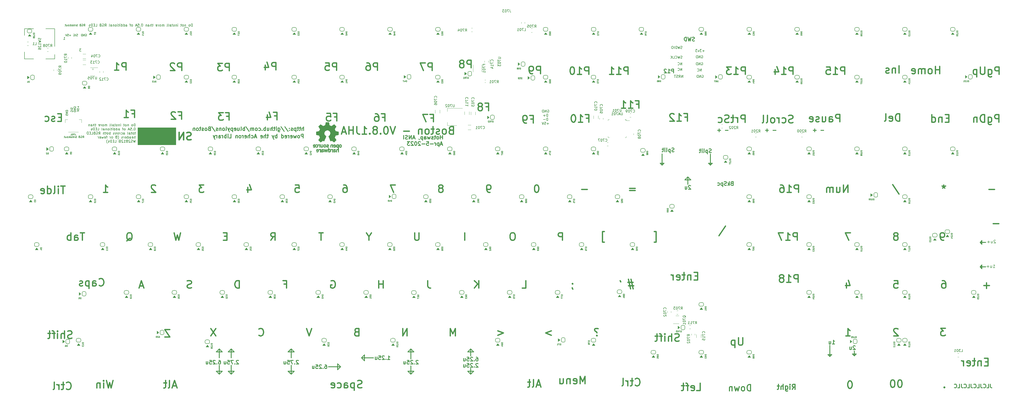
<source format=gbr>
G04 #@! TF.GenerationSoftware,KiCad,Pcbnew,7.0.1*
G04 #@! TF.CreationDate,2023-04-05T01:55:01-04:00*
G04 #@! TF.ProjectId,Boston-keyboard-V081JHA,426f7374-6f6e-42d6-9b65-79626f617264,rev?*
G04 #@! TF.SameCoordinates,Original*
G04 #@! TF.FileFunction,Legend,Bot*
G04 #@! TF.FilePolarity,Positive*
%FSLAX46Y46*%
G04 Gerber Fmt 4.6, Leading zero omitted, Abs format (unit mm)*
G04 Created by KiCad (PCBNEW 7.0.1) date 2023-04-05 01:55:01*
%MOMM*%
%LPD*%
G01*
G04 APERTURE LIST*
%ADD10C,0.300000*%
%ADD11C,0.120000*%
%ADD12C,0.500000*%
%ADD13C,0.200000*%
%ADD14C,0.600000*%
%ADD15C,0.400000*%
%ADD16C,0.150000*%
%ADD17C,0.160000*%
%ADD18C,0.127000*%
%ADD19C,0.100000*%
%ADD20C,0.010000*%
G04 APERTURE END LIST*
D10*
X323770529Y-89381276D02*
X323770529Y-92357841D01*
X236259518Y-166771966D02*
X238640770Y-166771966D01*
X142200064Y-167962592D02*
X142200064Y-164390714D01*
X237450144Y-167962592D02*
X237450144Y-165581340D01*
X322579903Y-90571902D02*
X323770529Y-89381276D01*
X167203210Y-159032897D02*
X166012584Y-157842271D01*
X237450144Y-157842271D02*
X236259518Y-159032897D01*
X440750000Y-114675000D02*
X440750000Y-116175000D01*
X238640770Y-166771966D02*
X237450144Y-167962592D01*
X212446998Y-166771966D02*
X214828250Y-166771966D01*
X323770529Y-89381276D02*
X324961155Y-90571902D01*
X440750000Y-124425000D02*
X440750000Y-125925000D01*
X238640770Y-166771966D02*
X237450144Y-167962592D01*
X236259518Y-159032897D02*
X238640770Y-159032897D01*
X180895409Y-164986027D02*
X185657913Y-164986027D01*
X185657913Y-164986027D02*
X184467287Y-163795401D01*
X213637624Y-157842271D02*
X212446998Y-159032897D01*
X314300000Y-83925000D02*
X312800000Y-83925000D01*
X167203210Y-166771966D02*
X166012584Y-167962592D01*
X380250000Y-160925000D02*
X379500000Y-160175000D01*
X213637624Y-167962592D02*
X212446998Y-166771966D01*
X237450144Y-167962592D02*
X236259518Y-166771966D01*
X138628186Y-166771966D02*
X137437560Y-167962592D01*
X137437560Y-167962592D02*
X137437560Y-164390714D01*
X236259518Y-166771966D02*
X238640770Y-166771966D01*
X143390690Y-159032897D02*
X142200064Y-157842271D01*
X195182921Y-160223523D02*
X195182921Y-162604775D01*
X440000000Y-125175000D02*
X440750000Y-124425000D01*
X212446998Y-159032897D02*
X214828250Y-159032897D01*
X379500000Y-160175000D02*
X381000000Y-160175000D01*
X236259518Y-159032897D02*
X238640770Y-159032897D01*
X137437560Y-157842271D02*
X136246934Y-159032897D01*
X141009438Y-159032897D02*
X143390690Y-159032897D01*
X442250000Y-125175000D02*
X440000000Y-125175000D01*
X380250000Y-160925000D02*
X380250000Y-156425000D01*
X238640770Y-159032897D02*
X237450144Y-157842271D01*
X238640770Y-159032897D02*
X237450144Y-157842271D01*
X214828250Y-159032897D02*
X213637624Y-157842271D01*
X193992295Y-161414149D02*
X198754799Y-161414149D01*
X332750000Y-80325000D02*
X332750000Y-84675000D01*
X138628186Y-159032897D02*
X137437560Y-157842271D01*
X313550000Y-80175000D02*
X313550000Y-84675000D01*
X142200064Y-157842271D02*
X141009438Y-159032897D01*
X164821958Y-159032897D02*
X167203210Y-159032897D01*
X332000000Y-83925000D02*
X333500000Y-83925000D01*
X333500000Y-83925000D02*
X332750000Y-84675000D01*
X390000000Y-160675000D02*
X390750000Y-159925000D01*
X137437560Y-157842271D02*
X137437560Y-161414149D01*
X440000000Y-115425000D02*
X440500000Y-114925000D01*
X166012584Y-157842271D02*
X164821958Y-159032897D01*
X142200064Y-167962592D02*
X141009438Y-166771966D01*
X193992295Y-161414149D02*
X195182921Y-162604775D01*
X184467287Y-163795401D02*
X184467287Y-166176653D01*
X166012584Y-167962592D02*
X164821958Y-166771966D01*
X166012584Y-167962592D02*
X166012584Y-164390714D01*
X141009438Y-166771966D02*
X143390690Y-166771966D01*
X389250000Y-159925000D02*
X390000000Y-160675000D01*
X440750000Y-116175000D02*
X440000000Y-115425000D01*
X381000000Y-160175000D02*
X380250000Y-160925000D01*
X214828250Y-166771966D02*
X213637624Y-167962592D01*
X440750000Y-125925000D02*
X440000000Y-125175000D01*
X324961155Y-90571902D02*
X322579903Y-90571902D01*
X193992295Y-161414149D02*
X195182921Y-160223523D01*
X237450144Y-167962592D02*
X237450144Y-165581340D01*
X313550000Y-84675000D02*
X314300000Y-83925000D01*
X332750000Y-84675000D02*
X332000000Y-83925000D01*
X142200064Y-157842271D02*
X142200064Y-161414149D01*
X136246934Y-166771966D02*
X138628186Y-166771966D01*
X166012584Y-157842271D02*
X166012584Y-161414149D01*
X390000000Y-160675000D02*
X390000000Y-158675000D01*
X237450144Y-157842271D02*
X237450144Y-160625000D01*
X442250000Y-115425000D02*
X440000000Y-115425000D01*
X164821958Y-166771966D02*
X167203210Y-166771966D01*
X312800000Y-83925000D02*
X313550000Y-84675000D01*
X213637624Y-167962592D02*
X213637624Y-164625000D01*
X390750000Y-159925000D02*
X389250000Y-159925000D01*
X184467287Y-166176653D02*
X185657913Y-164986027D01*
X213637624Y-157842271D02*
X213637624Y-161825000D01*
X136246934Y-159032897D02*
X138628186Y-159032897D01*
X237450144Y-157842271D02*
X236259518Y-159032897D01*
X440500000Y-114925000D02*
X440750000Y-114675000D01*
X237450144Y-167962592D02*
X236259518Y-166771966D01*
D11*
X298790625Y-66451875D02*
X299250625Y-66891875D01*
D10*
X237450144Y-157842271D02*
X237450144Y-160625000D01*
D11*
X87400001Y-46500000D02*
G75*
G03*
X87400001Y-46500000I-230489J0D01*
G01*
D10*
X137437560Y-167962592D02*
X136246934Y-166771966D01*
X143390690Y-166771966D02*
X142200064Y-167962592D01*
X318071428Y-47943928D02*
X318071428Y-46443928D01*
X318071428Y-46443928D02*
X317499999Y-46443928D01*
X317499999Y-46443928D02*
X317357142Y-46515357D01*
X317357142Y-46515357D02*
X317285713Y-46586785D01*
X317285713Y-46586785D02*
X317214285Y-46729642D01*
X317214285Y-46729642D02*
X317214285Y-46943928D01*
X317214285Y-46943928D02*
X317285713Y-47086785D01*
X317285713Y-47086785D02*
X317357142Y-47158214D01*
X317357142Y-47158214D02*
X317499999Y-47229642D01*
X317499999Y-47229642D02*
X318071428Y-47229642D01*
X315785713Y-47943928D02*
X316642856Y-47943928D01*
X316214285Y-47943928D02*
X316214285Y-46443928D01*
X316214285Y-46443928D02*
X316357142Y-46658214D01*
X316357142Y-46658214D02*
X316499999Y-46801071D01*
X316499999Y-46801071D02*
X316642856Y-46872500D01*
X315214285Y-46586785D02*
X315142857Y-46515357D01*
X315142857Y-46515357D02*
X315000000Y-46443928D01*
X315000000Y-46443928D02*
X314642857Y-46443928D01*
X314642857Y-46443928D02*
X314500000Y-46515357D01*
X314500000Y-46515357D02*
X314428571Y-46586785D01*
X314428571Y-46586785D02*
X314357142Y-46729642D01*
X314357142Y-46729642D02*
X314357142Y-46872500D01*
X314357142Y-46872500D02*
X314428571Y-47086785D01*
X314428571Y-47086785D02*
X315285714Y-47943928D01*
X315285714Y-47943928D02*
X314357142Y-47943928D01*
D12*
X131293749Y-92531607D02*
X129436606Y-92531607D01*
X129436606Y-92531607D02*
X130436606Y-93674464D01*
X130436606Y-93674464D02*
X130008035Y-93674464D01*
X130008035Y-93674464D02*
X129722321Y-93817321D01*
X129722321Y-93817321D02*
X129579463Y-93960178D01*
X129579463Y-93960178D02*
X129436606Y-94245892D01*
X129436606Y-94245892D02*
X129436606Y-94960178D01*
X129436606Y-94960178D02*
X129579463Y-95245892D01*
X129579463Y-95245892D02*
X129722321Y-95388750D01*
X129722321Y-95388750D02*
X130008035Y-95531607D01*
X130008035Y-95531607D02*
X130865178Y-95531607D01*
X130865178Y-95531607D02*
X131150892Y-95388750D01*
X131150892Y-95388750D02*
X131293749Y-95245892D01*
D13*
X329417529Y-48847738D02*
X329512767Y-48800119D01*
X329512767Y-48800119D02*
X329655624Y-48800119D01*
X329655624Y-48800119D02*
X329798481Y-48847738D01*
X329798481Y-48847738D02*
X329893719Y-48942976D01*
X329893719Y-48942976D02*
X329941338Y-49038214D01*
X329941338Y-49038214D02*
X329988957Y-49228690D01*
X329988957Y-49228690D02*
X329988957Y-49371547D01*
X329988957Y-49371547D02*
X329941338Y-49562023D01*
X329941338Y-49562023D02*
X329893719Y-49657261D01*
X329893719Y-49657261D02*
X329798481Y-49752500D01*
X329798481Y-49752500D02*
X329655624Y-49800119D01*
X329655624Y-49800119D02*
X329560386Y-49800119D01*
X329560386Y-49800119D02*
X329417529Y-49752500D01*
X329417529Y-49752500D02*
X329369910Y-49704880D01*
X329369910Y-49704880D02*
X329369910Y-49371547D01*
X329369910Y-49371547D02*
X329560386Y-49371547D01*
X328941338Y-49800119D02*
X328941338Y-48800119D01*
X328941338Y-48800119D02*
X328369910Y-49800119D01*
X328369910Y-49800119D02*
X328369910Y-48800119D01*
X327893719Y-49800119D02*
X327893719Y-48800119D01*
X327893719Y-48800119D02*
X327655624Y-48800119D01*
X327655624Y-48800119D02*
X327512767Y-48847738D01*
X327512767Y-48847738D02*
X327417529Y-48942976D01*
X327417529Y-48942976D02*
X327369910Y-49038214D01*
X327369910Y-49038214D02*
X327322291Y-49228690D01*
X327322291Y-49228690D02*
X327322291Y-49371547D01*
X327322291Y-49371547D02*
X327369910Y-49562023D01*
X327369910Y-49562023D02*
X327417529Y-49657261D01*
X327417529Y-49657261D02*
X327512767Y-49752500D01*
X327512767Y-49752500D02*
X327655624Y-49800119D01*
X327655624Y-49800119D02*
X327893719Y-49800119D01*
D12*
X231306249Y-152681607D02*
X231306249Y-149681607D01*
X231306249Y-149681607D02*
X230306249Y-151824464D01*
X230306249Y-151824464D02*
X229306249Y-149681607D01*
X229306249Y-149681607D02*
X229306249Y-152681607D01*
X386611606Y-152681607D02*
X388325892Y-152681607D01*
X387468749Y-152681607D02*
X387468749Y-149681607D01*
X387468749Y-149681607D02*
X387754463Y-150110178D01*
X387754463Y-150110178D02*
X388040178Y-150395892D01*
X388040178Y-150395892D02*
X388325892Y-150538750D01*
D13*
X321441338Y-47050119D02*
X321441338Y-46050119D01*
X321441338Y-46050119D02*
X320869910Y-47050119D01*
X320869910Y-47050119D02*
X320869910Y-46050119D01*
X319822291Y-46954880D02*
X319869910Y-47002500D01*
X319869910Y-47002500D02*
X320012767Y-47050119D01*
X320012767Y-47050119D02*
X320108005Y-47050119D01*
X320108005Y-47050119D02*
X320250862Y-47002500D01*
X320250862Y-47002500D02*
X320346100Y-46907261D01*
X320346100Y-46907261D02*
X320393719Y-46812023D01*
X320393719Y-46812023D02*
X320441338Y-46621547D01*
X320441338Y-46621547D02*
X320441338Y-46478690D01*
X320441338Y-46478690D02*
X320393719Y-46288214D01*
X320393719Y-46288214D02*
X320346100Y-46192976D01*
X320346100Y-46192976D02*
X320250862Y-46097738D01*
X320250862Y-46097738D02*
X320108005Y-46050119D01*
X320108005Y-46050119D02*
X320012767Y-46050119D01*
X320012767Y-46050119D02*
X319869910Y-46097738D01*
X319869910Y-46097738D02*
X319822291Y-46145357D01*
D12*
X222089285Y-47012857D02*
X222089285Y-44012857D01*
X222089285Y-44012857D02*
X220946428Y-44012857D01*
X220946428Y-44012857D02*
X220660713Y-44155714D01*
X220660713Y-44155714D02*
X220517856Y-44298571D01*
X220517856Y-44298571D02*
X220374999Y-44584285D01*
X220374999Y-44584285D02*
X220374999Y-45012857D01*
X220374999Y-45012857D02*
X220517856Y-45298571D01*
X220517856Y-45298571D02*
X220660713Y-45441428D01*
X220660713Y-45441428D02*
X220946428Y-45584285D01*
X220946428Y-45584285D02*
X222089285Y-45584285D01*
X219374999Y-44012857D02*
X217374999Y-44012857D01*
X217374999Y-44012857D02*
X218660713Y-47012857D01*
X76109999Y-93007857D02*
X74395714Y-93007857D01*
X75252856Y-96007857D02*
X75252856Y-93007857D01*
X73395714Y-96007857D02*
X73395714Y-94007857D01*
X73395714Y-93007857D02*
X73538571Y-93150714D01*
X73538571Y-93150714D02*
X73395714Y-93293571D01*
X73395714Y-93293571D02*
X73252857Y-93150714D01*
X73252857Y-93150714D02*
X73395714Y-93007857D01*
X73395714Y-93007857D02*
X73395714Y-93293571D01*
X71538571Y-96007857D02*
X71824286Y-95865000D01*
X71824286Y-95865000D02*
X71967143Y-95579285D01*
X71967143Y-95579285D02*
X71967143Y-93007857D01*
X69110000Y-96007857D02*
X69110000Y-93007857D01*
X69110000Y-95865000D02*
X69395714Y-96007857D01*
X69395714Y-96007857D02*
X69967142Y-96007857D01*
X69967142Y-96007857D02*
X70252857Y-95865000D01*
X70252857Y-95865000D02*
X70395714Y-95722142D01*
X70395714Y-95722142D02*
X70538571Y-95436428D01*
X70538571Y-95436428D02*
X70538571Y-94579285D01*
X70538571Y-94579285D02*
X70395714Y-94293571D01*
X70395714Y-94293571D02*
X70252857Y-94150714D01*
X70252857Y-94150714D02*
X69967142Y-94007857D01*
X69967142Y-94007857D02*
X69395714Y-94007857D01*
X69395714Y-94007857D02*
X69110000Y-94150714D01*
X66538571Y-95865000D02*
X66824285Y-96007857D01*
X66824285Y-96007857D02*
X67395714Y-96007857D01*
X67395714Y-96007857D02*
X67681428Y-95865000D01*
X67681428Y-95865000D02*
X67824285Y-95579285D01*
X67824285Y-95579285D02*
X67824285Y-94436428D01*
X67824285Y-94436428D02*
X67681428Y-94150714D01*
X67681428Y-94150714D02*
X67395714Y-94007857D01*
X67395714Y-94007857D02*
X66824285Y-94007857D01*
X66824285Y-94007857D02*
X66538571Y-94150714D01*
X66538571Y-94150714D02*
X66395714Y-94436428D01*
X66395714Y-94436428D02*
X66395714Y-94722142D01*
X66395714Y-94722142D02*
X67824285Y-95007857D01*
X302886607Y-93960178D02*
X300600893Y-93960178D01*
X300600893Y-94817321D02*
X302886607Y-94817321D01*
X303328571Y-60441428D02*
X304328571Y-60441428D01*
X304328571Y-62012857D02*
X304328571Y-59012857D01*
X304328571Y-59012857D02*
X302899999Y-59012857D01*
X300185713Y-62012857D02*
X301899999Y-62012857D01*
X301042856Y-62012857D02*
X301042856Y-59012857D01*
X301042856Y-59012857D02*
X301328570Y-59441428D01*
X301328570Y-59441428D02*
X301614285Y-59727142D01*
X301614285Y-59727142D02*
X301899999Y-59870000D01*
X297328570Y-62012857D02*
X299042856Y-62012857D01*
X298185713Y-62012857D02*
X298185713Y-59012857D01*
X298185713Y-59012857D02*
X298471427Y-59441428D01*
X298471427Y-59441428D02*
X298757142Y-59727142D01*
X298757142Y-59727142D02*
X299042856Y-59870000D01*
D13*
X267961904Y-62705238D02*
X268057142Y-62657619D01*
X268057142Y-62657619D02*
X268199999Y-62657619D01*
X268199999Y-62657619D02*
X268342856Y-62705238D01*
X268342856Y-62705238D02*
X268438094Y-62800476D01*
X268438094Y-62800476D02*
X268485713Y-62895714D01*
X268485713Y-62895714D02*
X268533332Y-63086190D01*
X268533332Y-63086190D02*
X268533332Y-63229047D01*
X268533332Y-63229047D02*
X268485713Y-63419523D01*
X268485713Y-63419523D02*
X268438094Y-63514761D01*
X268438094Y-63514761D02*
X268342856Y-63610000D01*
X268342856Y-63610000D02*
X268199999Y-63657619D01*
X268199999Y-63657619D02*
X268104761Y-63657619D01*
X268104761Y-63657619D02*
X267961904Y-63610000D01*
X267961904Y-63610000D02*
X267914285Y-63562380D01*
X267914285Y-63562380D02*
X267914285Y-63229047D01*
X267914285Y-63229047D02*
X268104761Y-63229047D01*
X267485713Y-63657619D02*
X267485713Y-62657619D01*
X267485713Y-62657619D02*
X266914285Y-63657619D01*
X266914285Y-63657619D02*
X266914285Y-62657619D01*
X266438094Y-63657619D02*
X266438094Y-62657619D01*
X266438094Y-62657619D02*
X266199999Y-62657619D01*
X266199999Y-62657619D02*
X266057142Y-62705238D01*
X266057142Y-62705238D02*
X265961904Y-62800476D01*
X265961904Y-62800476D02*
X265914285Y-62895714D01*
X265914285Y-62895714D02*
X265866666Y-63086190D01*
X265866666Y-63086190D02*
X265866666Y-63229047D01*
X265866666Y-63229047D02*
X265914285Y-63419523D01*
X265914285Y-63419523D02*
X265961904Y-63514761D01*
X265961904Y-63514761D02*
X266057142Y-63610000D01*
X266057142Y-63610000D02*
X266199999Y-63657619D01*
X266199999Y-63657619D02*
X266438094Y-63657619D01*
X268080951Y-65277619D02*
X268080951Y-64277619D01*
X268080951Y-64277619D02*
X267842856Y-64277619D01*
X267842856Y-64277619D02*
X267699999Y-64325238D01*
X267699999Y-64325238D02*
X267604761Y-64420476D01*
X267604761Y-64420476D02*
X267557142Y-64515714D01*
X267557142Y-64515714D02*
X267509523Y-64706190D01*
X267509523Y-64706190D02*
X267509523Y-64849047D01*
X267509523Y-64849047D02*
X267557142Y-65039523D01*
X267557142Y-65039523D02*
X267604761Y-65134761D01*
X267604761Y-65134761D02*
X267699999Y-65230000D01*
X267699999Y-65230000D02*
X267842856Y-65277619D01*
X267842856Y-65277619D02*
X268080951Y-65277619D01*
X267080951Y-64896666D02*
X266319047Y-64896666D01*
X266699999Y-65277619D02*
X266699999Y-64515714D01*
X268080951Y-66897619D02*
X268080951Y-65897619D01*
X268080951Y-65897619D02*
X267842856Y-65897619D01*
X267842856Y-65897619D02*
X267699999Y-65945238D01*
X267699999Y-65945238D02*
X267604761Y-66040476D01*
X267604761Y-66040476D02*
X267557142Y-66135714D01*
X267557142Y-66135714D02*
X267509523Y-66326190D01*
X267509523Y-66326190D02*
X267509523Y-66469047D01*
X267509523Y-66469047D02*
X267557142Y-66659523D01*
X267557142Y-66659523D02*
X267604761Y-66754761D01*
X267604761Y-66754761D02*
X267699999Y-66850000D01*
X267699999Y-66850000D02*
X267842856Y-66897619D01*
X267842856Y-66897619D02*
X268080951Y-66897619D01*
X267080951Y-66516666D02*
X266319047Y-66516666D01*
X268485713Y-68136666D02*
X267723809Y-68136666D01*
X268104761Y-68517619D02*
X268104761Y-67755714D01*
X266771428Y-67517619D02*
X267247618Y-67517619D01*
X267247618Y-67517619D02*
X267295237Y-67993809D01*
X267295237Y-67993809D02*
X267247618Y-67946190D01*
X267247618Y-67946190D02*
X267152380Y-67898571D01*
X267152380Y-67898571D02*
X266914285Y-67898571D01*
X266914285Y-67898571D02*
X266819047Y-67946190D01*
X266819047Y-67946190D02*
X266771428Y-67993809D01*
X266771428Y-67993809D02*
X266723809Y-68089047D01*
X266723809Y-68089047D02*
X266723809Y-68327142D01*
X266723809Y-68327142D02*
X266771428Y-68422380D01*
X266771428Y-68422380D02*
X266819047Y-68470000D01*
X266819047Y-68470000D02*
X266914285Y-68517619D01*
X266914285Y-68517619D02*
X267152380Y-68517619D01*
X267152380Y-68517619D02*
X267247618Y-68470000D01*
X267247618Y-68470000D02*
X267295237Y-68422380D01*
X266438094Y-67517619D02*
X266104761Y-68517619D01*
X266104761Y-68517619D02*
X265771428Y-67517619D01*
D12*
X159390000Y-65071428D02*
X160390000Y-65071428D01*
X160390000Y-66642857D02*
X160390000Y-63642857D01*
X160390000Y-63642857D02*
X158961428Y-63642857D01*
X156532857Y-64642857D02*
X156532857Y-66642857D01*
X157247142Y-63500000D02*
X157961428Y-65642857D01*
X157961428Y-65642857D02*
X156104285Y-65642857D01*
X207493749Y-92531607D02*
X205493749Y-92531607D01*
X205493749Y-92531607D02*
X206779463Y-95531607D01*
X365575000Y-67670000D02*
X365146429Y-67812857D01*
X365146429Y-67812857D02*
X364432143Y-67812857D01*
X364432143Y-67812857D02*
X364146429Y-67670000D01*
X364146429Y-67670000D02*
X364003571Y-67527142D01*
X364003571Y-67527142D02*
X363860714Y-67241428D01*
X363860714Y-67241428D02*
X363860714Y-66955714D01*
X363860714Y-66955714D02*
X364003571Y-66670000D01*
X364003571Y-66670000D02*
X364146429Y-66527142D01*
X364146429Y-66527142D02*
X364432143Y-66384285D01*
X364432143Y-66384285D02*
X365003571Y-66241428D01*
X365003571Y-66241428D02*
X365289286Y-66098571D01*
X365289286Y-66098571D02*
X365432143Y-65955714D01*
X365432143Y-65955714D02*
X365575000Y-65670000D01*
X365575000Y-65670000D02*
X365575000Y-65384285D01*
X365575000Y-65384285D02*
X365432143Y-65098571D01*
X365432143Y-65098571D02*
X365289286Y-64955714D01*
X365289286Y-64955714D02*
X365003571Y-64812857D01*
X365003571Y-64812857D02*
X364289286Y-64812857D01*
X364289286Y-64812857D02*
X363860714Y-64955714D01*
X361289286Y-67670000D02*
X361575000Y-67812857D01*
X361575000Y-67812857D02*
X362146428Y-67812857D01*
X362146428Y-67812857D02*
X362432143Y-67670000D01*
X362432143Y-67670000D02*
X362575000Y-67527142D01*
X362575000Y-67527142D02*
X362717857Y-67241428D01*
X362717857Y-67241428D02*
X362717857Y-66384285D01*
X362717857Y-66384285D02*
X362575000Y-66098571D01*
X362575000Y-66098571D02*
X362432143Y-65955714D01*
X362432143Y-65955714D02*
X362146428Y-65812857D01*
X362146428Y-65812857D02*
X361575000Y-65812857D01*
X361575000Y-65812857D02*
X361289286Y-65955714D01*
X360003571Y-67812857D02*
X360003571Y-65812857D01*
X360003571Y-66384285D02*
X359860714Y-66098571D01*
X359860714Y-66098571D02*
X359717857Y-65955714D01*
X359717857Y-65955714D02*
X359432142Y-65812857D01*
X359432142Y-65812857D02*
X359146428Y-65812857D01*
X357717856Y-67812857D02*
X358003571Y-67670000D01*
X358003571Y-67670000D02*
X358146428Y-67527142D01*
X358146428Y-67527142D02*
X358289285Y-67241428D01*
X358289285Y-67241428D02*
X358289285Y-66384285D01*
X358289285Y-66384285D02*
X358146428Y-66098571D01*
X358146428Y-66098571D02*
X358003571Y-65955714D01*
X358003571Y-65955714D02*
X357717856Y-65812857D01*
X357717856Y-65812857D02*
X357289285Y-65812857D01*
X357289285Y-65812857D02*
X357003571Y-65955714D01*
X357003571Y-65955714D02*
X356860714Y-66098571D01*
X356860714Y-66098571D02*
X356717856Y-66384285D01*
X356717856Y-66384285D02*
X356717856Y-67241428D01*
X356717856Y-67241428D02*
X356860714Y-67527142D01*
X356860714Y-67527142D02*
X357003571Y-67670000D01*
X357003571Y-67670000D02*
X357289285Y-67812857D01*
X357289285Y-67812857D02*
X357717856Y-67812857D01*
X355003570Y-67812857D02*
X355289285Y-67670000D01*
X355289285Y-67670000D02*
X355432142Y-67384285D01*
X355432142Y-67384285D02*
X355432142Y-64812857D01*
X353432141Y-67812857D02*
X353717856Y-67670000D01*
X353717856Y-67670000D02*
X353860713Y-67384285D01*
X353860713Y-67384285D02*
X353860713Y-64812857D01*
D10*
X326435713Y-35147500D02*
X326221428Y-35218928D01*
X326221428Y-35218928D02*
X325864285Y-35218928D01*
X325864285Y-35218928D02*
X325721428Y-35147500D01*
X325721428Y-35147500D02*
X325649999Y-35076071D01*
X325649999Y-35076071D02*
X325578570Y-34933214D01*
X325578570Y-34933214D02*
X325578570Y-34790357D01*
X325578570Y-34790357D02*
X325649999Y-34647500D01*
X325649999Y-34647500D02*
X325721428Y-34576071D01*
X325721428Y-34576071D02*
X325864285Y-34504642D01*
X325864285Y-34504642D02*
X326149999Y-34433214D01*
X326149999Y-34433214D02*
X326292856Y-34361785D01*
X326292856Y-34361785D02*
X326364285Y-34290357D01*
X326364285Y-34290357D02*
X326435713Y-34147500D01*
X326435713Y-34147500D02*
X326435713Y-34004642D01*
X326435713Y-34004642D02*
X326364285Y-33861785D01*
X326364285Y-33861785D02*
X326292856Y-33790357D01*
X326292856Y-33790357D02*
X326149999Y-33718928D01*
X326149999Y-33718928D02*
X325792856Y-33718928D01*
X325792856Y-33718928D02*
X325578570Y-33790357D01*
X325078571Y-33718928D02*
X324721428Y-35218928D01*
X324721428Y-35218928D02*
X324435714Y-34147500D01*
X324435714Y-34147500D02*
X324149999Y-35218928D01*
X324149999Y-35218928D02*
X323792857Y-33718928D01*
X323221428Y-35218928D02*
X323221428Y-33718928D01*
X323221428Y-33718928D02*
X322864285Y-33718928D01*
X322864285Y-33718928D02*
X322649999Y-33790357D01*
X322649999Y-33790357D02*
X322507142Y-33933214D01*
X322507142Y-33933214D02*
X322435713Y-34076071D01*
X322435713Y-34076071D02*
X322364285Y-34361785D01*
X322364285Y-34361785D02*
X322364285Y-34576071D01*
X322364285Y-34576071D02*
X322435713Y-34861785D01*
X322435713Y-34861785D02*
X322507142Y-35004642D01*
X322507142Y-35004642D02*
X322649999Y-35147500D01*
X322649999Y-35147500D02*
X322864285Y-35218928D01*
X322864285Y-35218928D02*
X323221428Y-35218928D01*
D12*
X387414285Y-95531607D02*
X387414285Y-92531607D01*
X387414285Y-92531607D02*
X385699999Y-95531607D01*
X385699999Y-95531607D02*
X385699999Y-92531607D01*
X382985714Y-93531607D02*
X382985714Y-95531607D01*
X384271428Y-93531607D02*
X384271428Y-95103035D01*
X384271428Y-95103035D02*
X384128571Y-95388750D01*
X384128571Y-95388750D02*
X383842856Y-95531607D01*
X383842856Y-95531607D02*
X383414285Y-95531607D01*
X383414285Y-95531607D02*
X383128571Y-95388750D01*
X383128571Y-95388750D02*
X382985714Y-95245892D01*
X381557142Y-95531607D02*
X381557142Y-93531607D01*
X381557142Y-93817321D02*
X381414285Y-93674464D01*
X381414285Y-93674464D02*
X381128570Y-93531607D01*
X381128570Y-93531607D02*
X380699999Y-93531607D01*
X380699999Y-93531607D02*
X380414285Y-93674464D01*
X380414285Y-93674464D02*
X380271428Y-93960178D01*
X380271428Y-93960178D02*
X380271428Y-95531607D01*
X380271428Y-93960178D02*
X380128570Y-93674464D01*
X380128570Y-93674464D02*
X379842856Y-93531607D01*
X379842856Y-93531607D02*
X379414285Y-93531607D01*
X379414285Y-93531607D02*
X379128570Y-93674464D01*
X379128570Y-93674464D02*
X378985713Y-93960178D01*
X378985713Y-93960178D02*
X378985713Y-95531607D01*
X153177678Y-152395892D02*
X153320535Y-152538750D01*
X153320535Y-152538750D02*
X153749107Y-152681607D01*
X153749107Y-152681607D02*
X154034821Y-152681607D01*
X154034821Y-152681607D02*
X154463392Y-152538750D01*
X154463392Y-152538750D02*
X154749107Y-152253035D01*
X154749107Y-152253035D02*
X154891964Y-151967321D01*
X154891964Y-151967321D02*
X155034821Y-151395892D01*
X155034821Y-151395892D02*
X155034821Y-150967321D01*
X155034821Y-150967321D02*
X154891964Y-150395892D01*
X154891964Y-150395892D02*
X154749107Y-150110178D01*
X154749107Y-150110178D02*
X154463392Y-149824464D01*
X154463392Y-149824464D02*
X154034821Y-149681607D01*
X154034821Y-149681607D02*
X153749107Y-149681607D01*
X153749107Y-149681607D02*
X153320535Y-149824464D01*
X153320535Y-149824464D02*
X153177678Y-149967321D01*
X405233035Y-92388750D02*
X407804463Y-96245892D01*
X388468749Y-111581607D02*
X386468749Y-111581607D01*
X386468749Y-111581607D02*
X387754463Y-114581607D01*
D10*
X390357142Y-156761785D02*
X390285714Y-156690357D01*
X390285714Y-156690357D02*
X390142857Y-156618928D01*
X390142857Y-156618928D02*
X389785714Y-156618928D01*
X389785714Y-156618928D02*
X389642857Y-156690357D01*
X389642857Y-156690357D02*
X389571428Y-156761785D01*
X389571428Y-156761785D02*
X389499999Y-156904642D01*
X389499999Y-156904642D02*
X389499999Y-157047500D01*
X389499999Y-157047500D02*
X389571428Y-157261785D01*
X389571428Y-157261785D02*
X390428571Y-158118928D01*
X390428571Y-158118928D02*
X389499999Y-158118928D01*
X388214286Y-157118928D02*
X388214286Y-158118928D01*
X388857143Y-157118928D02*
X388857143Y-157904642D01*
X388857143Y-157904642D02*
X388785714Y-158047500D01*
X388785714Y-158047500D02*
X388642857Y-158118928D01*
X388642857Y-158118928D02*
X388428571Y-158118928D01*
X388428571Y-158118928D02*
X388285714Y-158047500D01*
X388285714Y-158047500D02*
X388214286Y-157976071D01*
X170821427Y-73868928D02*
X170821427Y-72368928D01*
X170821427Y-72368928D02*
X170249998Y-72368928D01*
X170249998Y-72368928D02*
X170107141Y-72440357D01*
X170107141Y-72440357D02*
X170035712Y-72511785D01*
X170035712Y-72511785D02*
X169964284Y-72654642D01*
X169964284Y-72654642D02*
X169964284Y-72868928D01*
X169964284Y-72868928D02*
X170035712Y-73011785D01*
X170035712Y-73011785D02*
X170107141Y-73083214D01*
X170107141Y-73083214D02*
X170249998Y-73154642D01*
X170249998Y-73154642D02*
X170821427Y-73154642D01*
X169107141Y-73868928D02*
X169249998Y-73797500D01*
X169249998Y-73797500D02*
X169321427Y-73726071D01*
X169321427Y-73726071D02*
X169392855Y-73583214D01*
X169392855Y-73583214D02*
X169392855Y-73154642D01*
X169392855Y-73154642D02*
X169321427Y-73011785D01*
X169321427Y-73011785D02*
X169249998Y-72940357D01*
X169249998Y-72940357D02*
X169107141Y-72868928D01*
X169107141Y-72868928D02*
X168892855Y-72868928D01*
X168892855Y-72868928D02*
X168749998Y-72940357D01*
X168749998Y-72940357D02*
X168678570Y-73011785D01*
X168678570Y-73011785D02*
X168607141Y-73154642D01*
X168607141Y-73154642D02*
X168607141Y-73583214D01*
X168607141Y-73583214D02*
X168678570Y-73726071D01*
X168678570Y-73726071D02*
X168749998Y-73797500D01*
X168749998Y-73797500D02*
X168892855Y-73868928D01*
X168892855Y-73868928D02*
X169107141Y-73868928D01*
X168107141Y-72868928D02*
X167821427Y-73868928D01*
X167821427Y-73868928D02*
X167535712Y-73154642D01*
X167535712Y-73154642D02*
X167249998Y-73868928D01*
X167249998Y-73868928D02*
X166964284Y-72868928D01*
X165821426Y-73797500D02*
X165964283Y-73868928D01*
X165964283Y-73868928D02*
X166249998Y-73868928D01*
X166249998Y-73868928D02*
X166392855Y-73797500D01*
X166392855Y-73797500D02*
X166464283Y-73654642D01*
X166464283Y-73654642D02*
X166464283Y-73083214D01*
X166464283Y-73083214D02*
X166392855Y-72940357D01*
X166392855Y-72940357D02*
X166249998Y-72868928D01*
X166249998Y-72868928D02*
X165964283Y-72868928D01*
X165964283Y-72868928D02*
X165821426Y-72940357D01*
X165821426Y-72940357D02*
X165749998Y-73083214D01*
X165749998Y-73083214D02*
X165749998Y-73226071D01*
X165749998Y-73226071D02*
X166464283Y-73368928D01*
X165107141Y-73868928D02*
X165107141Y-72868928D01*
X165107141Y-73154642D02*
X165035712Y-73011785D01*
X165035712Y-73011785D02*
X164964284Y-72940357D01*
X164964284Y-72940357D02*
X164821426Y-72868928D01*
X164821426Y-72868928D02*
X164678569Y-72868928D01*
X163607141Y-73797500D02*
X163749998Y-73868928D01*
X163749998Y-73868928D02*
X164035713Y-73868928D01*
X164035713Y-73868928D02*
X164178570Y-73797500D01*
X164178570Y-73797500D02*
X164249998Y-73654642D01*
X164249998Y-73654642D02*
X164249998Y-73083214D01*
X164249998Y-73083214D02*
X164178570Y-72940357D01*
X164178570Y-72940357D02*
X164035713Y-72868928D01*
X164035713Y-72868928D02*
X163749998Y-72868928D01*
X163749998Y-72868928D02*
X163607141Y-72940357D01*
X163607141Y-72940357D02*
X163535713Y-73083214D01*
X163535713Y-73083214D02*
X163535713Y-73226071D01*
X163535713Y-73226071D02*
X164249998Y-73368928D01*
X162249999Y-73868928D02*
X162249999Y-72368928D01*
X162249999Y-73797500D02*
X162392856Y-73868928D01*
X162392856Y-73868928D02*
X162678570Y-73868928D01*
X162678570Y-73868928D02*
X162821427Y-73797500D01*
X162821427Y-73797500D02*
X162892856Y-73726071D01*
X162892856Y-73726071D02*
X162964284Y-73583214D01*
X162964284Y-73583214D02*
X162964284Y-73154642D01*
X162964284Y-73154642D02*
X162892856Y-73011785D01*
X162892856Y-73011785D02*
X162821427Y-72940357D01*
X162821427Y-72940357D02*
X162678570Y-72868928D01*
X162678570Y-72868928D02*
X162392856Y-72868928D01*
X162392856Y-72868928D02*
X162249999Y-72940357D01*
X160392856Y-73868928D02*
X160392856Y-72368928D01*
X160392856Y-72940357D02*
X160249999Y-72868928D01*
X160249999Y-72868928D02*
X159964284Y-72868928D01*
X159964284Y-72868928D02*
X159821427Y-72940357D01*
X159821427Y-72940357D02*
X159749999Y-73011785D01*
X159749999Y-73011785D02*
X159678570Y-73154642D01*
X159678570Y-73154642D02*
X159678570Y-73583214D01*
X159678570Y-73583214D02*
X159749999Y-73726071D01*
X159749999Y-73726071D02*
X159821427Y-73797500D01*
X159821427Y-73797500D02*
X159964284Y-73868928D01*
X159964284Y-73868928D02*
X160249999Y-73868928D01*
X160249999Y-73868928D02*
X160392856Y-73797500D01*
X159178570Y-72868928D02*
X158821427Y-73868928D01*
X158464284Y-72868928D02*
X158821427Y-73868928D01*
X158821427Y-73868928D02*
X158964284Y-74226071D01*
X158964284Y-74226071D02*
X159035713Y-74297500D01*
X159035713Y-74297500D02*
X159178570Y-74368928D01*
X156964284Y-72868928D02*
X156392856Y-72868928D01*
X156749999Y-72368928D02*
X156749999Y-73654642D01*
X156749999Y-73654642D02*
X156678570Y-73797500D01*
X156678570Y-73797500D02*
X156535713Y-73868928D01*
X156535713Y-73868928D02*
X156392856Y-73868928D01*
X155892856Y-73868928D02*
X155892856Y-72368928D01*
X155249999Y-73868928D02*
X155249999Y-73083214D01*
X155249999Y-73083214D02*
X155321427Y-72940357D01*
X155321427Y-72940357D02*
X155464284Y-72868928D01*
X155464284Y-72868928D02*
X155678570Y-72868928D01*
X155678570Y-72868928D02*
X155821427Y-72940357D01*
X155821427Y-72940357D02*
X155892856Y-73011785D01*
X153964284Y-73797500D02*
X154107141Y-73868928D01*
X154107141Y-73868928D02*
X154392856Y-73868928D01*
X154392856Y-73868928D02*
X154535713Y-73797500D01*
X154535713Y-73797500D02*
X154607141Y-73654642D01*
X154607141Y-73654642D02*
X154607141Y-73083214D01*
X154607141Y-73083214D02*
X154535713Y-72940357D01*
X154535713Y-72940357D02*
X154392856Y-72868928D01*
X154392856Y-72868928D02*
X154107141Y-72868928D01*
X154107141Y-72868928D02*
X153964284Y-72940357D01*
X153964284Y-72940357D02*
X153892856Y-73083214D01*
X153892856Y-73083214D02*
X153892856Y-73226071D01*
X153892856Y-73226071D02*
X154607141Y-73368928D01*
X152178570Y-73440357D02*
X151464285Y-73440357D01*
X152321427Y-73868928D02*
X151821427Y-72368928D01*
X151821427Y-72368928D02*
X151321427Y-73868928D01*
X150178571Y-73797500D02*
X150321428Y-73868928D01*
X150321428Y-73868928D02*
X150607142Y-73868928D01*
X150607142Y-73868928D02*
X150749999Y-73797500D01*
X150749999Y-73797500D02*
X150821428Y-73726071D01*
X150821428Y-73726071D02*
X150892856Y-73583214D01*
X150892856Y-73583214D02*
X150892856Y-73154642D01*
X150892856Y-73154642D02*
X150821428Y-73011785D01*
X150821428Y-73011785D02*
X150749999Y-72940357D01*
X150749999Y-72940357D02*
X150607142Y-72868928D01*
X150607142Y-72868928D02*
X150321428Y-72868928D01*
X150321428Y-72868928D02*
X150178571Y-72940357D01*
X149535714Y-73868928D02*
X149535714Y-72368928D01*
X148892857Y-73868928D02*
X148892857Y-73083214D01*
X148892857Y-73083214D02*
X148964285Y-72940357D01*
X148964285Y-72940357D02*
X149107142Y-72868928D01*
X149107142Y-72868928D02*
X149321428Y-72868928D01*
X149321428Y-72868928D02*
X149464285Y-72940357D01*
X149464285Y-72940357D02*
X149535714Y-73011785D01*
X147607142Y-73797500D02*
X147749999Y-73868928D01*
X147749999Y-73868928D02*
X148035714Y-73868928D01*
X148035714Y-73868928D02*
X148178571Y-73797500D01*
X148178571Y-73797500D02*
X148249999Y-73654642D01*
X148249999Y-73654642D02*
X148249999Y-73083214D01*
X148249999Y-73083214D02*
X148178571Y-72940357D01*
X148178571Y-72940357D02*
X148035714Y-72868928D01*
X148035714Y-72868928D02*
X147749999Y-72868928D01*
X147749999Y-72868928D02*
X147607142Y-72940357D01*
X147607142Y-72940357D02*
X147535714Y-73083214D01*
X147535714Y-73083214D02*
X147535714Y-73226071D01*
X147535714Y-73226071D02*
X148249999Y-73368928D01*
X146892857Y-73868928D02*
X146892857Y-72868928D01*
X146892857Y-73154642D02*
X146821428Y-73011785D01*
X146821428Y-73011785D02*
X146750000Y-72940357D01*
X146750000Y-72940357D02*
X146607142Y-72868928D01*
X146607142Y-72868928D02*
X146464285Y-72868928D01*
X145750000Y-73868928D02*
X145892857Y-73797500D01*
X145892857Y-73797500D02*
X145964286Y-73726071D01*
X145964286Y-73726071D02*
X146035714Y-73583214D01*
X146035714Y-73583214D02*
X146035714Y-73154642D01*
X146035714Y-73154642D02*
X145964286Y-73011785D01*
X145964286Y-73011785D02*
X145892857Y-72940357D01*
X145892857Y-72940357D02*
X145750000Y-72868928D01*
X145750000Y-72868928D02*
X145535714Y-72868928D01*
X145535714Y-72868928D02*
X145392857Y-72940357D01*
X145392857Y-72940357D02*
X145321429Y-73011785D01*
X145321429Y-73011785D02*
X145250000Y-73154642D01*
X145250000Y-73154642D02*
X145250000Y-73583214D01*
X145250000Y-73583214D02*
X145321429Y-73726071D01*
X145321429Y-73726071D02*
X145392857Y-73797500D01*
X145392857Y-73797500D02*
X145535714Y-73868928D01*
X145535714Y-73868928D02*
X145750000Y-73868928D01*
X144607143Y-72868928D02*
X144607143Y-73868928D01*
X144607143Y-73011785D02*
X144535714Y-72940357D01*
X144535714Y-72940357D02*
X144392857Y-72868928D01*
X144392857Y-72868928D02*
X144178571Y-72868928D01*
X144178571Y-72868928D02*
X144035714Y-72940357D01*
X144035714Y-72940357D02*
X143964286Y-73083214D01*
X143964286Y-73083214D02*
X143964286Y-73868928D01*
X141392857Y-73868928D02*
X142107143Y-73868928D01*
X142107143Y-73868928D02*
X142107143Y-72368928D01*
X140892857Y-73868928D02*
X140892857Y-72868928D01*
X140892857Y-72368928D02*
X140964285Y-72440357D01*
X140964285Y-72440357D02*
X140892857Y-72511785D01*
X140892857Y-72511785D02*
X140821428Y-72440357D01*
X140821428Y-72440357D02*
X140892857Y-72368928D01*
X140892857Y-72368928D02*
X140892857Y-72511785D01*
X140178571Y-73868928D02*
X140178571Y-72368928D01*
X140178571Y-72940357D02*
X140035714Y-72868928D01*
X140035714Y-72868928D02*
X139749999Y-72868928D01*
X139749999Y-72868928D02*
X139607142Y-72940357D01*
X139607142Y-72940357D02*
X139535714Y-73011785D01*
X139535714Y-73011785D02*
X139464285Y-73154642D01*
X139464285Y-73154642D02*
X139464285Y-73583214D01*
X139464285Y-73583214D02*
X139535714Y-73726071D01*
X139535714Y-73726071D02*
X139607142Y-73797500D01*
X139607142Y-73797500D02*
X139749999Y-73868928D01*
X139749999Y-73868928D02*
X140035714Y-73868928D01*
X140035714Y-73868928D02*
X140178571Y-73797500D01*
X138821428Y-73868928D02*
X138821428Y-72868928D01*
X138821428Y-73154642D02*
X138749999Y-73011785D01*
X138749999Y-73011785D02*
X138678571Y-72940357D01*
X138678571Y-72940357D02*
X138535713Y-72868928D01*
X138535713Y-72868928D02*
X138392856Y-72868928D01*
X137250000Y-73868928D02*
X137250000Y-73083214D01*
X137250000Y-73083214D02*
X137321428Y-72940357D01*
X137321428Y-72940357D02*
X137464285Y-72868928D01*
X137464285Y-72868928D02*
X137750000Y-72868928D01*
X137750000Y-72868928D02*
X137892857Y-72940357D01*
X137250000Y-73797500D02*
X137392857Y-73868928D01*
X137392857Y-73868928D02*
X137750000Y-73868928D01*
X137750000Y-73868928D02*
X137892857Y-73797500D01*
X137892857Y-73797500D02*
X137964285Y-73654642D01*
X137964285Y-73654642D02*
X137964285Y-73511785D01*
X137964285Y-73511785D02*
X137892857Y-73368928D01*
X137892857Y-73368928D02*
X137750000Y-73297500D01*
X137750000Y-73297500D02*
X137392857Y-73297500D01*
X137392857Y-73297500D02*
X137250000Y-73226071D01*
X136535714Y-73868928D02*
X136535714Y-72868928D01*
X136535714Y-73154642D02*
X136464285Y-73011785D01*
X136464285Y-73011785D02*
X136392857Y-72940357D01*
X136392857Y-72940357D02*
X136249999Y-72868928D01*
X136249999Y-72868928D02*
X136107142Y-72868928D01*
X135750000Y-72868928D02*
X135392857Y-73868928D01*
X135035714Y-72868928D02*
X135392857Y-73868928D01*
X135392857Y-73868928D02*
X135535714Y-74226071D01*
X135535714Y-74226071D02*
X135607143Y-74297500D01*
X135607143Y-74297500D02*
X135750000Y-74368928D01*
D12*
X167679463Y-92531607D02*
X169108035Y-92531607D01*
X169108035Y-92531607D02*
X169250892Y-93960178D01*
X169250892Y-93960178D02*
X169108035Y-93817321D01*
X169108035Y-93817321D02*
X168822321Y-93674464D01*
X168822321Y-93674464D02*
X168108035Y-93674464D01*
X168108035Y-93674464D02*
X167822321Y-93817321D01*
X167822321Y-93817321D02*
X167679463Y-93960178D01*
X167679463Y-93960178D02*
X167536606Y-94245892D01*
X167536606Y-94245892D02*
X167536606Y-94960178D01*
X167536606Y-94960178D02*
X167679463Y-95245892D01*
X167679463Y-95245892D02*
X167822321Y-95388750D01*
X167822321Y-95388750D02*
X168108035Y-95531607D01*
X168108035Y-95531607D02*
X168822321Y-95531607D01*
X168822321Y-95531607D02*
X169108035Y-95388750D01*
X169108035Y-95388750D02*
X169250892Y-95245892D01*
D10*
X339821428Y-70797500D02*
X338678571Y-70797500D01*
X336821428Y-70797500D02*
X335678571Y-70797500D01*
X336249999Y-71368928D02*
X336249999Y-70226071D01*
D13*
X329191338Y-47300119D02*
X329191338Y-46300119D01*
X329191338Y-46300119D02*
X328619910Y-47300119D01*
X328619910Y-47300119D02*
X328619910Y-46300119D01*
X327572291Y-47204880D02*
X327619910Y-47252500D01*
X327619910Y-47252500D02*
X327762767Y-47300119D01*
X327762767Y-47300119D02*
X327858005Y-47300119D01*
X327858005Y-47300119D02*
X328000862Y-47252500D01*
X328000862Y-47252500D02*
X328096100Y-47157261D01*
X328096100Y-47157261D02*
X328143719Y-47062023D01*
X328143719Y-47062023D02*
X328191338Y-46871547D01*
X328191338Y-46871547D02*
X328191338Y-46728690D01*
X328191338Y-46728690D02*
X328143719Y-46538214D01*
X328143719Y-46538214D02*
X328096100Y-46442976D01*
X328096100Y-46442976D02*
X328000862Y-46347738D01*
X328000862Y-46347738D02*
X327858005Y-46300119D01*
X327858005Y-46300119D02*
X327762767Y-46300119D01*
X327762767Y-46300119D02*
X327619910Y-46347738D01*
X327619910Y-46347738D02*
X327572291Y-46395357D01*
D12*
X425799999Y-173027142D02*
X425657142Y-173170000D01*
X425657142Y-173170000D02*
X425799999Y-173312857D01*
X425799999Y-173312857D02*
X425942856Y-173170000D01*
X425942856Y-173170000D02*
X425799999Y-173027142D01*
X425799999Y-173027142D02*
X425799999Y-173312857D01*
D14*
X126178571Y-74420000D02*
X125750000Y-74562857D01*
X125750000Y-74562857D02*
X125035714Y-74562857D01*
X125035714Y-74562857D02*
X124750000Y-74420000D01*
X124750000Y-74420000D02*
X124607142Y-74277142D01*
X124607142Y-74277142D02*
X124464285Y-73991428D01*
X124464285Y-73991428D02*
X124464285Y-73705714D01*
X124464285Y-73705714D02*
X124607142Y-73420000D01*
X124607142Y-73420000D02*
X124750000Y-73277142D01*
X124750000Y-73277142D02*
X125035714Y-73134285D01*
X125035714Y-73134285D02*
X125607142Y-72991428D01*
X125607142Y-72991428D02*
X125892857Y-72848571D01*
X125892857Y-72848571D02*
X126035714Y-72705714D01*
X126035714Y-72705714D02*
X126178571Y-72420000D01*
X126178571Y-72420000D02*
X126178571Y-72134285D01*
X126178571Y-72134285D02*
X126035714Y-71848571D01*
X126035714Y-71848571D02*
X125892857Y-71705714D01*
X125892857Y-71705714D02*
X125607142Y-71562857D01*
X125607142Y-71562857D02*
X124892857Y-71562857D01*
X124892857Y-71562857D02*
X124464285Y-71705714D01*
X123178571Y-74562857D02*
X123178571Y-71562857D01*
X123178571Y-71562857D02*
X121464285Y-74562857D01*
X121464285Y-74562857D02*
X121464285Y-71562857D01*
D12*
X102718750Y-64194553D02*
X103718750Y-64194553D01*
X103718750Y-65765982D02*
X103718750Y-62765982D01*
X103718750Y-62765982D02*
X102290178Y-62765982D01*
X99575892Y-65765982D02*
X101290178Y-65765982D01*
X100433035Y-65765982D02*
X100433035Y-62765982D01*
X100433035Y-62765982D02*
X100718749Y-63194553D01*
X100718749Y-63194553D02*
X101004464Y-63480267D01*
X101004464Y-63480267D02*
X101290178Y-63623125D01*
X145366964Y-133631607D02*
X145366964Y-130631607D01*
X145366964Y-130631607D02*
X144652678Y-130631607D01*
X144652678Y-130631607D02*
X144224107Y-130774464D01*
X144224107Y-130774464D02*
X143938392Y-131060178D01*
X143938392Y-131060178D02*
X143795535Y-131345892D01*
X143795535Y-131345892D02*
X143652678Y-131917321D01*
X143652678Y-131917321D02*
X143652678Y-132345892D01*
X143652678Y-132345892D02*
X143795535Y-132917321D01*
X143795535Y-132917321D02*
X143938392Y-133203035D01*
X143938392Y-133203035D02*
X144224107Y-133488750D01*
X144224107Y-133488750D02*
X144652678Y-133631607D01*
X144652678Y-133631607D02*
X145366964Y-133631607D01*
D15*
X348716190Y-174521547D02*
X348716190Y-172021547D01*
X348716190Y-172021547D02*
X348120952Y-172021547D01*
X348120952Y-172021547D02*
X347763809Y-172140595D01*
X347763809Y-172140595D02*
X347525714Y-172378690D01*
X347525714Y-172378690D02*
X347406667Y-172616785D01*
X347406667Y-172616785D02*
X347287619Y-173092976D01*
X347287619Y-173092976D02*
X347287619Y-173450119D01*
X347287619Y-173450119D02*
X347406667Y-173926309D01*
X347406667Y-173926309D02*
X347525714Y-174164404D01*
X347525714Y-174164404D02*
X347763809Y-174402500D01*
X347763809Y-174402500D02*
X348120952Y-174521547D01*
X348120952Y-174521547D02*
X348716190Y-174521547D01*
X345859048Y-174521547D02*
X346097143Y-174402500D01*
X346097143Y-174402500D02*
X346216190Y-174283452D01*
X346216190Y-174283452D02*
X346335238Y-174045357D01*
X346335238Y-174045357D02*
X346335238Y-173331071D01*
X346335238Y-173331071D02*
X346216190Y-173092976D01*
X346216190Y-173092976D02*
X346097143Y-172973928D01*
X346097143Y-172973928D02*
X345859048Y-172854880D01*
X345859048Y-172854880D02*
X345501905Y-172854880D01*
X345501905Y-172854880D02*
X345263809Y-172973928D01*
X345263809Y-172973928D02*
X345144762Y-173092976D01*
X345144762Y-173092976D02*
X345025714Y-173331071D01*
X345025714Y-173331071D02*
X345025714Y-174045357D01*
X345025714Y-174045357D02*
X345144762Y-174283452D01*
X345144762Y-174283452D02*
X345263809Y-174402500D01*
X345263809Y-174402500D02*
X345501905Y-174521547D01*
X345501905Y-174521547D02*
X345859048Y-174521547D01*
X344192381Y-172854880D02*
X343716190Y-174521547D01*
X343716190Y-174521547D02*
X343240000Y-173331071D01*
X343240000Y-173331071D02*
X342763809Y-174521547D01*
X342763809Y-174521547D02*
X342287619Y-172854880D01*
X341335237Y-172854880D02*
X341335237Y-174521547D01*
X341335237Y-173092976D02*
X341216190Y-172973928D01*
X341216190Y-172973928D02*
X340978095Y-172854880D01*
X340978095Y-172854880D02*
X340620952Y-172854880D01*
X340620952Y-172854880D02*
X340382856Y-172973928D01*
X340382856Y-172973928D02*
X340263809Y-173212023D01*
X340263809Y-173212023D02*
X340263809Y-174521547D01*
D12*
X202588392Y-133631607D02*
X202588392Y-130631607D01*
X202588392Y-132060178D02*
X200874106Y-132060178D01*
X200874106Y-133631607D02*
X200874106Y-130631607D01*
X447500000Y-67562857D02*
X447500000Y-64562857D01*
X447500000Y-64562857D02*
X446357143Y-64562857D01*
X446357143Y-64562857D02*
X446071428Y-64705714D01*
X446071428Y-64705714D02*
X445928571Y-64848571D01*
X445928571Y-64848571D02*
X445785714Y-65134285D01*
X445785714Y-65134285D02*
X445785714Y-65562857D01*
X445785714Y-65562857D02*
X445928571Y-65848571D01*
X445928571Y-65848571D02*
X446071428Y-65991428D01*
X446071428Y-65991428D02*
X446357143Y-66134285D01*
X446357143Y-66134285D02*
X447500000Y-66134285D01*
X443214286Y-65562857D02*
X443214286Y-67991428D01*
X443214286Y-67991428D02*
X443357143Y-68277142D01*
X443357143Y-68277142D02*
X443500000Y-68420000D01*
X443500000Y-68420000D02*
X443785714Y-68562857D01*
X443785714Y-68562857D02*
X444214286Y-68562857D01*
X444214286Y-68562857D02*
X444500000Y-68420000D01*
X443214286Y-67420000D02*
X443500000Y-67562857D01*
X443500000Y-67562857D02*
X444071428Y-67562857D01*
X444071428Y-67562857D02*
X444357143Y-67420000D01*
X444357143Y-67420000D02*
X444500000Y-67277142D01*
X444500000Y-67277142D02*
X444642857Y-66991428D01*
X444642857Y-66991428D02*
X444642857Y-66134285D01*
X444642857Y-66134285D02*
X444500000Y-65848571D01*
X444500000Y-65848571D02*
X444357143Y-65705714D01*
X444357143Y-65705714D02*
X444071428Y-65562857D01*
X444071428Y-65562857D02*
X443500000Y-65562857D01*
X443500000Y-65562857D02*
X443214286Y-65705714D01*
X441785714Y-67562857D02*
X441785714Y-64562857D01*
X441785714Y-64562857D02*
X441071428Y-64562857D01*
X441071428Y-64562857D02*
X440642857Y-64705714D01*
X440642857Y-64705714D02*
X440357142Y-64991428D01*
X440357142Y-64991428D02*
X440214285Y-65277142D01*
X440214285Y-65277142D02*
X440071428Y-65848571D01*
X440071428Y-65848571D02*
X440071428Y-66277142D01*
X440071428Y-66277142D02*
X440214285Y-66848571D01*
X440214285Y-66848571D02*
X440357142Y-67134285D01*
X440357142Y-67134285D02*
X440642857Y-67420000D01*
X440642857Y-67420000D02*
X441071428Y-67562857D01*
X441071428Y-67562857D02*
X441785714Y-67562857D01*
X438785714Y-65562857D02*
X438785714Y-67562857D01*
X438785714Y-65848571D02*
X438642857Y-65705714D01*
X438642857Y-65705714D02*
X438357142Y-65562857D01*
X438357142Y-65562857D02*
X437928571Y-65562857D01*
X437928571Y-65562857D02*
X437642857Y-65705714D01*
X437642857Y-65705714D02*
X437500000Y-65991428D01*
X437500000Y-65991428D02*
X437500000Y-67562857D01*
D16*
X83547619Y-29295095D02*
X83814286Y-28914142D01*
X84004762Y-29295095D02*
X84004762Y-28495095D01*
X84004762Y-28495095D02*
X83700000Y-28495095D01*
X83700000Y-28495095D02*
X83623810Y-28533190D01*
X83623810Y-28533190D02*
X83585715Y-28571285D01*
X83585715Y-28571285D02*
X83547619Y-28647476D01*
X83547619Y-28647476D02*
X83547619Y-28761761D01*
X83547619Y-28761761D02*
X83585715Y-28837952D01*
X83585715Y-28837952D02*
X83623810Y-28876047D01*
X83623810Y-28876047D02*
X83700000Y-28914142D01*
X83700000Y-28914142D02*
X84004762Y-28914142D01*
X82785715Y-28533190D02*
X82861905Y-28495095D01*
X82861905Y-28495095D02*
X82976191Y-28495095D01*
X82976191Y-28495095D02*
X83090477Y-28533190D01*
X83090477Y-28533190D02*
X83166667Y-28609380D01*
X83166667Y-28609380D02*
X83204762Y-28685571D01*
X83204762Y-28685571D02*
X83242858Y-28837952D01*
X83242858Y-28837952D02*
X83242858Y-28952238D01*
X83242858Y-28952238D02*
X83204762Y-29104619D01*
X83204762Y-29104619D02*
X83166667Y-29180809D01*
X83166667Y-29180809D02*
X83090477Y-29257000D01*
X83090477Y-29257000D02*
X82976191Y-29295095D01*
X82976191Y-29295095D02*
X82900000Y-29295095D01*
X82900000Y-29295095D02*
X82785715Y-29257000D01*
X82785715Y-29257000D02*
X82747619Y-29218904D01*
X82747619Y-29218904D02*
X82747619Y-28952238D01*
X82747619Y-28952238D02*
X82900000Y-28952238D01*
X82138096Y-28876047D02*
X82023810Y-28914142D01*
X82023810Y-28914142D02*
X81985715Y-28952238D01*
X81985715Y-28952238D02*
X81947619Y-29028428D01*
X81947619Y-29028428D02*
X81947619Y-29142714D01*
X81947619Y-29142714D02*
X81985715Y-29218904D01*
X81985715Y-29218904D02*
X82023810Y-29257000D01*
X82023810Y-29257000D02*
X82100000Y-29295095D01*
X82100000Y-29295095D02*
X82404762Y-29295095D01*
X82404762Y-29295095D02*
X82404762Y-28495095D01*
X82404762Y-28495095D02*
X82138096Y-28495095D01*
X82138096Y-28495095D02*
X82061905Y-28533190D01*
X82061905Y-28533190D02*
X82023810Y-28571285D01*
X82023810Y-28571285D02*
X81985715Y-28647476D01*
X81985715Y-28647476D02*
X81985715Y-28723666D01*
X81985715Y-28723666D02*
X82023810Y-28799857D01*
X82023810Y-28799857D02*
X82061905Y-28837952D01*
X82061905Y-28837952D02*
X82138096Y-28876047D01*
X82138096Y-28876047D02*
X82404762Y-28876047D01*
X80995238Y-29295095D02*
X80995238Y-28495095D01*
X80995238Y-28799857D02*
X80919048Y-28761761D01*
X80919048Y-28761761D02*
X80766667Y-28761761D01*
X80766667Y-28761761D02*
X80690476Y-28799857D01*
X80690476Y-28799857D02*
X80652381Y-28837952D01*
X80652381Y-28837952D02*
X80614286Y-28914142D01*
X80614286Y-28914142D02*
X80614286Y-29142714D01*
X80614286Y-29142714D02*
X80652381Y-29218904D01*
X80652381Y-29218904D02*
X80690476Y-29257000D01*
X80690476Y-29257000D02*
X80766667Y-29295095D01*
X80766667Y-29295095D02*
X80919048Y-29295095D01*
X80919048Y-29295095D02*
X80995238Y-29257000D01*
X80271428Y-29295095D02*
X80271428Y-28761761D01*
X80271428Y-28914142D02*
X80233333Y-28837952D01*
X80233333Y-28837952D02*
X80195238Y-28799857D01*
X80195238Y-28799857D02*
X80119047Y-28761761D01*
X80119047Y-28761761D02*
X80042857Y-28761761D01*
X79471428Y-29257000D02*
X79547619Y-29295095D01*
X79547619Y-29295095D02*
X79700000Y-29295095D01*
X79700000Y-29295095D02*
X79776190Y-29257000D01*
X79776190Y-29257000D02*
X79814286Y-29180809D01*
X79814286Y-29180809D02*
X79814286Y-28876047D01*
X79814286Y-28876047D02*
X79776190Y-28799857D01*
X79776190Y-28799857D02*
X79700000Y-28761761D01*
X79700000Y-28761761D02*
X79547619Y-28761761D01*
X79547619Y-28761761D02*
X79471428Y-28799857D01*
X79471428Y-28799857D02*
X79433333Y-28876047D01*
X79433333Y-28876047D02*
X79433333Y-28952238D01*
X79433333Y-28952238D02*
X79814286Y-29028428D01*
X78747619Y-29295095D02*
X78747619Y-28876047D01*
X78747619Y-28876047D02*
X78785714Y-28799857D01*
X78785714Y-28799857D02*
X78861905Y-28761761D01*
X78861905Y-28761761D02*
X79014286Y-28761761D01*
X79014286Y-28761761D02*
X79090476Y-28799857D01*
X78747619Y-29257000D02*
X78823810Y-29295095D01*
X78823810Y-29295095D02*
X79014286Y-29295095D01*
X79014286Y-29295095D02*
X79090476Y-29257000D01*
X79090476Y-29257000D02*
X79128572Y-29180809D01*
X79128572Y-29180809D02*
X79128572Y-29104619D01*
X79128572Y-29104619D02*
X79090476Y-29028428D01*
X79090476Y-29028428D02*
X79014286Y-28990333D01*
X79014286Y-28990333D02*
X78823810Y-28990333D01*
X78823810Y-28990333D02*
X78747619Y-28952238D01*
X78366666Y-29295095D02*
X78366666Y-28495095D01*
X78290476Y-28990333D02*
X78061904Y-29295095D01*
X78061904Y-28761761D02*
X78366666Y-29066523D01*
X77604762Y-29295095D02*
X77680952Y-29257000D01*
X77680952Y-29257000D02*
X77719047Y-29218904D01*
X77719047Y-29218904D02*
X77757143Y-29142714D01*
X77757143Y-29142714D02*
X77757143Y-28914142D01*
X77757143Y-28914142D02*
X77719047Y-28837952D01*
X77719047Y-28837952D02*
X77680952Y-28799857D01*
X77680952Y-28799857D02*
X77604762Y-28761761D01*
X77604762Y-28761761D02*
X77490476Y-28761761D01*
X77490476Y-28761761D02*
X77414285Y-28799857D01*
X77414285Y-28799857D02*
X77376190Y-28837952D01*
X77376190Y-28837952D02*
X77338095Y-28914142D01*
X77338095Y-28914142D02*
X77338095Y-29142714D01*
X77338095Y-29142714D02*
X77376190Y-29218904D01*
X77376190Y-29218904D02*
X77414285Y-29257000D01*
X77414285Y-29257000D02*
X77490476Y-29295095D01*
X77490476Y-29295095D02*
X77604762Y-29295095D01*
X76652380Y-28761761D02*
X76652380Y-29295095D01*
X76995237Y-28761761D02*
X76995237Y-29180809D01*
X76995237Y-29180809D02*
X76957142Y-29257000D01*
X76957142Y-29257000D02*
X76880952Y-29295095D01*
X76880952Y-29295095D02*
X76766666Y-29295095D01*
X76766666Y-29295095D02*
X76690475Y-29257000D01*
X76690475Y-29257000D02*
X76652380Y-29218904D01*
X76385713Y-28761761D02*
X76080951Y-28761761D01*
X76271427Y-28495095D02*
X76271427Y-29180809D01*
X76271427Y-29180809D02*
X76233332Y-29257000D01*
X76233332Y-29257000D02*
X76157142Y-29295095D01*
X76157142Y-29295095D02*
X76080951Y-29295095D01*
D12*
X174156249Y-149681607D02*
X173156249Y-152681607D01*
X173156249Y-152681607D02*
X172156249Y-149681607D01*
X186872321Y-92531607D02*
X187443749Y-92531607D01*
X187443749Y-92531607D02*
X187729463Y-92674464D01*
X187729463Y-92674464D02*
X187872321Y-92817321D01*
X187872321Y-92817321D02*
X188158035Y-93245892D01*
X188158035Y-93245892D02*
X188300892Y-93817321D01*
X188300892Y-93817321D02*
X188300892Y-94960178D01*
X188300892Y-94960178D02*
X188158035Y-95245892D01*
X188158035Y-95245892D02*
X188015178Y-95388750D01*
X188015178Y-95388750D02*
X187729463Y-95531607D01*
X187729463Y-95531607D02*
X187158035Y-95531607D01*
X187158035Y-95531607D02*
X186872321Y-95388750D01*
X186872321Y-95388750D02*
X186729463Y-95245892D01*
X186729463Y-95245892D02*
X186586606Y-94960178D01*
X186586606Y-94960178D02*
X186586606Y-94245892D01*
X186586606Y-94245892D02*
X186729463Y-93960178D01*
X186729463Y-93960178D02*
X186872321Y-93817321D01*
X186872321Y-93817321D02*
X187158035Y-93674464D01*
X187158035Y-93674464D02*
X187729463Y-93674464D01*
X187729463Y-93674464D02*
X188015178Y-93817321D01*
X188015178Y-93817321D02*
X188158035Y-93960178D01*
X188158035Y-93960178D02*
X188300892Y-94245892D01*
X140330000Y-65201428D02*
X141330000Y-65201428D01*
X141330000Y-66772857D02*
X141330000Y-63772857D01*
X141330000Y-63772857D02*
X139901428Y-63772857D01*
X139044285Y-63772857D02*
X137187142Y-63772857D01*
X137187142Y-63772857D02*
X138187142Y-64915714D01*
X138187142Y-64915714D02*
X137758571Y-64915714D01*
X137758571Y-64915714D02*
X137472857Y-65058571D01*
X137472857Y-65058571D02*
X137329999Y-65201428D01*
X137329999Y-65201428D02*
X137187142Y-65487142D01*
X137187142Y-65487142D02*
X137187142Y-66201428D01*
X137187142Y-66201428D02*
X137329999Y-66487142D01*
X137329999Y-66487142D02*
X137472857Y-66630000D01*
X137472857Y-66630000D02*
X137758571Y-66772857D01*
X137758571Y-66772857D02*
X138615714Y-66772857D01*
X138615714Y-66772857D02*
X138901428Y-66630000D01*
X138901428Y-66630000D02*
X139044285Y-66487142D01*
D10*
X179502102Y-164179955D02*
X179787816Y-164179955D01*
X179787816Y-164179955D02*
X179930673Y-164251384D01*
X179930673Y-164251384D02*
X180002102Y-164322812D01*
X180002102Y-164322812D02*
X180144959Y-164537098D01*
X180144959Y-164537098D02*
X180216387Y-164822812D01*
X180216387Y-164822812D02*
X180216387Y-165394241D01*
X180216387Y-165394241D02*
X180144959Y-165537098D01*
X180144959Y-165537098D02*
X180073530Y-165608527D01*
X180073530Y-165608527D02*
X179930673Y-165679955D01*
X179930673Y-165679955D02*
X179644959Y-165679955D01*
X179644959Y-165679955D02*
X179502102Y-165608527D01*
X179502102Y-165608527D02*
X179430673Y-165537098D01*
X179430673Y-165537098D02*
X179359244Y-165394241D01*
X179359244Y-165394241D02*
X179359244Y-165037098D01*
X179359244Y-165037098D02*
X179430673Y-164894241D01*
X179430673Y-164894241D02*
X179502102Y-164822812D01*
X179502102Y-164822812D02*
X179644959Y-164751384D01*
X179644959Y-164751384D02*
X179930673Y-164751384D01*
X179930673Y-164751384D02*
X180073530Y-164822812D01*
X180073530Y-164822812D02*
X180144959Y-164894241D01*
X180144959Y-164894241D02*
X180216387Y-165037098D01*
X178716388Y-165537098D02*
X178644959Y-165608527D01*
X178644959Y-165608527D02*
X178716388Y-165679955D01*
X178716388Y-165679955D02*
X178787816Y-165608527D01*
X178787816Y-165608527D02*
X178716388Y-165537098D01*
X178716388Y-165537098D02*
X178716388Y-165679955D01*
X178073530Y-164322812D02*
X178002102Y-164251384D01*
X178002102Y-164251384D02*
X177859245Y-164179955D01*
X177859245Y-164179955D02*
X177502102Y-164179955D01*
X177502102Y-164179955D02*
X177359245Y-164251384D01*
X177359245Y-164251384D02*
X177287816Y-164322812D01*
X177287816Y-164322812D02*
X177216387Y-164465669D01*
X177216387Y-164465669D02*
X177216387Y-164608527D01*
X177216387Y-164608527D02*
X177287816Y-164822812D01*
X177287816Y-164822812D02*
X178144959Y-165679955D01*
X178144959Y-165679955D02*
X177216387Y-165679955D01*
X175859245Y-164179955D02*
X176573531Y-164179955D01*
X176573531Y-164179955D02*
X176644959Y-164894241D01*
X176644959Y-164894241D02*
X176573531Y-164822812D01*
X176573531Y-164822812D02*
X176430674Y-164751384D01*
X176430674Y-164751384D02*
X176073531Y-164751384D01*
X176073531Y-164751384D02*
X175930674Y-164822812D01*
X175930674Y-164822812D02*
X175859245Y-164894241D01*
X175859245Y-164894241D02*
X175787816Y-165037098D01*
X175787816Y-165037098D02*
X175787816Y-165394241D01*
X175787816Y-165394241D02*
X175859245Y-165537098D01*
X175859245Y-165537098D02*
X175930674Y-165608527D01*
X175930674Y-165608527D02*
X176073531Y-165679955D01*
X176073531Y-165679955D02*
X176430674Y-165679955D01*
X176430674Y-165679955D02*
X176573531Y-165608527D01*
X176573531Y-165608527D02*
X176644959Y-165537098D01*
X174502103Y-164679955D02*
X174502103Y-165679955D01*
X175144960Y-164679955D02*
X175144960Y-165465669D01*
X175144960Y-165465669D02*
X175073531Y-165608527D01*
X175073531Y-165608527D02*
X174930674Y-165679955D01*
X174930674Y-165679955D02*
X174716388Y-165679955D01*
X174716388Y-165679955D02*
X174573531Y-165608527D01*
X174573531Y-165608527D02*
X174502103Y-165537098D01*
D12*
X237614285Y-45912857D02*
X237614285Y-42912857D01*
X237614285Y-42912857D02*
X236471428Y-42912857D01*
X236471428Y-42912857D02*
X236185713Y-43055714D01*
X236185713Y-43055714D02*
X236042856Y-43198571D01*
X236042856Y-43198571D02*
X235899999Y-43484285D01*
X235899999Y-43484285D02*
X235899999Y-43912857D01*
X235899999Y-43912857D02*
X236042856Y-44198571D01*
X236042856Y-44198571D02*
X236185713Y-44341428D01*
X236185713Y-44341428D02*
X236471428Y-44484285D01*
X236471428Y-44484285D02*
X237614285Y-44484285D01*
X234185713Y-44198571D02*
X234471428Y-44055714D01*
X234471428Y-44055714D02*
X234614285Y-43912857D01*
X234614285Y-43912857D02*
X234757142Y-43627142D01*
X234757142Y-43627142D02*
X234757142Y-43484285D01*
X234757142Y-43484285D02*
X234614285Y-43198571D01*
X234614285Y-43198571D02*
X234471428Y-43055714D01*
X234471428Y-43055714D02*
X234185713Y-42912857D01*
X234185713Y-42912857D02*
X233614285Y-42912857D01*
X233614285Y-42912857D02*
X233328571Y-43055714D01*
X233328571Y-43055714D02*
X233185713Y-43198571D01*
X233185713Y-43198571D02*
X233042856Y-43484285D01*
X233042856Y-43484285D02*
X233042856Y-43627142D01*
X233042856Y-43627142D02*
X233185713Y-43912857D01*
X233185713Y-43912857D02*
X233328571Y-44055714D01*
X233328571Y-44055714D02*
X233614285Y-44198571D01*
X233614285Y-44198571D02*
X234185713Y-44198571D01*
X234185713Y-44198571D02*
X234471428Y-44341428D01*
X234471428Y-44341428D02*
X234614285Y-44484285D01*
X234614285Y-44484285D02*
X234757142Y-44770000D01*
X234757142Y-44770000D02*
X234757142Y-45341428D01*
X234757142Y-45341428D02*
X234614285Y-45627142D01*
X234614285Y-45627142D02*
X234471428Y-45770000D01*
X234471428Y-45770000D02*
X234185713Y-45912857D01*
X234185713Y-45912857D02*
X233614285Y-45912857D01*
X233614285Y-45912857D02*
X233328571Y-45770000D01*
X233328571Y-45770000D02*
X233185713Y-45627142D01*
X233185713Y-45627142D02*
X233042856Y-45341428D01*
X233042856Y-45341428D02*
X233042856Y-44770000D01*
X233042856Y-44770000D02*
X233185713Y-44484285D01*
X233185713Y-44484285D02*
X233328571Y-44341428D01*
X233328571Y-44341428D02*
X233614285Y-44198571D01*
X235068749Y-114581607D02*
X235068749Y-111581607D01*
D13*
X321798481Y-49800119D02*
X321798481Y-48800119D01*
X321798481Y-48800119D02*
X321227053Y-49800119D01*
X321227053Y-49800119D02*
X321227053Y-48800119D01*
X320179434Y-49800119D02*
X320512767Y-49323928D01*
X320750862Y-49800119D02*
X320750862Y-48800119D01*
X320750862Y-48800119D02*
X320369910Y-48800119D01*
X320369910Y-48800119D02*
X320274672Y-48847738D01*
X320274672Y-48847738D02*
X320227053Y-48895357D01*
X320227053Y-48895357D02*
X320179434Y-48990595D01*
X320179434Y-48990595D02*
X320179434Y-49133452D01*
X320179434Y-49133452D02*
X320227053Y-49228690D01*
X320227053Y-49228690D02*
X320274672Y-49276309D01*
X320274672Y-49276309D02*
X320369910Y-49323928D01*
X320369910Y-49323928D02*
X320750862Y-49323928D01*
X319798481Y-49752500D02*
X319655624Y-49800119D01*
X319655624Y-49800119D02*
X319417529Y-49800119D01*
X319417529Y-49800119D02*
X319322291Y-49752500D01*
X319322291Y-49752500D02*
X319274672Y-49704880D01*
X319274672Y-49704880D02*
X319227053Y-49609642D01*
X319227053Y-49609642D02*
X319227053Y-49514404D01*
X319227053Y-49514404D02*
X319274672Y-49419166D01*
X319274672Y-49419166D02*
X319322291Y-49371547D01*
X319322291Y-49371547D02*
X319417529Y-49323928D01*
X319417529Y-49323928D02*
X319608005Y-49276309D01*
X319608005Y-49276309D02*
X319703243Y-49228690D01*
X319703243Y-49228690D02*
X319750862Y-49181071D01*
X319750862Y-49181071D02*
X319798481Y-49085833D01*
X319798481Y-49085833D02*
X319798481Y-48990595D01*
X319798481Y-48990595D02*
X319750862Y-48895357D01*
X319750862Y-48895357D02*
X319703243Y-48847738D01*
X319703243Y-48847738D02*
X319608005Y-48800119D01*
X319608005Y-48800119D02*
X319369910Y-48800119D01*
X319369910Y-48800119D02*
X319227053Y-48847738D01*
X318941338Y-48800119D02*
X318369910Y-48800119D01*
X318655624Y-49800119D02*
X318655624Y-48800119D01*
D12*
X277788392Y-133488750D02*
X277788392Y-133631607D01*
X277788392Y-133631607D02*
X277931249Y-133917321D01*
X277931249Y-133917321D02*
X278074106Y-134060178D01*
X277931249Y-131774464D02*
X277788392Y-131917321D01*
X277788392Y-131917321D02*
X277931249Y-132060178D01*
X277931249Y-132060178D02*
X278074106Y-131917321D01*
X278074106Y-131917321D02*
X277931249Y-131774464D01*
X277931249Y-131774464D02*
X277931249Y-132060178D01*
D15*
X365238095Y-173925238D02*
X365904762Y-172972857D01*
X366380952Y-173925238D02*
X366380952Y-171925238D01*
X366380952Y-171925238D02*
X365619047Y-171925238D01*
X365619047Y-171925238D02*
X365428571Y-172020476D01*
X365428571Y-172020476D02*
X365333333Y-172115714D01*
X365333333Y-172115714D02*
X365238095Y-172306190D01*
X365238095Y-172306190D02*
X365238095Y-172591904D01*
X365238095Y-172591904D02*
X365333333Y-172782380D01*
X365333333Y-172782380D02*
X365428571Y-172877619D01*
X365428571Y-172877619D02*
X365619047Y-172972857D01*
X365619047Y-172972857D02*
X366380952Y-172972857D01*
X364380952Y-173925238D02*
X364380952Y-172591904D01*
X364380952Y-171925238D02*
X364476190Y-172020476D01*
X364476190Y-172020476D02*
X364380952Y-172115714D01*
X364380952Y-172115714D02*
X364285714Y-172020476D01*
X364285714Y-172020476D02*
X364380952Y-171925238D01*
X364380952Y-171925238D02*
X364380952Y-172115714D01*
X362571428Y-172591904D02*
X362571428Y-174210952D01*
X362571428Y-174210952D02*
X362666666Y-174401428D01*
X362666666Y-174401428D02*
X362761904Y-174496666D01*
X362761904Y-174496666D02*
X362952381Y-174591904D01*
X362952381Y-174591904D02*
X363238095Y-174591904D01*
X363238095Y-174591904D02*
X363428571Y-174496666D01*
X362571428Y-173830000D02*
X362761904Y-173925238D01*
X362761904Y-173925238D02*
X363142857Y-173925238D01*
X363142857Y-173925238D02*
X363333333Y-173830000D01*
X363333333Y-173830000D02*
X363428571Y-173734761D01*
X363428571Y-173734761D02*
X363523809Y-173544285D01*
X363523809Y-173544285D02*
X363523809Y-172972857D01*
X363523809Y-172972857D02*
X363428571Y-172782380D01*
X363428571Y-172782380D02*
X363333333Y-172687142D01*
X363333333Y-172687142D02*
X363142857Y-172591904D01*
X363142857Y-172591904D02*
X362761904Y-172591904D01*
X362761904Y-172591904D02*
X362571428Y-172687142D01*
X361619047Y-173925238D02*
X361619047Y-171925238D01*
X360761904Y-173925238D02*
X360761904Y-172877619D01*
X360761904Y-172877619D02*
X360857142Y-172687142D01*
X360857142Y-172687142D02*
X361047618Y-172591904D01*
X361047618Y-172591904D02*
X361333333Y-172591904D01*
X361333333Y-172591904D02*
X361523809Y-172687142D01*
X361523809Y-172687142D02*
X361619047Y-172782380D01*
X360095237Y-172591904D02*
X359333333Y-172591904D01*
X359809523Y-171925238D02*
X359809523Y-173639523D01*
X359809523Y-173639523D02*
X359714285Y-173830000D01*
X359714285Y-173830000D02*
X359523809Y-173925238D01*
X359523809Y-173925238D02*
X359333333Y-173925238D01*
D10*
X341285714Y-91933214D02*
X341071428Y-92004642D01*
X341071428Y-92004642D02*
X340999999Y-92076071D01*
X340999999Y-92076071D02*
X340928571Y-92218928D01*
X340928571Y-92218928D02*
X340928571Y-92433214D01*
X340928571Y-92433214D02*
X340999999Y-92576071D01*
X340999999Y-92576071D02*
X341071428Y-92647500D01*
X341071428Y-92647500D02*
X341214285Y-92718928D01*
X341214285Y-92718928D02*
X341785714Y-92718928D01*
X341785714Y-92718928D02*
X341785714Y-91218928D01*
X341785714Y-91218928D02*
X341285714Y-91218928D01*
X341285714Y-91218928D02*
X341142857Y-91290357D01*
X341142857Y-91290357D02*
X341071428Y-91361785D01*
X341071428Y-91361785D02*
X340999999Y-91504642D01*
X340999999Y-91504642D02*
X340999999Y-91647500D01*
X340999999Y-91647500D02*
X341071428Y-91790357D01*
X341071428Y-91790357D02*
X341142857Y-91861785D01*
X341142857Y-91861785D02*
X341285714Y-91933214D01*
X341285714Y-91933214D02*
X341785714Y-91933214D01*
X340285714Y-92718928D02*
X340285714Y-91218928D01*
X340142857Y-92147500D02*
X339714285Y-92718928D01*
X339714285Y-91718928D02*
X340285714Y-92290357D01*
X339142856Y-92647500D02*
X338928571Y-92718928D01*
X338928571Y-92718928D02*
X338571428Y-92718928D01*
X338571428Y-92718928D02*
X338428571Y-92647500D01*
X338428571Y-92647500D02*
X338357142Y-92576071D01*
X338357142Y-92576071D02*
X338285713Y-92433214D01*
X338285713Y-92433214D02*
X338285713Y-92290357D01*
X338285713Y-92290357D02*
X338357142Y-92147500D01*
X338357142Y-92147500D02*
X338428571Y-92076071D01*
X338428571Y-92076071D02*
X338571428Y-92004642D01*
X338571428Y-92004642D02*
X338857142Y-91933214D01*
X338857142Y-91933214D02*
X338999999Y-91861785D01*
X338999999Y-91861785D02*
X339071428Y-91790357D01*
X339071428Y-91790357D02*
X339142856Y-91647500D01*
X339142856Y-91647500D02*
X339142856Y-91504642D01*
X339142856Y-91504642D02*
X339071428Y-91361785D01*
X339071428Y-91361785D02*
X338999999Y-91290357D01*
X338999999Y-91290357D02*
X338857142Y-91218928D01*
X338857142Y-91218928D02*
X338499999Y-91218928D01*
X338499999Y-91218928D02*
X338285713Y-91290357D01*
X337642857Y-91718928D02*
X337642857Y-93218928D01*
X337642857Y-91790357D02*
X337500000Y-91718928D01*
X337500000Y-91718928D02*
X337214285Y-91718928D01*
X337214285Y-91718928D02*
X337071428Y-91790357D01*
X337071428Y-91790357D02*
X337000000Y-91861785D01*
X337000000Y-91861785D02*
X336928571Y-92004642D01*
X336928571Y-92004642D02*
X336928571Y-92433214D01*
X336928571Y-92433214D02*
X337000000Y-92576071D01*
X337000000Y-92576071D02*
X337071428Y-92647500D01*
X337071428Y-92647500D02*
X337214285Y-92718928D01*
X337214285Y-92718928D02*
X337500000Y-92718928D01*
X337500000Y-92718928D02*
X337642857Y-92647500D01*
X335642857Y-92647500D02*
X335785714Y-92718928D01*
X335785714Y-92718928D02*
X336071428Y-92718928D01*
X336071428Y-92718928D02*
X336214285Y-92647500D01*
X336214285Y-92647500D02*
X336285714Y-92576071D01*
X336285714Y-92576071D02*
X336357142Y-92433214D01*
X336357142Y-92433214D02*
X336357142Y-92004642D01*
X336357142Y-92004642D02*
X336285714Y-91861785D01*
X336285714Y-91861785D02*
X336214285Y-91790357D01*
X336214285Y-91790357D02*
X336071428Y-91718928D01*
X336071428Y-91718928D02*
X335785714Y-91718928D01*
X335785714Y-91718928D02*
X335642857Y-91790357D01*
X318285713Y-79297500D02*
X318071428Y-79368928D01*
X318071428Y-79368928D02*
X317714285Y-79368928D01*
X317714285Y-79368928D02*
X317571428Y-79297500D01*
X317571428Y-79297500D02*
X317499999Y-79226071D01*
X317499999Y-79226071D02*
X317428570Y-79083214D01*
X317428570Y-79083214D02*
X317428570Y-78940357D01*
X317428570Y-78940357D02*
X317499999Y-78797500D01*
X317499999Y-78797500D02*
X317571428Y-78726071D01*
X317571428Y-78726071D02*
X317714285Y-78654642D01*
X317714285Y-78654642D02*
X317999999Y-78583214D01*
X317999999Y-78583214D02*
X318142856Y-78511785D01*
X318142856Y-78511785D02*
X318214285Y-78440357D01*
X318214285Y-78440357D02*
X318285713Y-78297500D01*
X318285713Y-78297500D02*
X318285713Y-78154642D01*
X318285713Y-78154642D02*
X318214285Y-78011785D01*
X318214285Y-78011785D02*
X318142856Y-77940357D01*
X318142856Y-77940357D02*
X317999999Y-77868928D01*
X317999999Y-77868928D02*
X317642856Y-77868928D01*
X317642856Y-77868928D02*
X317428570Y-77940357D01*
X316785714Y-78368928D02*
X316785714Y-79868928D01*
X316785714Y-78440357D02*
X316642857Y-78368928D01*
X316642857Y-78368928D02*
X316357142Y-78368928D01*
X316357142Y-78368928D02*
X316214285Y-78440357D01*
X316214285Y-78440357D02*
X316142857Y-78511785D01*
X316142857Y-78511785D02*
X316071428Y-78654642D01*
X316071428Y-78654642D02*
X316071428Y-79083214D01*
X316071428Y-79083214D02*
X316142857Y-79226071D01*
X316142857Y-79226071D02*
X316214285Y-79297500D01*
X316214285Y-79297500D02*
X316357142Y-79368928D01*
X316357142Y-79368928D02*
X316642857Y-79368928D01*
X316642857Y-79368928D02*
X316785714Y-79297500D01*
X315214285Y-79368928D02*
X315357142Y-79297500D01*
X315357142Y-79297500D02*
X315428571Y-79154642D01*
X315428571Y-79154642D02*
X315428571Y-77868928D01*
X314642857Y-79368928D02*
X314642857Y-78368928D01*
X314642857Y-77868928D02*
X314714285Y-77940357D01*
X314714285Y-77940357D02*
X314642857Y-78011785D01*
X314642857Y-78011785D02*
X314571428Y-77940357D01*
X314571428Y-77940357D02*
X314642857Y-77868928D01*
X314642857Y-77868928D02*
X314642857Y-78011785D01*
X314142856Y-78368928D02*
X313571428Y-78368928D01*
X313928571Y-77868928D02*
X313928571Y-79154642D01*
X313928571Y-79154642D02*
X313857142Y-79297500D01*
X313857142Y-79297500D02*
X313714285Y-79368928D01*
X313714285Y-79368928D02*
X313571428Y-79368928D01*
X226128569Y-76390357D02*
X225414284Y-76390357D01*
X226271426Y-76818928D02*
X225771426Y-75318928D01*
X225771426Y-75318928D02*
X225271426Y-76818928D01*
X224771427Y-75818928D02*
X224771427Y-77318928D01*
X224771427Y-75890357D02*
X224628570Y-75818928D01*
X224628570Y-75818928D02*
X224342855Y-75818928D01*
X224342855Y-75818928D02*
X224199998Y-75890357D01*
X224199998Y-75890357D02*
X224128570Y-75961785D01*
X224128570Y-75961785D02*
X224057141Y-76104642D01*
X224057141Y-76104642D02*
X224057141Y-76533214D01*
X224057141Y-76533214D02*
X224128570Y-76676071D01*
X224128570Y-76676071D02*
X224199998Y-76747500D01*
X224199998Y-76747500D02*
X224342855Y-76818928D01*
X224342855Y-76818928D02*
X224628570Y-76818928D01*
X224628570Y-76818928D02*
X224771427Y-76747500D01*
X223414284Y-76818928D02*
X223414284Y-75818928D01*
X223414284Y-76104642D02*
X223342855Y-75961785D01*
X223342855Y-75961785D02*
X223271427Y-75890357D01*
X223271427Y-75890357D02*
X223128569Y-75818928D01*
X223128569Y-75818928D02*
X222985712Y-75818928D01*
X222485713Y-76247500D02*
X221342856Y-76247500D01*
X219914284Y-75318928D02*
X220628570Y-75318928D01*
X220628570Y-75318928D02*
X220699998Y-76033214D01*
X220699998Y-76033214D02*
X220628570Y-75961785D01*
X220628570Y-75961785D02*
X220485713Y-75890357D01*
X220485713Y-75890357D02*
X220128570Y-75890357D01*
X220128570Y-75890357D02*
X219985713Y-75961785D01*
X219985713Y-75961785D02*
X219914284Y-76033214D01*
X219914284Y-76033214D02*
X219842855Y-76176071D01*
X219842855Y-76176071D02*
X219842855Y-76533214D01*
X219842855Y-76533214D02*
X219914284Y-76676071D01*
X219914284Y-76676071D02*
X219985713Y-76747500D01*
X219985713Y-76747500D02*
X220128570Y-76818928D01*
X220128570Y-76818928D02*
X220485713Y-76818928D01*
X220485713Y-76818928D02*
X220628570Y-76747500D01*
X220628570Y-76747500D02*
X220699998Y-76676071D01*
X219199999Y-76247500D02*
X218057142Y-76247500D01*
X217414284Y-75461785D02*
X217342856Y-75390357D01*
X217342856Y-75390357D02*
X217199999Y-75318928D01*
X217199999Y-75318928D02*
X216842856Y-75318928D01*
X216842856Y-75318928D02*
X216699999Y-75390357D01*
X216699999Y-75390357D02*
X216628570Y-75461785D01*
X216628570Y-75461785D02*
X216557141Y-75604642D01*
X216557141Y-75604642D02*
X216557141Y-75747500D01*
X216557141Y-75747500D02*
X216628570Y-75961785D01*
X216628570Y-75961785D02*
X217485713Y-76818928D01*
X217485713Y-76818928D02*
X216557141Y-76818928D01*
X215628570Y-75318928D02*
X215485713Y-75318928D01*
X215485713Y-75318928D02*
X215342856Y-75390357D01*
X215342856Y-75390357D02*
X215271428Y-75461785D01*
X215271428Y-75461785D02*
X215199999Y-75604642D01*
X215199999Y-75604642D02*
X215128570Y-75890357D01*
X215128570Y-75890357D02*
X215128570Y-76247500D01*
X215128570Y-76247500D02*
X215199999Y-76533214D01*
X215199999Y-76533214D02*
X215271428Y-76676071D01*
X215271428Y-76676071D02*
X215342856Y-76747500D01*
X215342856Y-76747500D02*
X215485713Y-76818928D01*
X215485713Y-76818928D02*
X215628570Y-76818928D01*
X215628570Y-76818928D02*
X215771428Y-76747500D01*
X215771428Y-76747500D02*
X215842856Y-76676071D01*
X215842856Y-76676071D02*
X215914285Y-76533214D01*
X215914285Y-76533214D02*
X215985713Y-76247500D01*
X215985713Y-76247500D02*
X215985713Y-75890357D01*
X215985713Y-75890357D02*
X215914285Y-75604642D01*
X215914285Y-75604642D02*
X215842856Y-75461785D01*
X215842856Y-75461785D02*
X215771428Y-75390357D01*
X215771428Y-75390357D02*
X215628570Y-75318928D01*
X214557142Y-75461785D02*
X214485714Y-75390357D01*
X214485714Y-75390357D02*
X214342857Y-75318928D01*
X214342857Y-75318928D02*
X213985714Y-75318928D01*
X213985714Y-75318928D02*
X213842857Y-75390357D01*
X213842857Y-75390357D02*
X213771428Y-75461785D01*
X213771428Y-75461785D02*
X213699999Y-75604642D01*
X213699999Y-75604642D02*
X213699999Y-75747500D01*
X213699999Y-75747500D02*
X213771428Y-75961785D01*
X213771428Y-75961785D02*
X214628571Y-76818928D01*
X214628571Y-76818928D02*
X213699999Y-76818928D01*
X213200000Y-75318928D02*
X212271428Y-75318928D01*
X212271428Y-75318928D02*
X212771428Y-75890357D01*
X212771428Y-75890357D02*
X212557143Y-75890357D01*
X212557143Y-75890357D02*
X212414286Y-75961785D01*
X212414286Y-75961785D02*
X212342857Y-76033214D01*
X212342857Y-76033214D02*
X212271428Y-76176071D01*
X212271428Y-76176071D02*
X212271428Y-76533214D01*
X212271428Y-76533214D02*
X212342857Y-76676071D01*
X212342857Y-76676071D02*
X212414286Y-76747500D01*
X212414286Y-76747500D02*
X212557143Y-76818928D01*
X212557143Y-76818928D02*
X212985714Y-76818928D01*
X212985714Y-76818928D02*
X213128571Y-76747500D01*
X213128571Y-76747500D02*
X213200000Y-76676071D01*
D12*
X405804463Y-130631607D02*
X407233035Y-130631607D01*
X407233035Y-130631607D02*
X407375892Y-132060178D01*
X407375892Y-132060178D02*
X407233035Y-131917321D01*
X407233035Y-131917321D02*
X406947321Y-131774464D01*
X406947321Y-131774464D02*
X406233035Y-131774464D01*
X406233035Y-131774464D02*
X405947321Y-131917321D01*
X405947321Y-131917321D02*
X405804463Y-132060178D01*
X405804463Y-132060178D02*
X405661606Y-132345892D01*
X405661606Y-132345892D02*
X405661606Y-133060178D01*
X405661606Y-133060178D02*
X405804463Y-133345892D01*
X405804463Y-133345892D02*
X405947321Y-133488750D01*
X405947321Y-133488750D02*
X406233035Y-133631607D01*
X406233035Y-133631607D02*
X406947321Y-133631607D01*
X406947321Y-133631607D02*
X407233035Y-133488750D01*
X407233035Y-133488750D02*
X407375892Y-133345892D01*
X302892857Y-172277142D02*
X303035714Y-172420000D01*
X303035714Y-172420000D02*
X303464286Y-172562857D01*
X303464286Y-172562857D02*
X303750000Y-172562857D01*
X303750000Y-172562857D02*
X304178571Y-172420000D01*
X304178571Y-172420000D02*
X304464286Y-172134285D01*
X304464286Y-172134285D02*
X304607143Y-171848571D01*
X304607143Y-171848571D02*
X304750000Y-171277142D01*
X304750000Y-171277142D02*
X304750000Y-170848571D01*
X304750000Y-170848571D02*
X304607143Y-170277142D01*
X304607143Y-170277142D02*
X304464286Y-169991428D01*
X304464286Y-169991428D02*
X304178571Y-169705714D01*
X304178571Y-169705714D02*
X303750000Y-169562857D01*
X303750000Y-169562857D02*
X303464286Y-169562857D01*
X303464286Y-169562857D02*
X303035714Y-169705714D01*
X303035714Y-169705714D02*
X302892857Y-169848571D01*
X302035714Y-170562857D02*
X300892857Y-170562857D01*
X301607143Y-169562857D02*
X301607143Y-172134285D01*
X301607143Y-172134285D02*
X301464286Y-172420000D01*
X301464286Y-172420000D02*
X301178571Y-172562857D01*
X301178571Y-172562857D02*
X300892857Y-172562857D01*
X299892857Y-172562857D02*
X299892857Y-170562857D01*
X299892857Y-171134285D02*
X299750000Y-170848571D01*
X299750000Y-170848571D02*
X299607143Y-170705714D01*
X299607143Y-170705714D02*
X299321428Y-170562857D01*
X299321428Y-170562857D02*
X299035714Y-170562857D01*
X297607142Y-172562857D02*
X297892857Y-172420000D01*
X297892857Y-172420000D02*
X298035714Y-172134285D01*
X298035714Y-172134285D02*
X298035714Y-169562857D01*
X386897321Y-131631607D02*
X386897321Y-133631607D01*
X387611606Y-130488750D02*
X388325892Y-132631607D01*
X388325892Y-132631607D02*
X386468749Y-132631607D01*
D13*
X329167529Y-43847738D02*
X329262767Y-43800119D01*
X329262767Y-43800119D02*
X329405624Y-43800119D01*
X329405624Y-43800119D02*
X329548481Y-43847738D01*
X329548481Y-43847738D02*
X329643719Y-43942976D01*
X329643719Y-43942976D02*
X329691338Y-44038214D01*
X329691338Y-44038214D02*
X329738957Y-44228690D01*
X329738957Y-44228690D02*
X329738957Y-44371547D01*
X329738957Y-44371547D02*
X329691338Y-44562023D01*
X329691338Y-44562023D02*
X329643719Y-44657261D01*
X329643719Y-44657261D02*
X329548481Y-44752500D01*
X329548481Y-44752500D02*
X329405624Y-44800119D01*
X329405624Y-44800119D02*
X329310386Y-44800119D01*
X329310386Y-44800119D02*
X329167529Y-44752500D01*
X329167529Y-44752500D02*
X329119910Y-44704880D01*
X329119910Y-44704880D02*
X329119910Y-44371547D01*
X329119910Y-44371547D02*
X329310386Y-44371547D01*
X328691338Y-44800119D02*
X328691338Y-43800119D01*
X328691338Y-43800119D02*
X328119910Y-44800119D01*
X328119910Y-44800119D02*
X328119910Y-43800119D01*
X327643719Y-44800119D02*
X327643719Y-43800119D01*
X327643719Y-43800119D02*
X327405624Y-43800119D01*
X327405624Y-43800119D02*
X327262767Y-43847738D01*
X327262767Y-43847738D02*
X327167529Y-43942976D01*
X327167529Y-43942976D02*
X327119910Y-44038214D01*
X327119910Y-44038214D02*
X327072291Y-44228690D01*
X327072291Y-44228690D02*
X327072291Y-44371547D01*
X327072291Y-44371547D02*
X327119910Y-44562023D01*
X327119910Y-44562023D02*
X327167529Y-44657261D01*
X327167529Y-44657261D02*
X327262767Y-44752500D01*
X327262767Y-44752500D02*
X327405624Y-44800119D01*
X327405624Y-44800119D02*
X327643719Y-44800119D01*
D12*
X74590357Y-65663928D02*
X73590357Y-65663928D01*
X73161785Y-67235357D02*
X74590357Y-67235357D01*
X74590357Y-67235357D02*
X74590357Y-64235357D01*
X74590357Y-64235357D02*
X73161785Y-64235357D01*
X72018928Y-67092500D02*
X71733214Y-67235357D01*
X71733214Y-67235357D02*
X71161785Y-67235357D01*
X71161785Y-67235357D02*
X70876071Y-67092500D01*
X70876071Y-67092500D02*
X70733214Y-66806785D01*
X70733214Y-66806785D02*
X70733214Y-66663928D01*
X70733214Y-66663928D02*
X70876071Y-66378214D01*
X70876071Y-66378214D02*
X71161785Y-66235357D01*
X71161785Y-66235357D02*
X71590357Y-66235357D01*
X71590357Y-66235357D02*
X71876071Y-66092500D01*
X71876071Y-66092500D02*
X72018928Y-65806785D01*
X72018928Y-65806785D02*
X72018928Y-65663928D01*
X72018928Y-65663928D02*
X71876071Y-65378214D01*
X71876071Y-65378214D02*
X71590357Y-65235357D01*
X71590357Y-65235357D02*
X71161785Y-65235357D01*
X71161785Y-65235357D02*
X70876071Y-65378214D01*
X68161786Y-67092500D02*
X68447500Y-67235357D01*
X68447500Y-67235357D02*
X69018928Y-67235357D01*
X69018928Y-67235357D02*
X69304643Y-67092500D01*
X69304643Y-67092500D02*
X69447500Y-66949642D01*
X69447500Y-66949642D02*
X69590357Y-66663928D01*
X69590357Y-66663928D02*
X69590357Y-65806785D01*
X69590357Y-65806785D02*
X69447500Y-65521071D01*
X69447500Y-65521071D02*
X69304643Y-65378214D01*
X69304643Y-65378214D02*
X69018928Y-65235357D01*
X69018928Y-65235357D02*
X68447500Y-65235357D01*
X68447500Y-65235357D02*
X68161786Y-65378214D01*
X122054463Y-111581607D02*
X121340177Y-114581607D01*
X121340177Y-114581607D02*
X120768749Y-112438750D01*
X120768749Y-112438750D02*
X120197320Y-114581607D01*
X120197320Y-114581607D02*
X119483035Y-111581607D01*
X320342857Y-154670000D02*
X319914286Y-154812857D01*
X319914286Y-154812857D02*
X319200000Y-154812857D01*
X319200000Y-154812857D02*
X318914286Y-154670000D01*
X318914286Y-154670000D02*
X318771428Y-154527142D01*
X318771428Y-154527142D02*
X318628571Y-154241428D01*
X318628571Y-154241428D02*
X318628571Y-153955714D01*
X318628571Y-153955714D02*
X318771428Y-153670000D01*
X318771428Y-153670000D02*
X318914286Y-153527142D01*
X318914286Y-153527142D02*
X319200000Y-153384285D01*
X319200000Y-153384285D02*
X319771428Y-153241428D01*
X319771428Y-153241428D02*
X320057143Y-153098571D01*
X320057143Y-153098571D02*
X320200000Y-152955714D01*
X320200000Y-152955714D02*
X320342857Y-152670000D01*
X320342857Y-152670000D02*
X320342857Y-152384285D01*
X320342857Y-152384285D02*
X320200000Y-152098571D01*
X320200000Y-152098571D02*
X320057143Y-151955714D01*
X320057143Y-151955714D02*
X319771428Y-151812857D01*
X319771428Y-151812857D02*
X319057143Y-151812857D01*
X319057143Y-151812857D02*
X318628571Y-151955714D01*
X317342857Y-154812857D02*
X317342857Y-151812857D01*
X316057143Y-154812857D02*
X316057143Y-153241428D01*
X316057143Y-153241428D02*
X316200000Y-152955714D01*
X316200000Y-152955714D02*
X316485714Y-152812857D01*
X316485714Y-152812857D02*
X316914285Y-152812857D01*
X316914285Y-152812857D02*
X317200000Y-152955714D01*
X317200000Y-152955714D02*
X317342857Y-153098571D01*
X314628571Y-154812857D02*
X314628571Y-152812857D01*
X314628571Y-151812857D02*
X314771428Y-151955714D01*
X314771428Y-151955714D02*
X314628571Y-152098571D01*
X314628571Y-152098571D02*
X314485714Y-151955714D01*
X314485714Y-151955714D02*
X314628571Y-151812857D01*
X314628571Y-151812857D02*
X314628571Y-152098571D01*
X313628571Y-152812857D02*
X312485714Y-152812857D01*
X313200000Y-154812857D02*
X313200000Y-152241428D01*
X313200000Y-152241428D02*
X313057143Y-151955714D01*
X313057143Y-151955714D02*
X312771428Y-151812857D01*
X312771428Y-151812857D02*
X312485714Y-151812857D01*
X311914285Y-152812857D02*
X310771428Y-152812857D01*
X311485714Y-151812857D02*
X311485714Y-154384285D01*
X311485714Y-154384285D02*
X311342857Y-154670000D01*
X311342857Y-154670000D02*
X311057142Y-154812857D01*
X311057142Y-154812857D02*
X310771428Y-154812857D01*
X126388392Y-133488750D02*
X125959821Y-133631607D01*
X125959821Y-133631607D02*
X125245535Y-133631607D01*
X125245535Y-133631607D02*
X124959821Y-133488750D01*
X124959821Y-133488750D02*
X124816963Y-133345892D01*
X124816963Y-133345892D02*
X124674106Y-133060178D01*
X124674106Y-133060178D02*
X124674106Y-132774464D01*
X124674106Y-132774464D02*
X124816963Y-132488750D01*
X124816963Y-132488750D02*
X124959821Y-132345892D01*
X124959821Y-132345892D02*
X125245535Y-132203035D01*
X125245535Y-132203035D02*
X125816963Y-132060178D01*
X125816963Y-132060178D02*
X126102678Y-131917321D01*
X126102678Y-131917321D02*
X126245535Y-131774464D01*
X126245535Y-131774464D02*
X126388392Y-131488750D01*
X126388392Y-131488750D02*
X126388392Y-131203035D01*
X126388392Y-131203035D02*
X126245535Y-130917321D01*
X126245535Y-130917321D02*
X126102678Y-130774464D01*
X126102678Y-130774464D02*
X125816963Y-130631607D01*
X125816963Y-130631607D02*
X125102678Y-130631607D01*
X125102678Y-130631607D02*
X124674106Y-130774464D01*
D10*
X170964288Y-70918928D02*
X170964288Y-69418928D01*
X170321431Y-70918928D02*
X170321431Y-70133214D01*
X170321431Y-70133214D02*
X170392859Y-69990357D01*
X170392859Y-69990357D02*
X170535716Y-69918928D01*
X170535716Y-69918928D02*
X170750002Y-69918928D01*
X170750002Y-69918928D02*
X170892859Y-69990357D01*
X170892859Y-69990357D02*
X170964288Y-70061785D01*
X169821430Y-69918928D02*
X169250002Y-69918928D01*
X169607145Y-69418928D02*
X169607145Y-70704642D01*
X169607145Y-70704642D02*
X169535716Y-70847500D01*
X169535716Y-70847500D02*
X169392859Y-70918928D01*
X169392859Y-70918928D02*
X169250002Y-70918928D01*
X168964287Y-69918928D02*
X168392859Y-69918928D01*
X168750002Y-69418928D02*
X168750002Y-70704642D01*
X168750002Y-70704642D02*
X168678573Y-70847500D01*
X168678573Y-70847500D02*
X168535716Y-70918928D01*
X168535716Y-70918928D02*
X168392859Y-70918928D01*
X167892859Y-69918928D02*
X167892859Y-71418928D01*
X167892859Y-69990357D02*
X167750002Y-69918928D01*
X167750002Y-69918928D02*
X167464287Y-69918928D01*
X167464287Y-69918928D02*
X167321430Y-69990357D01*
X167321430Y-69990357D02*
X167250002Y-70061785D01*
X167250002Y-70061785D02*
X167178573Y-70204642D01*
X167178573Y-70204642D02*
X167178573Y-70633214D01*
X167178573Y-70633214D02*
X167250002Y-70776071D01*
X167250002Y-70776071D02*
X167321430Y-70847500D01*
X167321430Y-70847500D02*
X167464287Y-70918928D01*
X167464287Y-70918928D02*
X167750002Y-70918928D01*
X167750002Y-70918928D02*
X167892859Y-70847500D01*
X166607144Y-70847500D02*
X166464287Y-70918928D01*
X166464287Y-70918928D02*
X166178573Y-70918928D01*
X166178573Y-70918928D02*
X166035716Y-70847500D01*
X166035716Y-70847500D02*
X165964287Y-70704642D01*
X165964287Y-70704642D02*
X165964287Y-70633214D01*
X165964287Y-70633214D02*
X166035716Y-70490357D01*
X166035716Y-70490357D02*
X166178573Y-70418928D01*
X166178573Y-70418928D02*
X166392859Y-70418928D01*
X166392859Y-70418928D02*
X166535716Y-70347500D01*
X166535716Y-70347500D02*
X166607144Y-70204642D01*
X166607144Y-70204642D02*
X166607144Y-70133214D01*
X166607144Y-70133214D02*
X166535716Y-69990357D01*
X166535716Y-69990357D02*
X166392859Y-69918928D01*
X166392859Y-69918928D02*
X166178573Y-69918928D01*
X166178573Y-69918928D02*
X166035716Y-69990357D01*
X165321430Y-70776071D02*
X165250001Y-70847500D01*
X165250001Y-70847500D02*
X165321430Y-70918928D01*
X165321430Y-70918928D02*
X165392858Y-70847500D01*
X165392858Y-70847500D02*
X165321430Y-70776071D01*
X165321430Y-70776071D02*
X165321430Y-70918928D01*
X165321430Y-69990357D02*
X165250001Y-70061785D01*
X165250001Y-70061785D02*
X165321430Y-70133214D01*
X165321430Y-70133214D02*
X165392858Y-70061785D01*
X165392858Y-70061785D02*
X165321430Y-69990357D01*
X165321430Y-69990357D02*
X165321430Y-70133214D01*
X163535715Y-69347500D02*
X164821429Y-71276071D01*
X161964286Y-69347500D02*
X163250000Y-71276071D01*
X160821429Y-69918928D02*
X160821429Y-71133214D01*
X160821429Y-71133214D02*
X160892857Y-71276071D01*
X160892857Y-71276071D02*
X160964286Y-71347500D01*
X160964286Y-71347500D02*
X161107143Y-71418928D01*
X161107143Y-71418928D02*
X161321429Y-71418928D01*
X161321429Y-71418928D02*
X161464286Y-71347500D01*
X160821429Y-70847500D02*
X160964286Y-70918928D01*
X160964286Y-70918928D02*
X161250000Y-70918928D01*
X161250000Y-70918928D02*
X161392857Y-70847500D01*
X161392857Y-70847500D02*
X161464286Y-70776071D01*
X161464286Y-70776071D02*
X161535714Y-70633214D01*
X161535714Y-70633214D02*
X161535714Y-70204642D01*
X161535714Y-70204642D02*
X161464286Y-70061785D01*
X161464286Y-70061785D02*
X161392857Y-69990357D01*
X161392857Y-69990357D02*
X161250000Y-69918928D01*
X161250000Y-69918928D02*
X160964286Y-69918928D01*
X160964286Y-69918928D02*
X160821429Y-69990357D01*
X160107143Y-70918928D02*
X160107143Y-69918928D01*
X160107143Y-69418928D02*
X160178571Y-69490357D01*
X160178571Y-69490357D02*
X160107143Y-69561785D01*
X160107143Y-69561785D02*
X160035714Y-69490357D01*
X160035714Y-69490357D02*
X160107143Y-69418928D01*
X160107143Y-69418928D02*
X160107143Y-69561785D01*
X159607142Y-69918928D02*
X159035714Y-69918928D01*
X159392857Y-69418928D02*
X159392857Y-70704642D01*
X159392857Y-70704642D02*
X159321428Y-70847500D01*
X159321428Y-70847500D02*
X159178571Y-70918928D01*
X159178571Y-70918928D02*
X159035714Y-70918928D01*
X158535714Y-70918928D02*
X158535714Y-69418928D01*
X157892857Y-70918928D02*
X157892857Y-70133214D01*
X157892857Y-70133214D02*
X157964285Y-69990357D01*
X157964285Y-69990357D02*
X158107142Y-69918928D01*
X158107142Y-69918928D02*
X158321428Y-69918928D01*
X158321428Y-69918928D02*
X158464285Y-69990357D01*
X158464285Y-69990357D02*
X158535714Y-70061785D01*
X156535714Y-69918928D02*
X156535714Y-70918928D01*
X157178571Y-69918928D02*
X157178571Y-70704642D01*
X157178571Y-70704642D02*
X157107142Y-70847500D01*
X157107142Y-70847500D02*
X156964285Y-70918928D01*
X156964285Y-70918928D02*
X156749999Y-70918928D01*
X156749999Y-70918928D02*
X156607142Y-70847500D01*
X156607142Y-70847500D02*
X156535714Y-70776071D01*
X155821428Y-70918928D02*
X155821428Y-69418928D01*
X155821428Y-69990357D02*
X155678571Y-69918928D01*
X155678571Y-69918928D02*
X155392856Y-69918928D01*
X155392856Y-69918928D02*
X155249999Y-69990357D01*
X155249999Y-69990357D02*
X155178571Y-70061785D01*
X155178571Y-70061785D02*
X155107142Y-70204642D01*
X155107142Y-70204642D02*
X155107142Y-70633214D01*
X155107142Y-70633214D02*
X155178571Y-70776071D01*
X155178571Y-70776071D02*
X155249999Y-70847500D01*
X155249999Y-70847500D02*
X155392856Y-70918928D01*
X155392856Y-70918928D02*
X155678571Y-70918928D01*
X155678571Y-70918928D02*
X155821428Y-70847500D01*
X154464285Y-70776071D02*
X154392856Y-70847500D01*
X154392856Y-70847500D02*
X154464285Y-70918928D01*
X154464285Y-70918928D02*
X154535713Y-70847500D01*
X154535713Y-70847500D02*
X154464285Y-70776071D01*
X154464285Y-70776071D02*
X154464285Y-70918928D01*
X153107142Y-70847500D02*
X153249999Y-70918928D01*
X153249999Y-70918928D02*
X153535713Y-70918928D01*
X153535713Y-70918928D02*
X153678570Y-70847500D01*
X153678570Y-70847500D02*
X153749999Y-70776071D01*
X153749999Y-70776071D02*
X153821427Y-70633214D01*
X153821427Y-70633214D02*
X153821427Y-70204642D01*
X153821427Y-70204642D02*
X153749999Y-70061785D01*
X153749999Y-70061785D02*
X153678570Y-69990357D01*
X153678570Y-69990357D02*
X153535713Y-69918928D01*
X153535713Y-69918928D02*
X153249999Y-69918928D01*
X153249999Y-69918928D02*
X153107142Y-69990357D01*
X152249999Y-70918928D02*
X152392856Y-70847500D01*
X152392856Y-70847500D02*
X152464285Y-70776071D01*
X152464285Y-70776071D02*
X152535713Y-70633214D01*
X152535713Y-70633214D02*
X152535713Y-70204642D01*
X152535713Y-70204642D02*
X152464285Y-70061785D01*
X152464285Y-70061785D02*
X152392856Y-69990357D01*
X152392856Y-69990357D02*
X152249999Y-69918928D01*
X152249999Y-69918928D02*
X152035713Y-69918928D01*
X152035713Y-69918928D02*
X151892856Y-69990357D01*
X151892856Y-69990357D02*
X151821428Y-70061785D01*
X151821428Y-70061785D02*
X151749999Y-70204642D01*
X151749999Y-70204642D02*
X151749999Y-70633214D01*
X151749999Y-70633214D02*
X151821428Y-70776071D01*
X151821428Y-70776071D02*
X151892856Y-70847500D01*
X151892856Y-70847500D02*
X152035713Y-70918928D01*
X152035713Y-70918928D02*
X152249999Y-70918928D01*
X151107142Y-70918928D02*
X151107142Y-69918928D01*
X151107142Y-70061785D02*
X151035713Y-69990357D01*
X151035713Y-69990357D02*
X150892856Y-69918928D01*
X150892856Y-69918928D02*
X150678570Y-69918928D01*
X150678570Y-69918928D02*
X150535713Y-69990357D01*
X150535713Y-69990357D02*
X150464285Y-70133214D01*
X150464285Y-70133214D02*
X150464285Y-70918928D01*
X150464285Y-70133214D02*
X150392856Y-69990357D01*
X150392856Y-69990357D02*
X150249999Y-69918928D01*
X150249999Y-69918928D02*
X150035713Y-69918928D01*
X150035713Y-69918928D02*
X149892856Y-69990357D01*
X149892856Y-69990357D02*
X149821427Y-70133214D01*
X149821427Y-70133214D02*
X149821427Y-70918928D01*
X148035713Y-69347500D02*
X149321427Y-71276071D01*
X147535713Y-70918928D02*
X147535713Y-69418928D01*
X147535713Y-69990357D02*
X147392856Y-69918928D01*
X147392856Y-69918928D02*
X147107141Y-69918928D01*
X147107141Y-69918928D02*
X146964284Y-69990357D01*
X146964284Y-69990357D02*
X146892856Y-70061785D01*
X146892856Y-70061785D02*
X146821427Y-70204642D01*
X146821427Y-70204642D02*
X146821427Y-70633214D01*
X146821427Y-70633214D02*
X146892856Y-70776071D01*
X146892856Y-70776071D02*
X146964284Y-70847500D01*
X146964284Y-70847500D02*
X147107141Y-70918928D01*
X147107141Y-70918928D02*
X147392856Y-70918928D01*
X147392856Y-70918928D02*
X147535713Y-70847500D01*
X145964284Y-70918928D02*
X146107141Y-70847500D01*
X146107141Y-70847500D02*
X146178570Y-70704642D01*
X146178570Y-70704642D02*
X146178570Y-69418928D01*
X144749999Y-69918928D02*
X144749999Y-70918928D01*
X145392856Y-69918928D02*
X145392856Y-70704642D01*
X145392856Y-70704642D02*
X145321427Y-70847500D01*
X145321427Y-70847500D02*
X145178570Y-70918928D01*
X145178570Y-70918928D02*
X144964284Y-70918928D01*
X144964284Y-70918928D02*
X144821427Y-70847500D01*
X144821427Y-70847500D02*
X144749999Y-70776071D01*
X143464284Y-70847500D02*
X143607141Y-70918928D01*
X143607141Y-70918928D02*
X143892856Y-70918928D01*
X143892856Y-70918928D02*
X144035713Y-70847500D01*
X144035713Y-70847500D02*
X144107141Y-70704642D01*
X144107141Y-70704642D02*
X144107141Y-70133214D01*
X144107141Y-70133214D02*
X144035713Y-69990357D01*
X144035713Y-69990357D02*
X143892856Y-69918928D01*
X143892856Y-69918928D02*
X143607141Y-69918928D01*
X143607141Y-69918928D02*
X143464284Y-69990357D01*
X143464284Y-69990357D02*
X143392856Y-70133214D01*
X143392856Y-70133214D02*
X143392856Y-70276071D01*
X143392856Y-70276071D02*
X144107141Y-70418928D01*
X142749999Y-69918928D02*
X142749999Y-71418928D01*
X142749999Y-69990357D02*
X142607142Y-69918928D01*
X142607142Y-69918928D02*
X142321427Y-69918928D01*
X142321427Y-69918928D02*
X142178570Y-69990357D01*
X142178570Y-69990357D02*
X142107142Y-70061785D01*
X142107142Y-70061785D02*
X142035713Y-70204642D01*
X142035713Y-70204642D02*
X142035713Y-70633214D01*
X142035713Y-70633214D02*
X142107142Y-70776071D01*
X142107142Y-70776071D02*
X142178570Y-70847500D01*
X142178570Y-70847500D02*
X142321427Y-70918928D01*
X142321427Y-70918928D02*
X142607142Y-70918928D01*
X142607142Y-70918928D02*
X142749999Y-70847500D01*
X141535713Y-69918928D02*
X141178570Y-70918928D01*
X140821427Y-69918928D02*
X141178570Y-70918928D01*
X141178570Y-70918928D02*
X141321427Y-71276071D01*
X141321427Y-71276071D02*
X141392856Y-71347500D01*
X141392856Y-71347500D02*
X141535713Y-71418928D01*
X140035713Y-70918928D02*
X140178570Y-70847500D01*
X140178570Y-70847500D02*
X140249999Y-70704642D01*
X140249999Y-70704642D02*
X140249999Y-69418928D01*
X139249999Y-70918928D02*
X139392856Y-70847500D01*
X139392856Y-70847500D02*
X139464285Y-70776071D01*
X139464285Y-70776071D02*
X139535713Y-70633214D01*
X139535713Y-70633214D02*
X139535713Y-70204642D01*
X139535713Y-70204642D02*
X139464285Y-70061785D01*
X139464285Y-70061785D02*
X139392856Y-69990357D01*
X139392856Y-69990357D02*
X139249999Y-69918928D01*
X139249999Y-69918928D02*
X139035713Y-69918928D01*
X139035713Y-69918928D02*
X138892856Y-69990357D01*
X138892856Y-69990357D02*
X138821428Y-70061785D01*
X138821428Y-70061785D02*
X138749999Y-70204642D01*
X138749999Y-70204642D02*
X138749999Y-70633214D01*
X138749999Y-70633214D02*
X138821428Y-70776071D01*
X138821428Y-70776071D02*
X138892856Y-70847500D01*
X138892856Y-70847500D02*
X139035713Y-70918928D01*
X139035713Y-70918928D02*
X139249999Y-70918928D01*
X138107142Y-69918928D02*
X138107142Y-70918928D01*
X138107142Y-70061785D02*
X138035713Y-69990357D01*
X138035713Y-69990357D02*
X137892856Y-69918928D01*
X137892856Y-69918928D02*
X137678570Y-69918928D01*
X137678570Y-69918928D02*
X137535713Y-69990357D01*
X137535713Y-69990357D02*
X137464285Y-70133214D01*
X137464285Y-70133214D02*
X137464285Y-70918928D01*
X136821427Y-70847500D02*
X136678570Y-70918928D01*
X136678570Y-70918928D02*
X136392856Y-70918928D01*
X136392856Y-70918928D02*
X136249999Y-70847500D01*
X136249999Y-70847500D02*
X136178570Y-70704642D01*
X136178570Y-70704642D02*
X136178570Y-70633214D01*
X136178570Y-70633214D02*
X136249999Y-70490357D01*
X136249999Y-70490357D02*
X136392856Y-70418928D01*
X136392856Y-70418928D02*
X136607142Y-70418928D01*
X136607142Y-70418928D02*
X136749999Y-70347500D01*
X136749999Y-70347500D02*
X136821427Y-70204642D01*
X136821427Y-70204642D02*
X136821427Y-70133214D01*
X136821427Y-70133214D02*
X136749999Y-69990357D01*
X136749999Y-69990357D02*
X136607142Y-69918928D01*
X136607142Y-69918928D02*
X136392856Y-69918928D01*
X136392856Y-69918928D02*
X136249999Y-69990357D01*
X134464284Y-69347500D02*
X135749998Y-71276071D01*
X133464284Y-70133214D02*
X133249998Y-70204642D01*
X133249998Y-70204642D02*
X133178569Y-70276071D01*
X133178569Y-70276071D02*
X133107141Y-70418928D01*
X133107141Y-70418928D02*
X133107141Y-70633214D01*
X133107141Y-70633214D02*
X133178569Y-70776071D01*
X133178569Y-70776071D02*
X133249998Y-70847500D01*
X133249998Y-70847500D02*
X133392855Y-70918928D01*
X133392855Y-70918928D02*
X133964284Y-70918928D01*
X133964284Y-70918928D02*
X133964284Y-69418928D01*
X133964284Y-69418928D02*
X133464284Y-69418928D01*
X133464284Y-69418928D02*
X133321427Y-69490357D01*
X133321427Y-69490357D02*
X133249998Y-69561785D01*
X133249998Y-69561785D02*
X133178569Y-69704642D01*
X133178569Y-69704642D02*
X133178569Y-69847500D01*
X133178569Y-69847500D02*
X133249998Y-69990357D01*
X133249998Y-69990357D02*
X133321427Y-70061785D01*
X133321427Y-70061785D02*
X133464284Y-70133214D01*
X133464284Y-70133214D02*
X133964284Y-70133214D01*
X132249998Y-70918928D02*
X132392855Y-70847500D01*
X132392855Y-70847500D02*
X132464284Y-70776071D01*
X132464284Y-70776071D02*
X132535712Y-70633214D01*
X132535712Y-70633214D02*
X132535712Y-70204642D01*
X132535712Y-70204642D02*
X132464284Y-70061785D01*
X132464284Y-70061785D02*
X132392855Y-69990357D01*
X132392855Y-69990357D02*
X132249998Y-69918928D01*
X132249998Y-69918928D02*
X132035712Y-69918928D01*
X132035712Y-69918928D02*
X131892855Y-69990357D01*
X131892855Y-69990357D02*
X131821427Y-70061785D01*
X131821427Y-70061785D02*
X131749998Y-70204642D01*
X131749998Y-70204642D02*
X131749998Y-70633214D01*
X131749998Y-70633214D02*
X131821427Y-70776071D01*
X131821427Y-70776071D02*
X131892855Y-70847500D01*
X131892855Y-70847500D02*
X132035712Y-70918928D01*
X132035712Y-70918928D02*
X132249998Y-70918928D01*
X131178569Y-70847500D02*
X131035712Y-70918928D01*
X131035712Y-70918928D02*
X130749998Y-70918928D01*
X130749998Y-70918928D02*
X130607141Y-70847500D01*
X130607141Y-70847500D02*
X130535712Y-70704642D01*
X130535712Y-70704642D02*
X130535712Y-70633214D01*
X130535712Y-70633214D02*
X130607141Y-70490357D01*
X130607141Y-70490357D02*
X130749998Y-70418928D01*
X130749998Y-70418928D02*
X130964284Y-70418928D01*
X130964284Y-70418928D02*
X131107141Y-70347500D01*
X131107141Y-70347500D02*
X131178569Y-70204642D01*
X131178569Y-70204642D02*
X131178569Y-70133214D01*
X131178569Y-70133214D02*
X131107141Y-69990357D01*
X131107141Y-69990357D02*
X130964284Y-69918928D01*
X130964284Y-69918928D02*
X130749998Y-69918928D01*
X130749998Y-69918928D02*
X130607141Y-69990357D01*
X130107140Y-69918928D02*
X129535712Y-69918928D01*
X129892855Y-69418928D02*
X129892855Y-70704642D01*
X129892855Y-70704642D02*
X129821426Y-70847500D01*
X129821426Y-70847500D02*
X129678569Y-70918928D01*
X129678569Y-70918928D02*
X129535712Y-70918928D01*
X128821426Y-70918928D02*
X128964283Y-70847500D01*
X128964283Y-70847500D02*
X129035712Y-70776071D01*
X129035712Y-70776071D02*
X129107140Y-70633214D01*
X129107140Y-70633214D02*
X129107140Y-70204642D01*
X129107140Y-70204642D02*
X129035712Y-70061785D01*
X129035712Y-70061785D02*
X128964283Y-69990357D01*
X128964283Y-69990357D02*
X128821426Y-69918928D01*
X128821426Y-69918928D02*
X128607140Y-69918928D01*
X128607140Y-69918928D02*
X128464283Y-69990357D01*
X128464283Y-69990357D02*
X128392855Y-70061785D01*
X128392855Y-70061785D02*
X128321426Y-70204642D01*
X128321426Y-70204642D02*
X128321426Y-70633214D01*
X128321426Y-70633214D02*
X128392855Y-70776071D01*
X128392855Y-70776071D02*
X128464283Y-70847500D01*
X128464283Y-70847500D02*
X128607140Y-70918928D01*
X128607140Y-70918928D02*
X128821426Y-70918928D01*
X127678569Y-69918928D02*
X127678569Y-70918928D01*
X127678569Y-70061785D02*
X127607140Y-69990357D01*
X127607140Y-69990357D02*
X127464283Y-69918928D01*
X127464283Y-69918928D02*
X127249997Y-69918928D01*
X127249997Y-69918928D02*
X127107140Y-69990357D01*
X127107140Y-69990357D02*
X127035712Y-70133214D01*
X127035712Y-70133214D02*
X127035712Y-70918928D01*
D12*
X296838392Y-130631607D02*
X297124106Y-131203035D01*
D10*
X239628715Y-161179016D02*
X239914429Y-161179016D01*
X239914429Y-161179016D02*
X240057286Y-161250445D01*
X240057286Y-161250445D02*
X240128715Y-161321873D01*
X240128715Y-161321873D02*
X240271572Y-161536159D01*
X240271572Y-161536159D02*
X240343000Y-161821873D01*
X240343000Y-161821873D02*
X240343000Y-162393302D01*
X240343000Y-162393302D02*
X240271572Y-162536159D01*
X240271572Y-162536159D02*
X240200143Y-162607588D01*
X240200143Y-162607588D02*
X240057286Y-162679016D01*
X240057286Y-162679016D02*
X239771572Y-162679016D01*
X239771572Y-162679016D02*
X239628715Y-162607588D01*
X239628715Y-162607588D02*
X239557286Y-162536159D01*
X239557286Y-162536159D02*
X239485857Y-162393302D01*
X239485857Y-162393302D02*
X239485857Y-162036159D01*
X239485857Y-162036159D02*
X239557286Y-161893302D01*
X239557286Y-161893302D02*
X239628715Y-161821873D01*
X239628715Y-161821873D02*
X239771572Y-161750445D01*
X239771572Y-161750445D02*
X240057286Y-161750445D01*
X240057286Y-161750445D02*
X240200143Y-161821873D01*
X240200143Y-161821873D02*
X240271572Y-161893302D01*
X240271572Y-161893302D02*
X240343000Y-162036159D01*
X238843001Y-162536159D02*
X238771572Y-162607588D01*
X238771572Y-162607588D02*
X238843001Y-162679016D01*
X238843001Y-162679016D02*
X238914429Y-162607588D01*
X238914429Y-162607588D02*
X238843001Y-162536159D01*
X238843001Y-162536159D02*
X238843001Y-162679016D01*
X238200143Y-161321873D02*
X238128715Y-161250445D01*
X238128715Y-161250445D02*
X237985858Y-161179016D01*
X237985858Y-161179016D02*
X237628715Y-161179016D01*
X237628715Y-161179016D02*
X237485858Y-161250445D01*
X237485858Y-161250445D02*
X237414429Y-161321873D01*
X237414429Y-161321873D02*
X237343000Y-161464730D01*
X237343000Y-161464730D02*
X237343000Y-161607588D01*
X237343000Y-161607588D02*
X237414429Y-161821873D01*
X237414429Y-161821873D02*
X238271572Y-162679016D01*
X238271572Y-162679016D02*
X237343000Y-162679016D01*
X235985858Y-161179016D02*
X236700144Y-161179016D01*
X236700144Y-161179016D02*
X236771572Y-161893302D01*
X236771572Y-161893302D02*
X236700144Y-161821873D01*
X236700144Y-161821873D02*
X236557287Y-161750445D01*
X236557287Y-161750445D02*
X236200144Y-161750445D01*
X236200144Y-161750445D02*
X236057287Y-161821873D01*
X236057287Y-161821873D02*
X235985858Y-161893302D01*
X235985858Y-161893302D02*
X235914429Y-162036159D01*
X235914429Y-162036159D02*
X235914429Y-162393302D01*
X235914429Y-162393302D02*
X235985858Y-162536159D01*
X235985858Y-162536159D02*
X236057287Y-162607588D01*
X236057287Y-162607588D02*
X236200144Y-162679016D01*
X236200144Y-162679016D02*
X236557287Y-162679016D01*
X236557287Y-162679016D02*
X236700144Y-162607588D01*
X236700144Y-162607588D02*
X236771572Y-162536159D01*
X234628716Y-161679016D02*
X234628716Y-162679016D01*
X235271573Y-161679016D02*
X235271573Y-162464730D01*
X235271573Y-162464730D02*
X235200144Y-162607588D01*
X235200144Y-162607588D02*
X235057287Y-162679016D01*
X235057287Y-162679016D02*
X234843001Y-162679016D01*
X234843001Y-162679016D02*
X234700144Y-162607588D01*
X234700144Y-162607588D02*
X234628716Y-162536159D01*
X240343000Y-163751873D02*
X240271572Y-163680445D01*
X240271572Y-163680445D02*
X240128715Y-163609016D01*
X240128715Y-163609016D02*
X239771572Y-163609016D01*
X239771572Y-163609016D02*
X239628715Y-163680445D01*
X239628715Y-163680445D02*
X239557286Y-163751873D01*
X239557286Y-163751873D02*
X239485857Y-163894730D01*
X239485857Y-163894730D02*
X239485857Y-164037588D01*
X239485857Y-164037588D02*
X239557286Y-164251873D01*
X239557286Y-164251873D02*
X240414429Y-165109016D01*
X240414429Y-165109016D02*
X239485857Y-165109016D01*
X238843001Y-164966159D02*
X238771572Y-165037588D01*
X238771572Y-165037588D02*
X238843001Y-165109016D01*
X238843001Y-165109016D02*
X238914429Y-165037588D01*
X238914429Y-165037588D02*
X238843001Y-164966159D01*
X238843001Y-164966159D02*
X238843001Y-165109016D01*
X238200143Y-163751873D02*
X238128715Y-163680445D01*
X238128715Y-163680445D02*
X237985858Y-163609016D01*
X237985858Y-163609016D02*
X237628715Y-163609016D01*
X237628715Y-163609016D02*
X237485858Y-163680445D01*
X237485858Y-163680445D02*
X237414429Y-163751873D01*
X237414429Y-163751873D02*
X237343000Y-163894730D01*
X237343000Y-163894730D02*
X237343000Y-164037588D01*
X237343000Y-164037588D02*
X237414429Y-164251873D01*
X237414429Y-164251873D02*
X238271572Y-165109016D01*
X238271572Y-165109016D02*
X237343000Y-165109016D01*
X235985858Y-163609016D02*
X236700144Y-163609016D01*
X236700144Y-163609016D02*
X236771572Y-164323302D01*
X236771572Y-164323302D02*
X236700144Y-164251873D01*
X236700144Y-164251873D02*
X236557287Y-164180445D01*
X236557287Y-164180445D02*
X236200144Y-164180445D01*
X236200144Y-164180445D02*
X236057287Y-164251873D01*
X236057287Y-164251873D02*
X235985858Y-164323302D01*
X235985858Y-164323302D02*
X235914429Y-164466159D01*
X235914429Y-164466159D02*
X235914429Y-164823302D01*
X235914429Y-164823302D02*
X235985858Y-164966159D01*
X235985858Y-164966159D02*
X236057287Y-165037588D01*
X236057287Y-165037588D02*
X236200144Y-165109016D01*
X236200144Y-165109016D02*
X236557287Y-165109016D01*
X236557287Y-165109016D02*
X236700144Y-165037588D01*
X236700144Y-165037588D02*
X236771572Y-164966159D01*
X234628716Y-164109016D02*
X234628716Y-165109016D01*
X235271573Y-164109016D02*
X235271573Y-164894730D01*
X235271573Y-164894730D02*
X235200144Y-165037588D01*
X235200144Y-165037588D02*
X235057287Y-165109016D01*
X235057287Y-165109016D02*
X234843001Y-165109016D01*
X234843001Y-165109016D02*
X234700144Y-165037588D01*
X234700144Y-165037588D02*
X234628716Y-164966159D01*
D12*
X269549107Y-150681607D02*
X267263393Y-151538750D01*
X267263393Y-151538750D02*
X269549107Y-152395892D01*
X425571428Y-114581607D02*
X424999999Y-114581607D01*
X424999999Y-114581607D02*
X424714285Y-114438750D01*
X424714285Y-114438750D02*
X424571428Y-114295892D01*
X424571428Y-114295892D02*
X424285713Y-113867321D01*
X424285713Y-113867321D02*
X424142856Y-113295892D01*
X424142856Y-113295892D02*
X424142856Y-112153035D01*
X424142856Y-112153035D02*
X424285713Y-111867321D01*
X424285713Y-111867321D02*
X424428571Y-111724464D01*
X424428571Y-111724464D02*
X424714285Y-111581607D01*
X424714285Y-111581607D02*
X425285713Y-111581607D01*
X425285713Y-111581607D02*
X425571428Y-111724464D01*
X425571428Y-111724464D02*
X425714285Y-111867321D01*
X425714285Y-111867321D02*
X425857142Y-112153035D01*
X425857142Y-112153035D02*
X425857142Y-112867321D01*
X425857142Y-112867321D02*
X425714285Y-113153035D01*
X425714285Y-113153035D02*
X425571428Y-113295892D01*
X425571428Y-113295892D02*
X425285713Y-113438750D01*
X425285713Y-113438750D02*
X424714285Y-113438750D01*
X424714285Y-113438750D02*
X424428571Y-113295892D01*
X424428571Y-113295892D02*
X424285713Y-113153035D01*
X424285713Y-113153035D02*
X424142856Y-112867321D01*
X346585714Y-67712857D02*
X346585714Y-64712857D01*
X346585714Y-64712857D02*
X345442857Y-64712857D01*
X345442857Y-64712857D02*
X345157142Y-64855714D01*
X345157142Y-64855714D02*
X345014285Y-64998571D01*
X345014285Y-64998571D02*
X344871428Y-65284285D01*
X344871428Y-65284285D02*
X344871428Y-65712857D01*
X344871428Y-65712857D02*
X345014285Y-65998571D01*
X345014285Y-65998571D02*
X345157142Y-66141428D01*
X345157142Y-66141428D02*
X345442857Y-66284285D01*
X345442857Y-66284285D02*
X346585714Y-66284285D01*
X343585714Y-67712857D02*
X343585714Y-65712857D01*
X343585714Y-66284285D02*
X343442857Y-65998571D01*
X343442857Y-65998571D02*
X343300000Y-65855714D01*
X343300000Y-65855714D02*
X343014285Y-65712857D01*
X343014285Y-65712857D02*
X342728571Y-65712857D01*
X342157142Y-65712857D02*
X341014285Y-65712857D01*
X341728571Y-64712857D02*
X341728571Y-67284285D01*
X341728571Y-67284285D02*
X341585714Y-67570000D01*
X341585714Y-67570000D02*
X341299999Y-67712857D01*
X341299999Y-67712857D02*
X341014285Y-67712857D01*
X340157142Y-67570000D02*
X339728571Y-67712857D01*
X339728571Y-67712857D02*
X339014285Y-67712857D01*
X339014285Y-67712857D02*
X338728571Y-67570000D01*
X338728571Y-67570000D02*
X338585713Y-67427142D01*
X338585713Y-67427142D02*
X338442856Y-67141428D01*
X338442856Y-67141428D02*
X338442856Y-66855714D01*
X338442856Y-66855714D02*
X338585713Y-66570000D01*
X338585713Y-66570000D02*
X338728571Y-66427142D01*
X338728571Y-66427142D02*
X339014285Y-66284285D01*
X339014285Y-66284285D02*
X339585713Y-66141428D01*
X339585713Y-66141428D02*
X339871428Y-65998571D01*
X339871428Y-65998571D02*
X340014285Y-65855714D01*
X340014285Y-65855714D02*
X340157142Y-65570000D01*
X340157142Y-65570000D02*
X340157142Y-65284285D01*
X340157142Y-65284285D02*
X340014285Y-64998571D01*
X340014285Y-64998571D02*
X339871428Y-64855714D01*
X339871428Y-64855714D02*
X339585713Y-64712857D01*
X339585713Y-64712857D02*
X338871428Y-64712857D01*
X338871428Y-64712857D02*
X338442856Y-64855714D01*
X335871428Y-67570000D02*
X336157142Y-67712857D01*
X336157142Y-67712857D02*
X336728570Y-67712857D01*
X336728570Y-67712857D02*
X337014285Y-67570000D01*
X337014285Y-67570000D02*
X337157142Y-67427142D01*
X337157142Y-67427142D02*
X337299999Y-67141428D01*
X337299999Y-67141428D02*
X337299999Y-66284285D01*
X337299999Y-66284285D02*
X337157142Y-65998571D01*
X337157142Y-65998571D02*
X337014285Y-65855714D01*
X337014285Y-65855714D02*
X336728570Y-65712857D01*
X336728570Y-65712857D02*
X336157142Y-65712857D01*
X336157142Y-65712857D02*
X335871428Y-65855714D01*
X425568749Y-92531607D02*
X425568749Y-93245892D01*
X426283035Y-92960178D02*
X425568749Y-93245892D01*
X425568749Y-93245892D02*
X424854464Y-92960178D01*
X425997321Y-93817321D02*
X425568749Y-93245892D01*
X425568749Y-93245892D02*
X425140178Y-93817321D01*
X283836607Y-94388750D02*
X281550893Y-94388750D01*
X136056249Y-149681607D02*
X134056249Y-152681607D01*
X134056249Y-149681607D02*
X136056249Y-152681607D01*
X194142857Y-173245000D02*
X193714286Y-173387857D01*
X193714286Y-173387857D02*
X193000000Y-173387857D01*
X193000000Y-173387857D02*
X192714286Y-173245000D01*
X192714286Y-173245000D02*
X192571428Y-173102142D01*
X192571428Y-173102142D02*
X192428571Y-172816428D01*
X192428571Y-172816428D02*
X192428571Y-172530714D01*
X192428571Y-172530714D02*
X192571428Y-172245000D01*
X192571428Y-172245000D02*
X192714286Y-172102142D01*
X192714286Y-172102142D02*
X193000000Y-171959285D01*
X193000000Y-171959285D02*
X193571428Y-171816428D01*
X193571428Y-171816428D02*
X193857143Y-171673571D01*
X193857143Y-171673571D02*
X194000000Y-171530714D01*
X194000000Y-171530714D02*
X194142857Y-171245000D01*
X194142857Y-171245000D02*
X194142857Y-170959285D01*
X194142857Y-170959285D02*
X194000000Y-170673571D01*
X194000000Y-170673571D02*
X193857143Y-170530714D01*
X193857143Y-170530714D02*
X193571428Y-170387857D01*
X193571428Y-170387857D02*
X192857143Y-170387857D01*
X192857143Y-170387857D02*
X192428571Y-170530714D01*
X191142857Y-171387857D02*
X191142857Y-174387857D01*
X191142857Y-171530714D02*
X190857143Y-171387857D01*
X190857143Y-171387857D02*
X190285714Y-171387857D01*
X190285714Y-171387857D02*
X190000000Y-171530714D01*
X190000000Y-171530714D02*
X189857143Y-171673571D01*
X189857143Y-171673571D02*
X189714285Y-171959285D01*
X189714285Y-171959285D02*
X189714285Y-172816428D01*
X189714285Y-172816428D02*
X189857143Y-173102142D01*
X189857143Y-173102142D02*
X190000000Y-173245000D01*
X190000000Y-173245000D02*
X190285714Y-173387857D01*
X190285714Y-173387857D02*
X190857143Y-173387857D01*
X190857143Y-173387857D02*
X191142857Y-173245000D01*
X187142857Y-173387857D02*
X187142857Y-171816428D01*
X187142857Y-171816428D02*
X187285714Y-171530714D01*
X187285714Y-171530714D02*
X187571428Y-171387857D01*
X187571428Y-171387857D02*
X188142857Y-171387857D01*
X188142857Y-171387857D02*
X188428571Y-171530714D01*
X187142857Y-173245000D02*
X187428571Y-173387857D01*
X187428571Y-173387857D02*
X188142857Y-173387857D01*
X188142857Y-173387857D02*
X188428571Y-173245000D01*
X188428571Y-173245000D02*
X188571428Y-172959285D01*
X188571428Y-172959285D02*
X188571428Y-172673571D01*
X188571428Y-172673571D02*
X188428571Y-172387857D01*
X188428571Y-172387857D02*
X188142857Y-172245000D01*
X188142857Y-172245000D02*
X187428571Y-172245000D01*
X187428571Y-172245000D02*
X187142857Y-172102142D01*
X184428571Y-173245000D02*
X184714285Y-173387857D01*
X184714285Y-173387857D02*
X185285713Y-173387857D01*
X185285713Y-173387857D02*
X185571428Y-173245000D01*
X185571428Y-173245000D02*
X185714285Y-173102142D01*
X185714285Y-173102142D02*
X185857142Y-172816428D01*
X185857142Y-172816428D02*
X185857142Y-171959285D01*
X185857142Y-171959285D02*
X185714285Y-171673571D01*
X185714285Y-171673571D02*
X185571428Y-171530714D01*
X185571428Y-171530714D02*
X185285713Y-171387857D01*
X185285713Y-171387857D02*
X184714285Y-171387857D01*
X184714285Y-171387857D02*
X184428571Y-171530714D01*
X181999999Y-173245000D02*
X182285713Y-173387857D01*
X182285713Y-173387857D02*
X182857142Y-173387857D01*
X182857142Y-173387857D02*
X183142856Y-173245000D01*
X183142856Y-173245000D02*
X183285713Y-172959285D01*
X183285713Y-172959285D02*
X183285713Y-171816428D01*
X183285713Y-171816428D02*
X183142856Y-171530714D01*
X183142856Y-171530714D02*
X182857142Y-171387857D01*
X182857142Y-171387857D02*
X182285713Y-171387857D01*
X182285713Y-171387857D02*
X181999999Y-171530714D01*
X181999999Y-171530714D02*
X181857142Y-171816428D01*
X181857142Y-171816428D02*
X181857142Y-172102142D01*
X181857142Y-172102142D02*
X183285713Y-172387857D01*
X89649999Y-132502142D02*
X89792856Y-132645000D01*
X89792856Y-132645000D02*
X90221428Y-132787857D01*
X90221428Y-132787857D02*
X90507142Y-132787857D01*
X90507142Y-132787857D02*
X90935713Y-132645000D01*
X90935713Y-132645000D02*
X91221428Y-132359285D01*
X91221428Y-132359285D02*
X91364285Y-132073571D01*
X91364285Y-132073571D02*
X91507142Y-131502142D01*
X91507142Y-131502142D02*
X91507142Y-131073571D01*
X91507142Y-131073571D02*
X91364285Y-130502142D01*
X91364285Y-130502142D02*
X91221428Y-130216428D01*
X91221428Y-130216428D02*
X90935713Y-129930714D01*
X90935713Y-129930714D02*
X90507142Y-129787857D01*
X90507142Y-129787857D02*
X90221428Y-129787857D01*
X90221428Y-129787857D02*
X89792856Y-129930714D01*
X89792856Y-129930714D02*
X89649999Y-130073571D01*
X87078571Y-132787857D02*
X87078571Y-131216428D01*
X87078571Y-131216428D02*
X87221428Y-130930714D01*
X87221428Y-130930714D02*
X87507142Y-130787857D01*
X87507142Y-130787857D02*
X88078571Y-130787857D01*
X88078571Y-130787857D02*
X88364285Y-130930714D01*
X87078571Y-132645000D02*
X87364285Y-132787857D01*
X87364285Y-132787857D02*
X88078571Y-132787857D01*
X88078571Y-132787857D02*
X88364285Y-132645000D01*
X88364285Y-132645000D02*
X88507142Y-132359285D01*
X88507142Y-132359285D02*
X88507142Y-132073571D01*
X88507142Y-132073571D02*
X88364285Y-131787857D01*
X88364285Y-131787857D02*
X88078571Y-131645000D01*
X88078571Y-131645000D02*
X87364285Y-131645000D01*
X87364285Y-131645000D02*
X87078571Y-131502142D01*
X85649999Y-130787857D02*
X85649999Y-133787857D01*
X85649999Y-130930714D02*
X85364285Y-130787857D01*
X85364285Y-130787857D02*
X84792856Y-130787857D01*
X84792856Y-130787857D02*
X84507142Y-130930714D01*
X84507142Y-130930714D02*
X84364285Y-131073571D01*
X84364285Y-131073571D02*
X84221427Y-131359285D01*
X84221427Y-131359285D02*
X84221427Y-132216428D01*
X84221427Y-132216428D02*
X84364285Y-132502142D01*
X84364285Y-132502142D02*
X84507142Y-132645000D01*
X84507142Y-132645000D02*
X84792856Y-132787857D01*
X84792856Y-132787857D02*
X85364285Y-132787857D01*
X85364285Y-132787857D02*
X85649999Y-132645000D01*
X83078570Y-132645000D02*
X82792856Y-132787857D01*
X82792856Y-132787857D02*
X82221427Y-132787857D01*
X82221427Y-132787857D02*
X81935713Y-132645000D01*
X81935713Y-132645000D02*
X81792856Y-132359285D01*
X81792856Y-132359285D02*
X81792856Y-132216428D01*
X81792856Y-132216428D02*
X81935713Y-131930714D01*
X81935713Y-131930714D02*
X82221427Y-131787857D01*
X82221427Y-131787857D02*
X82649999Y-131787857D01*
X82649999Y-131787857D02*
X82935713Y-131645000D01*
X82935713Y-131645000D02*
X83078570Y-131359285D01*
X83078570Y-131359285D02*
X83078570Y-131216428D01*
X83078570Y-131216428D02*
X82935713Y-130930714D01*
X82935713Y-130930714D02*
X82649999Y-130787857D01*
X82649999Y-130787857D02*
X82221427Y-130787857D01*
X82221427Y-130787857D02*
X81935713Y-130930714D01*
X424997321Y-130631607D02*
X425568749Y-130631607D01*
X425568749Y-130631607D02*
X425854463Y-130774464D01*
X425854463Y-130774464D02*
X425997321Y-130917321D01*
X425997321Y-130917321D02*
X426283035Y-131345892D01*
X426283035Y-131345892D02*
X426425892Y-131917321D01*
X426425892Y-131917321D02*
X426425892Y-133060178D01*
X426425892Y-133060178D02*
X426283035Y-133345892D01*
X426283035Y-133345892D02*
X426140178Y-133488750D01*
X426140178Y-133488750D02*
X425854463Y-133631607D01*
X425854463Y-133631607D02*
X425283035Y-133631607D01*
X425283035Y-133631607D02*
X424997321Y-133488750D01*
X424997321Y-133488750D02*
X424854463Y-133345892D01*
X424854463Y-133345892D02*
X424711606Y-133060178D01*
X424711606Y-133060178D02*
X424711606Y-132345892D01*
X424711606Y-132345892D02*
X424854463Y-132060178D01*
X424854463Y-132060178D02*
X424997321Y-131917321D01*
X424997321Y-131917321D02*
X425283035Y-131774464D01*
X425283035Y-131774464D02*
X425854463Y-131774464D01*
X425854463Y-131774464D02*
X426140178Y-131917321D01*
X426140178Y-131917321D02*
X426283035Y-132060178D01*
X426283035Y-132060178D02*
X426425892Y-132345892D01*
X443742857Y-132645000D02*
X441457143Y-132645000D01*
X442600000Y-133787857D02*
X442600000Y-131502142D01*
X407375892Y-149967321D02*
X407233035Y-149824464D01*
X407233035Y-149824464D02*
X406947321Y-149681607D01*
X406947321Y-149681607D02*
X406233035Y-149681607D01*
X406233035Y-149681607D02*
X405947321Y-149824464D01*
X405947321Y-149824464D02*
X405804463Y-149967321D01*
X405804463Y-149967321D02*
X405661606Y-150253035D01*
X405661606Y-150253035D02*
X405661606Y-150538750D01*
X405661606Y-150538750D02*
X405804463Y-150967321D01*
X405804463Y-150967321D02*
X407518749Y-152681607D01*
X407518749Y-152681607D02*
X405661606Y-152681607D01*
X100361187Y-46887857D02*
X100361187Y-43887857D01*
X100361187Y-43887857D02*
X99218330Y-43887857D01*
X99218330Y-43887857D02*
X98932615Y-44030714D01*
X98932615Y-44030714D02*
X98789758Y-44173571D01*
X98789758Y-44173571D02*
X98646901Y-44459285D01*
X98646901Y-44459285D02*
X98646901Y-44887857D01*
X98646901Y-44887857D02*
X98789758Y-45173571D01*
X98789758Y-45173571D02*
X98932615Y-45316428D01*
X98932615Y-45316428D02*
X99218330Y-45459285D01*
X99218330Y-45459285D02*
X100361187Y-45459285D01*
X95789758Y-46887857D02*
X97504044Y-46887857D01*
X96646901Y-46887857D02*
X96646901Y-43887857D01*
X96646901Y-43887857D02*
X96932615Y-44316428D01*
X96932615Y-44316428D02*
X97218330Y-44602142D01*
X97218330Y-44602142D02*
X97504044Y-44745000D01*
X283428571Y-65991428D02*
X284428571Y-65991428D01*
X284428571Y-67562857D02*
X284428571Y-64562857D01*
X284428571Y-64562857D02*
X282999999Y-64562857D01*
X280285713Y-67562857D02*
X281999999Y-67562857D01*
X281142856Y-67562857D02*
X281142856Y-64562857D01*
X281142856Y-64562857D02*
X281428570Y-64991428D01*
X281428570Y-64991428D02*
X281714285Y-65277142D01*
X281714285Y-65277142D02*
X281999999Y-65420000D01*
X278428570Y-64562857D02*
X278142856Y-64562857D01*
X278142856Y-64562857D02*
X277857142Y-64705714D01*
X277857142Y-64705714D02*
X277714285Y-64848571D01*
X277714285Y-64848571D02*
X277571427Y-65134285D01*
X277571427Y-65134285D02*
X277428570Y-65705714D01*
X277428570Y-65705714D02*
X277428570Y-66420000D01*
X277428570Y-66420000D02*
X277571427Y-66991428D01*
X277571427Y-66991428D02*
X277714285Y-67277142D01*
X277714285Y-67277142D02*
X277857142Y-67420000D01*
X277857142Y-67420000D02*
X278142856Y-67562857D01*
X278142856Y-67562857D02*
X278428570Y-67562857D01*
X278428570Y-67562857D02*
X278714285Y-67420000D01*
X278714285Y-67420000D02*
X278857142Y-67277142D01*
X278857142Y-67277142D02*
X278999999Y-66991428D01*
X278999999Y-66991428D02*
X279142856Y-66420000D01*
X279142856Y-66420000D02*
X279142856Y-65705714D01*
X279142856Y-65705714D02*
X278999999Y-65134285D01*
X278999999Y-65134285D02*
X278857142Y-64848571D01*
X278857142Y-64848571D02*
X278714285Y-64705714D01*
X278714285Y-64705714D02*
X278428570Y-64562857D01*
X200373771Y-46954107D02*
X200373771Y-43954107D01*
X200373771Y-43954107D02*
X199230914Y-43954107D01*
X199230914Y-43954107D02*
X198945199Y-44096964D01*
X198945199Y-44096964D02*
X198802342Y-44239821D01*
X198802342Y-44239821D02*
X198659485Y-44525535D01*
X198659485Y-44525535D02*
X198659485Y-44954107D01*
X198659485Y-44954107D02*
X198802342Y-45239821D01*
X198802342Y-45239821D02*
X198945199Y-45382678D01*
X198945199Y-45382678D02*
X199230914Y-45525535D01*
X199230914Y-45525535D02*
X200373771Y-45525535D01*
X196088057Y-43954107D02*
X196659485Y-43954107D01*
X196659485Y-43954107D02*
X196945199Y-44096964D01*
X196945199Y-44096964D02*
X197088057Y-44239821D01*
X197088057Y-44239821D02*
X197373771Y-44668392D01*
X197373771Y-44668392D02*
X197516628Y-45239821D01*
X197516628Y-45239821D02*
X197516628Y-46382678D01*
X197516628Y-46382678D02*
X197373771Y-46668392D01*
X197373771Y-46668392D02*
X197230914Y-46811250D01*
X197230914Y-46811250D02*
X196945199Y-46954107D01*
X196945199Y-46954107D02*
X196373771Y-46954107D01*
X196373771Y-46954107D02*
X196088057Y-46811250D01*
X196088057Y-46811250D02*
X195945199Y-46668392D01*
X195945199Y-46668392D02*
X195802342Y-46382678D01*
X195802342Y-46382678D02*
X195802342Y-45668392D01*
X195802342Y-45668392D02*
X195945199Y-45382678D01*
X195945199Y-45382678D02*
X196088057Y-45239821D01*
X196088057Y-45239821D02*
X196373771Y-45096964D01*
X196373771Y-45096964D02*
X196945199Y-45096964D01*
X196945199Y-45096964D02*
X197230914Y-45239821D01*
X197230914Y-45239821D02*
X197373771Y-45382678D01*
X197373771Y-45382678D02*
X197516628Y-45668392D01*
X100575892Y-114867321D02*
X100861606Y-114724464D01*
X100861606Y-114724464D02*
X101147320Y-114438750D01*
X101147320Y-114438750D02*
X101575892Y-114010178D01*
X101575892Y-114010178D02*
X101861606Y-113867321D01*
X101861606Y-113867321D02*
X102147320Y-113867321D01*
X102004463Y-114581607D02*
X102290178Y-114438750D01*
X102290178Y-114438750D02*
X102575892Y-114153035D01*
X102575892Y-114153035D02*
X102718749Y-113581607D01*
X102718749Y-113581607D02*
X102718749Y-112581607D01*
X102718749Y-112581607D02*
X102575892Y-112010178D01*
X102575892Y-112010178D02*
X102290178Y-111724464D01*
X102290178Y-111724464D02*
X102004463Y-111581607D01*
X102004463Y-111581607D02*
X101433035Y-111581607D01*
X101433035Y-111581607D02*
X101147320Y-111724464D01*
X101147320Y-111724464D02*
X100861606Y-112010178D01*
X100861606Y-112010178D02*
X100718749Y-112581607D01*
X100718749Y-112581607D02*
X100718749Y-113581607D01*
X100718749Y-113581607D02*
X100861606Y-114153035D01*
X100861606Y-114153035D02*
X101147320Y-114438750D01*
X101147320Y-114438750D02*
X101433035Y-114581607D01*
X101433035Y-114581607D02*
X102004463Y-114581607D01*
D17*
X79132000Y-61805952D02*
X79170095Y-61920238D01*
X79170095Y-61920238D02*
X79170095Y-62110714D01*
X79170095Y-62110714D02*
X79132000Y-62186905D01*
X79132000Y-62186905D02*
X79093904Y-62225000D01*
X79093904Y-62225000D02*
X79017714Y-62263095D01*
X79017714Y-62263095D02*
X78941523Y-62263095D01*
X78941523Y-62263095D02*
X78865333Y-62225000D01*
X78865333Y-62225000D02*
X78827238Y-62186905D01*
X78827238Y-62186905D02*
X78789142Y-62110714D01*
X78789142Y-62110714D02*
X78751047Y-61958333D01*
X78751047Y-61958333D02*
X78712952Y-61882143D01*
X78712952Y-61882143D02*
X78674857Y-61844048D01*
X78674857Y-61844048D02*
X78598666Y-61805952D01*
X78598666Y-61805952D02*
X78522476Y-61805952D01*
X78522476Y-61805952D02*
X78446285Y-61844048D01*
X78446285Y-61844048D02*
X78408190Y-61882143D01*
X78408190Y-61882143D02*
X78370095Y-61958333D01*
X78370095Y-61958333D02*
X78370095Y-62148810D01*
X78370095Y-62148810D02*
X78408190Y-62263095D01*
X79170095Y-62605953D02*
X78370095Y-62605953D01*
X78408190Y-63405952D02*
X78370095Y-63329762D01*
X78370095Y-63329762D02*
X78370095Y-63215476D01*
X78370095Y-63215476D02*
X78408190Y-63101190D01*
X78408190Y-63101190D02*
X78484380Y-63025000D01*
X78484380Y-63025000D02*
X78560571Y-62986905D01*
X78560571Y-62986905D02*
X78712952Y-62948809D01*
X78712952Y-62948809D02*
X78827238Y-62948809D01*
X78827238Y-62948809D02*
X78979619Y-62986905D01*
X78979619Y-62986905D02*
X79055809Y-63025000D01*
X79055809Y-63025000D02*
X79132000Y-63101190D01*
X79132000Y-63101190D02*
X79170095Y-63215476D01*
X79170095Y-63215476D02*
X79170095Y-63291667D01*
X79170095Y-63291667D02*
X79132000Y-63405952D01*
X79132000Y-63405952D02*
X79093904Y-63444048D01*
X79093904Y-63444048D02*
X78827238Y-63444048D01*
X78827238Y-63444048D02*
X78827238Y-63291667D01*
D12*
X225829463Y-93817321D02*
X226115178Y-93674464D01*
X226115178Y-93674464D02*
X226258035Y-93531607D01*
X226258035Y-93531607D02*
X226400892Y-93245892D01*
X226400892Y-93245892D02*
X226400892Y-93103035D01*
X226400892Y-93103035D02*
X226258035Y-92817321D01*
X226258035Y-92817321D02*
X226115178Y-92674464D01*
X226115178Y-92674464D02*
X225829463Y-92531607D01*
X225829463Y-92531607D02*
X225258035Y-92531607D01*
X225258035Y-92531607D02*
X224972321Y-92674464D01*
X224972321Y-92674464D02*
X224829463Y-92817321D01*
X224829463Y-92817321D02*
X224686606Y-93103035D01*
X224686606Y-93103035D02*
X224686606Y-93245892D01*
X224686606Y-93245892D02*
X224829463Y-93531607D01*
X224829463Y-93531607D02*
X224972321Y-93674464D01*
X224972321Y-93674464D02*
X225258035Y-93817321D01*
X225258035Y-93817321D02*
X225829463Y-93817321D01*
X225829463Y-93817321D02*
X226115178Y-93960178D01*
X226115178Y-93960178D02*
X226258035Y-94103035D01*
X226258035Y-94103035D02*
X226400892Y-94388750D01*
X226400892Y-94388750D02*
X226400892Y-94960178D01*
X226400892Y-94960178D02*
X226258035Y-95245892D01*
X226258035Y-95245892D02*
X226115178Y-95388750D01*
X226115178Y-95388750D02*
X225829463Y-95531607D01*
X225829463Y-95531607D02*
X225258035Y-95531607D01*
X225258035Y-95531607D02*
X224972321Y-95388750D01*
X224972321Y-95388750D02*
X224829463Y-95245892D01*
X224829463Y-95245892D02*
X224686606Y-94960178D01*
X224686606Y-94960178D02*
X224686606Y-94388750D01*
X224686606Y-94388750D02*
X224829463Y-94103035D01*
X224829463Y-94103035D02*
X224972321Y-93960178D01*
X224972321Y-93960178D02*
X225258035Y-93817321D01*
X141398035Y-47112857D02*
X141398035Y-44112857D01*
X141398035Y-44112857D02*
X140255178Y-44112857D01*
X140255178Y-44112857D02*
X139969463Y-44255714D01*
X139969463Y-44255714D02*
X139826606Y-44398571D01*
X139826606Y-44398571D02*
X139683749Y-44684285D01*
X139683749Y-44684285D02*
X139683749Y-45112857D01*
X139683749Y-45112857D02*
X139826606Y-45398571D01*
X139826606Y-45398571D02*
X139969463Y-45541428D01*
X139969463Y-45541428D02*
X140255178Y-45684285D01*
X140255178Y-45684285D02*
X141398035Y-45684285D01*
X138683749Y-44112857D02*
X136826606Y-44112857D01*
X136826606Y-44112857D02*
X137826606Y-45255714D01*
X137826606Y-45255714D02*
X137398035Y-45255714D01*
X137398035Y-45255714D02*
X137112321Y-45398571D01*
X137112321Y-45398571D02*
X136969463Y-45541428D01*
X136969463Y-45541428D02*
X136826606Y-45827142D01*
X136826606Y-45827142D02*
X136826606Y-46541428D01*
X136826606Y-46541428D02*
X136969463Y-46827142D01*
X136969463Y-46827142D02*
X137112321Y-46970000D01*
X137112321Y-46970000D02*
X137398035Y-47112857D01*
X137398035Y-47112857D02*
X138255178Y-47112857D01*
X138255178Y-47112857D02*
X138540892Y-46970000D01*
X138540892Y-46970000D02*
X138683749Y-46827142D01*
X265223035Y-48312857D02*
X265223035Y-45312857D01*
X265223035Y-45312857D02*
X264080178Y-45312857D01*
X264080178Y-45312857D02*
X263794463Y-45455714D01*
X263794463Y-45455714D02*
X263651606Y-45598571D01*
X263651606Y-45598571D02*
X263508749Y-45884285D01*
X263508749Y-45884285D02*
X263508749Y-46312857D01*
X263508749Y-46312857D02*
X263651606Y-46598571D01*
X263651606Y-46598571D02*
X263794463Y-46741428D01*
X263794463Y-46741428D02*
X264080178Y-46884285D01*
X264080178Y-46884285D02*
X265223035Y-46884285D01*
X262080178Y-48312857D02*
X261508749Y-48312857D01*
X261508749Y-48312857D02*
X261223035Y-48170000D01*
X261223035Y-48170000D02*
X261080178Y-48027142D01*
X261080178Y-48027142D02*
X260794463Y-47598571D01*
X260794463Y-47598571D02*
X260651606Y-47027142D01*
X260651606Y-47027142D02*
X260651606Y-45884285D01*
X260651606Y-45884285D02*
X260794463Y-45598571D01*
X260794463Y-45598571D02*
X260937321Y-45455714D01*
X260937321Y-45455714D02*
X261223035Y-45312857D01*
X261223035Y-45312857D02*
X261794463Y-45312857D01*
X261794463Y-45312857D02*
X262080178Y-45455714D01*
X262080178Y-45455714D02*
X262223035Y-45598571D01*
X262223035Y-45598571D02*
X262365892Y-45884285D01*
X262365892Y-45884285D02*
X262365892Y-46598571D01*
X262365892Y-46598571D02*
X262223035Y-46884285D01*
X262223035Y-46884285D02*
X262080178Y-47027142D01*
X262080178Y-47027142D02*
X261794463Y-47170000D01*
X261794463Y-47170000D02*
X261223035Y-47170000D01*
X261223035Y-47170000D02*
X260937321Y-47027142D01*
X260937321Y-47027142D02*
X260794463Y-46884285D01*
X260794463Y-46884285D02*
X260651606Y-46598571D01*
X95157142Y-170412857D02*
X94442856Y-173412857D01*
X94442856Y-173412857D02*
X93871428Y-171270000D01*
X93871428Y-171270000D02*
X93299999Y-173412857D01*
X93299999Y-173412857D02*
X92585714Y-170412857D01*
X91442857Y-173412857D02*
X91442857Y-171412857D01*
X91442857Y-170412857D02*
X91585714Y-170555714D01*
X91585714Y-170555714D02*
X91442857Y-170698571D01*
X91442857Y-170698571D02*
X91300000Y-170555714D01*
X91300000Y-170555714D02*
X91442857Y-170412857D01*
X91442857Y-170412857D02*
X91442857Y-170698571D01*
X90014286Y-171412857D02*
X90014286Y-173412857D01*
X90014286Y-171698571D02*
X89871429Y-171555714D01*
X89871429Y-171555714D02*
X89585714Y-171412857D01*
X89585714Y-171412857D02*
X89157143Y-171412857D01*
X89157143Y-171412857D02*
X88871429Y-171555714D01*
X88871429Y-171555714D02*
X88728572Y-171841428D01*
X88728572Y-171841428D02*
X88728572Y-173412857D01*
X159971785Y-46795357D02*
X159971785Y-43795357D01*
X159971785Y-43795357D02*
X158828928Y-43795357D01*
X158828928Y-43795357D02*
X158543213Y-43938214D01*
X158543213Y-43938214D02*
X158400356Y-44081071D01*
X158400356Y-44081071D02*
X158257499Y-44366785D01*
X158257499Y-44366785D02*
X158257499Y-44795357D01*
X158257499Y-44795357D02*
X158400356Y-45081071D01*
X158400356Y-45081071D02*
X158543213Y-45223928D01*
X158543213Y-45223928D02*
X158828928Y-45366785D01*
X158828928Y-45366785D02*
X159971785Y-45366785D01*
X155686071Y-44795357D02*
X155686071Y-46795357D01*
X156400356Y-43652500D02*
X157114642Y-45795357D01*
X157114642Y-45795357D02*
X155257499Y-45795357D01*
X365642857Y-48562857D02*
X365642857Y-45562857D01*
X365642857Y-45562857D02*
X364500000Y-45562857D01*
X364500000Y-45562857D02*
X364214285Y-45705714D01*
X364214285Y-45705714D02*
X364071428Y-45848571D01*
X364071428Y-45848571D02*
X363928571Y-46134285D01*
X363928571Y-46134285D02*
X363928571Y-46562857D01*
X363928571Y-46562857D02*
X364071428Y-46848571D01*
X364071428Y-46848571D02*
X364214285Y-46991428D01*
X364214285Y-46991428D02*
X364500000Y-47134285D01*
X364500000Y-47134285D02*
X365642857Y-47134285D01*
X361071428Y-48562857D02*
X362785714Y-48562857D01*
X361928571Y-48562857D02*
X361928571Y-45562857D01*
X361928571Y-45562857D02*
X362214285Y-45991428D01*
X362214285Y-45991428D02*
X362500000Y-46277142D01*
X362500000Y-46277142D02*
X362785714Y-46420000D01*
X358500000Y-46562857D02*
X358500000Y-48562857D01*
X359214285Y-45420000D02*
X359928571Y-47562857D01*
X359928571Y-47562857D02*
X358071428Y-47562857D01*
X367299107Y-114581607D02*
X367299107Y-111581607D01*
X367299107Y-111581607D02*
X366156250Y-111581607D01*
X366156250Y-111581607D02*
X365870535Y-111724464D01*
X365870535Y-111724464D02*
X365727678Y-111867321D01*
X365727678Y-111867321D02*
X365584821Y-112153035D01*
X365584821Y-112153035D02*
X365584821Y-112581607D01*
X365584821Y-112581607D02*
X365727678Y-112867321D01*
X365727678Y-112867321D02*
X365870535Y-113010178D01*
X365870535Y-113010178D02*
X366156250Y-113153035D01*
X366156250Y-113153035D02*
X367299107Y-113153035D01*
X362727678Y-114581607D02*
X364441964Y-114581607D01*
X363584821Y-114581607D02*
X363584821Y-111581607D01*
X363584821Y-111581607D02*
X363870535Y-112010178D01*
X363870535Y-112010178D02*
X364156250Y-112295892D01*
X364156250Y-112295892D02*
X364441964Y-112438750D01*
X361727678Y-111581607D02*
X359727678Y-111581607D01*
X359727678Y-111581607D02*
X361013392Y-114581607D01*
D10*
X226214286Y-74318928D02*
X226214286Y-72818928D01*
X226214286Y-73533214D02*
X225357143Y-73533214D01*
X225357143Y-74318928D02*
X225357143Y-72818928D01*
X224428571Y-74318928D02*
X224571428Y-74247500D01*
X224571428Y-74247500D02*
X224642857Y-74176071D01*
X224642857Y-74176071D02*
X224714285Y-74033214D01*
X224714285Y-74033214D02*
X224714285Y-73604642D01*
X224714285Y-73604642D02*
X224642857Y-73461785D01*
X224642857Y-73461785D02*
X224571428Y-73390357D01*
X224571428Y-73390357D02*
X224428571Y-73318928D01*
X224428571Y-73318928D02*
X224214285Y-73318928D01*
X224214285Y-73318928D02*
X224071428Y-73390357D01*
X224071428Y-73390357D02*
X224000000Y-73461785D01*
X224000000Y-73461785D02*
X223928571Y-73604642D01*
X223928571Y-73604642D02*
X223928571Y-74033214D01*
X223928571Y-74033214D02*
X224000000Y-74176071D01*
X224000000Y-74176071D02*
X224071428Y-74247500D01*
X224071428Y-74247500D02*
X224214285Y-74318928D01*
X224214285Y-74318928D02*
X224428571Y-74318928D01*
X223499999Y-73318928D02*
X222928571Y-73318928D01*
X223285714Y-72818928D02*
X223285714Y-74104642D01*
X223285714Y-74104642D02*
X223214285Y-74247500D01*
X223214285Y-74247500D02*
X223071428Y-74318928D01*
X223071428Y-74318928D02*
X222928571Y-74318928D01*
X222499999Y-74247500D02*
X222357142Y-74318928D01*
X222357142Y-74318928D02*
X222071428Y-74318928D01*
X222071428Y-74318928D02*
X221928571Y-74247500D01*
X221928571Y-74247500D02*
X221857142Y-74104642D01*
X221857142Y-74104642D02*
X221857142Y-74033214D01*
X221857142Y-74033214D02*
X221928571Y-73890357D01*
X221928571Y-73890357D02*
X222071428Y-73818928D01*
X222071428Y-73818928D02*
X222285714Y-73818928D01*
X222285714Y-73818928D02*
X222428571Y-73747500D01*
X222428571Y-73747500D02*
X222499999Y-73604642D01*
X222499999Y-73604642D02*
X222499999Y-73533214D01*
X222499999Y-73533214D02*
X222428571Y-73390357D01*
X222428571Y-73390357D02*
X222285714Y-73318928D01*
X222285714Y-73318928D02*
X222071428Y-73318928D01*
X222071428Y-73318928D02*
X221928571Y-73390357D01*
X221357142Y-73318928D02*
X221071428Y-74318928D01*
X221071428Y-74318928D02*
X220785713Y-73604642D01*
X220785713Y-73604642D02*
X220499999Y-74318928D01*
X220499999Y-74318928D02*
X220214285Y-73318928D01*
X218999999Y-74318928D02*
X218999999Y-73533214D01*
X218999999Y-73533214D02*
X219071427Y-73390357D01*
X219071427Y-73390357D02*
X219214284Y-73318928D01*
X219214284Y-73318928D02*
X219499999Y-73318928D01*
X219499999Y-73318928D02*
X219642856Y-73390357D01*
X218999999Y-74247500D02*
X219142856Y-74318928D01*
X219142856Y-74318928D02*
X219499999Y-74318928D01*
X219499999Y-74318928D02*
X219642856Y-74247500D01*
X219642856Y-74247500D02*
X219714284Y-74104642D01*
X219714284Y-74104642D02*
X219714284Y-73961785D01*
X219714284Y-73961785D02*
X219642856Y-73818928D01*
X219642856Y-73818928D02*
X219499999Y-73747500D01*
X219499999Y-73747500D02*
X219142856Y-73747500D01*
X219142856Y-73747500D02*
X218999999Y-73676071D01*
X218285713Y-73318928D02*
X218285713Y-74818928D01*
X218285713Y-73390357D02*
X218142856Y-73318928D01*
X218142856Y-73318928D02*
X217857141Y-73318928D01*
X217857141Y-73318928D02*
X217714284Y-73390357D01*
X217714284Y-73390357D02*
X217642856Y-73461785D01*
X217642856Y-73461785D02*
X217571427Y-73604642D01*
X217571427Y-73604642D02*
X217571427Y-74033214D01*
X217571427Y-74033214D02*
X217642856Y-74176071D01*
X217642856Y-74176071D02*
X217714284Y-74247500D01*
X217714284Y-74247500D02*
X217857141Y-74318928D01*
X217857141Y-74318928D02*
X218142856Y-74318928D01*
X218142856Y-74318928D02*
X218285713Y-74247500D01*
X216857141Y-74247500D02*
X216857141Y-74318928D01*
X216857141Y-74318928D02*
X216928570Y-74461785D01*
X216928570Y-74461785D02*
X216999998Y-74533214D01*
X215142855Y-73890357D02*
X214428570Y-73890357D01*
X215285712Y-74318928D02*
X214785712Y-72818928D01*
X214785712Y-72818928D02*
X214285712Y-74318928D01*
X213785713Y-74318928D02*
X213785713Y-72818928D01*
X213785713Y-72818928D02*
X212928570Y-74318928D01*
X212928570Y-74318928D02*
X212928570Y-72818928D01*
X212285712Y-74247500D02*
X212071427Y-74318928D01*
X212071427Y-74318928D02*
X211714284Y-74318928D01*
X211714284Y-74318928D02*
X211571427Y-74247500D01*
X211571427Y-74247500D02*
X211499998Y-74176071D01*
X211499998Y-74176071D02*
X211428569Y-74033214D01*
X211428569Y-74033214D02*
X211428569Y-73890357D01*
X211428569Y-73890357D02*
X211499998Y-73747500D01*
X211499998Y-73747500D02*
X211571427Y-73676071D01*
X211571427Y-73676071D02*
X211714284Y-73604642D01*
X211714284Y-73604642D02*
X211999998Y-73533214D01*
X211999998Y-73533214D02*
X212142855Y-73461785D01*
X212142855Y-73461785D02*
X212214284Y-73390357D01*
X212214284Y-73390357D02*
X212285712Y-73247500D01*
X212285712Y-73247500D02*
X212285712Y-73104642D01*
X212285712Y-73104642D02*
X212214284Y-72961785D01*
X212214284Y-72961785D02*
X212142855Y-72890357D01*
X212142855Y-72890357D02*
X211999998Y-72818928D01*
X211999998Y-72818928D02*
X211642855Y-72818928D01*
X211642855Y-72818928D02*
X211428569Y-72890357D01*
X210785713Y-74318928D02*
X210785713Y-72818928D01*
X324877671Y-92885252D02*
X324806243Y-92813824D01*
X324806243Y-92813824D02*
X324663386Y-92742395D01*
X324663386Y-92742395D02*
X324306243Y-92742395D01*
X324306243Y-92742395D02*
X324163386Y-92813824D01*
X324163386Y-92813824D02*
X324091957Y-92885252D01*
X324091957Y-92885252D02*
X324020528Y-93028109D01*
X324020528Y-93028109D02*
X324020528Y-93170967D01*
X324020528Y-93170967D02*
X324091957Y-93385252D01*
X324091957Y-93385252D02*
X324949100Y-94242395D01*
X324949100Y-94242395D02*
X324020528Y-94242395D01*
X322734815Y-93242395D02*
X322734815Y-94242395D01*
X323377672Y-93242395D02*
X323377672Y-94028109D01*
X323377672Y-94028109D02*
X323306243Y-94170967D01*
X323306243Y-94170967D02*
X323163386Y-94242395D01*
X323163386Y-94242395D02*
X322949100Y-94242395D01*
X322949100Y-94242395D02*
X322806243Y-94170967D01*
X322806243Y-94170967D02*
X322734815Y-94099538D01*
D12*
X181895535Y-130774464D02*
X182181250Y-130631607D01*
X182181250Y-130631607D02*
X182609821Y-130631607D01*
X182609821Y-130631607D02*
X183038392Y-130774464D01*
X183038392Y-130774464D02*
X183324107Y-131060178D01*
X183324107Y-131060178D02*
X183466964Y-131345892D01*
X183466964Y-131345892D02*
X183609821Y-131917321D01*
X183609821Y-131917321D02*
X183609821Y-132345892D01*
X183609821Y-132345892D02*
X183466964Y-132917321D01*
X183466964Y-132917321D02*
X183324107Y-133203035D01*
X183324107Y-133203035D02*
X183038392Y-133488750D01*
X183038392Y-133488750D02*
X182609821Y-133631607D01*
X182609821Y-133631607D02*
X182324107Y-133631607D01*
X182324107Y-133631607D02*
X181895535Y-133488750D01*
X181895535Y-133488750D02*
X181752678Y-133345892D01*
X181752678Y-133345892D02*
X181752678Y-132345892D01*
X181752678Y-132345892D02*
X182324107Y-132345892D01*
X117799999Y-150112857D02*
X115799999Y-150112857D01*
X115799999Y-150112857D02*
X117799999Y-153112857D01*
X117799999Y-153112857D02*
X115799999Y-153112857D01*
X407791428Y-48047857D02*
X407791428Y-45047857D01*
X406362857Y-46047857D02*
X406362857Y-48047857D01*
X406362857Y-46333571D02*
X406220000Y-46190714D01*
X406220000Y-46190714D02*
X405934285Y-46047857D01*
X405934285Y-46047857D02*
X405505714Y-46047857D01*
X405505714Y-46047857D02*
X405220000Y-46190714D01*
X405220000Y-46190714D02*
X405077143Y-46476428D01*
X405077143Y-46476428D02*
X405077143Y-48047857D01*
X403791428Y-47905000D02*
X403505714Y-48047857D01*
X403505714Y-48047857D02*
X402934285Y-48047857D01*
X402934285Y-48047857D02*
X402648571Y-47905000D01*
X402648571Y-47905000D02*
X402505714Y-47619285D01*
X402505714Y-47619285D02*
X402505714Y-47476428D01*
X402505714Y-47476428D02*
X402648571Y-47190714D01*
X402648571Y-47190714D02*
X402934285Y-47047857D01*
X402934285Y-47047857D02*
X403362857Y-47047857D01*
X403362857Y-47047857D02*
X403648571Y-46905000D01*
X403648571Y-46905000D02*
X403791428Y-46619285D01*
X403791428Y-46619285D02*
X403791428Y-46476428D01*
X403791428Y-46476428D02*
X403648571Y-46190714D01*
X403648571Y-46190714D02*
X403362857Y-46047857D01*
X403362857Y-46047857D02*
X402934285Y-46047857D01*
X402934285Y-46047857D02*
X402648571Y-46190714D01*
X408251428Y-170187857D02*
X407965714Y-170187857D01*
X407965714Y-170187857D02*
X407680000Y-170330714D01*
X407680000Y-170330714D02*
X407537143Y-170473571D01*
X407537143Y-170473571D02*
X407394285Y-170759285D01*
X407394285Y-170759285D02*
X407251428Y-171330714D01*
X407251428Y-171330714D02*
X407251428Y-172045000D01*
X407251428Y-172045000D02*
X407394285Y-172616428D01*
X407394285Y-172616428D02*
X407537143Y-172902142D01*
X407537143Y-172902142D02*
X407680000Y-173045000D01*
X407680000Y-173045000D02*
X407965714Y-173187857D01*
X407965714Y-173187857D02*
X408251428Y-173187857D01*
X408251428Y-173187857D02*
X408537143Y-173045000D01*
X408537143Y-173045000D02*
X408680000Y-172902142D01*
X408680000Y-172902142D02*
X408822857Y-172616428D01*
X408822857Y-172616428D02*
X408965714Y-172045000D01*
X408965714Y-172045000D02*
X408965714Y-171330714D01*
X408965714Y-171330714D02*
X408822857Y-170759285D01*
X408822857Y-170759285D02*
X408680000Y-170473571D01*
X408680000Y-170473571D02*
X408537143Y-170330714D01*
X408537143Y-170330714D02*
X408251428Y-170187857D01*
X405394285Y-170187857D02*
X405108571Y-170187857D01*
X405108571Y-170187857D02*
X404822857Y-170330714D01*
X404822857Y-170330714D02*
X404680000Y-170473571D01*
X404680000Y-170473571D02*
X404537142Y-170759285D01*
X404537142Y-170759285D02*
X404394285Y-171330714D01*
X404394285Y-171330714D02*
X404394285Y-172045000D01*
X404394285Y-172045000D02*
X404537142Y-172616428D01*
X404537142Y-172616428D02*
X404680000Y-172902142D01*
X404680000Y-172902142D02*
X404822857Y-173045000D01*
X404822857Y-173045000D02*
X405108571Y-173187857D01*
X405108571Y-173187857D02*
X405394285Y-173187857D01*
X405394285Y-173187857D02*
X405680000Y-173045000D01*
X405680000Y-173045000D02*
X405822857Y-172902142D01*
X405822857Y-172902142D02*
X405965714Y-172616428D01*
X405965714Y-172616428D02*
X406108571Y-172045000D01*
X406108571Y-172045000D02*
X406108571Y-171330714D01*
X406108571Y-171330714D02*
X405965714Y-170759285D01*
X405965714Y-170759285D02*
X405822857Y-170473571D01*
X405822857Y-170473571D02*
X405680000Y-170330714D01*
X405680000Y-170330714D02*
X405394285Y-170187857D01*
X302028571Y-131387857D02*
X299885714Y-131387857D01*
X301171428Y-130102142D02*
X302028571Y-133959285D01*
X300171428Y-132673571D02*
X302314285Y-132673571D01*
X301028571Y-133959285D02*
X300171428Y-130102142D01*
X148772321Y-93531607D02*
X148772321Y-95531607D01*
X149486606Y-92388750D02*
X150200892Y-94531607D01*
X150200892Y-94531607D02*
X148343749Y-94531607D01*
D16*
X75484285Y-34647619D02*
X76055713Y-34647619D01*
X75769999Y-34647619D02*
X75769999Y-33647619D01*
X75769999Y-33647619D02*
X75865237Y-33790476D01*
X75865237Y-33790476D02*
X75960475Y-33885714D01*
X75960475Y-33885714D02*
X76055713Y-33933333D01*
D12*
X248213393Y-150681607D02*
X250499107Y-151538750D01*
X250499107Y-151538750D02*
X248213393Y-152395892D01*
X221630000Y-65871428D02*
X222630000Y-65871428D01*
X222630000Y-67442857D02*
X222630000Y-64442857D01*
X222630000Y-64442857D02*
X221201428Y-64442857D01*
X220344285Y-64442857D02*
X218344285Y-64442857D01*
X218344285Y-64442857D02*
X219629999Y-67442857D01*
X265107143Y-172205714D02*
X263678572Y-172205714D01*
X265392857Y-173062857D02*
X264392857Y-170062857D01*
X264392857Y-170062857D02*
X263392857Y-173062857D01*
X261964285Y-173062857D02*
X262250000Y-172920000D01*
X262250000Y-172920000D02*
X262392857Y-172634285D01*
X262392857Y-172634285D02*
X262392857Y-170062857D01*
X261249999Y-171062857D02*
X260107142Y-171062857D01*
X260821428Y-170062857D02*
X260821428Y-172634285D01*
X260821428Y-172634285D02*
X260678571Y-172920000D01*
X260678571Y-172920000D02*
X260392856Y-173062857D01*
X260392856Y-173062857D02*
X260107142Y-173062857D01*
X282931250Y-171731607D02*
X282931250Y-168731607D01*
X282931250Y-168731607D02*
X281931250Y-170874464D01*
X281931250Y-170874464D02*
X280931250Y-168731607D01*
X280931250Y-168731607D02*
X280931250Y-171731607D01*
X278359822Y-171588750D02*
X278645536Y-171731607D01*
X278645536Y-171731607D02*
X279216965Y-171731607D01*
X279216965Y-171731607D02*
X279502679Y-171588750D01*
X279502679Y-171588750D02*
X279645536Y-171303035D01*
X279645536Y-171303035D02*
X279645536Y-170160178D01*
X279645536Y-170160178D02*
X279502679Y-169874464D01*
X279502679Y-169874464D02*
X279216965Y-169731607D01*
X279216965Y-169731607D02*
X278645536Y-169731607D01*
X278645536Y-169731607D02*
X278359822Y-169874464D01*
X278359822Y-169874464D02*
X278216965Y-170160178D01*
X278216965Y-170160178D02*
X278216965Y-170445892D01*
X278216965Y-170445892D02*
X279645536Y-170731607D01*
X276931250Y-169731607D02*
X276931250Y-171731607D01*
X276931250Y-170017321D02*
X276788393Y-169874464D01*
X276788393Y-169874464D02*
X276502678Y-169731607D01*
X276502678Y-169731607D02*
X276074107Y-169731607D01*
X276074107Y-169731607D02*
X275788393Y-169874464D01*
X275788393Y-169874464D02*
X275645536Y-170160178D01*
X275645536Y-170160178D02*
X275645536Y-171731607D01*
X272931250Y-169731607D02*
X272931250Y-171731607D01*
X274216964Y-169731607D02*
X274216964Y-171303035D01*
X274216964Y-171303035D02*
X274074107Y-171588750D01*
X274074107Y-171588750D02*
X273788392Y-171731607D01*
X273788392Y-171731607D02*
X273359821Y-171731607D01*
X273359821Y-171731607D02*
X273074107Y-171588750D01*
X273074107Y-171588750D02*
X272931250Y-171445892D01*
D10*
X204362390Y-162108077D02*
X205219533Y-162108077D01*
X204790962Y-162108077D02*
X204790962Y-160608077D01*
X204790962Y-160608077D02*
X204933819Y-160822363D01*
X204933819Y-160822363D02*
X205076676Y-160965220D01*
X205076676Y-160965220D02*
X205219533Y-161036649D01*
X203719534Y-161965220D02*
X203648105Y-162036649D01*
X203648105Y-162036649D02*
X203719534Y-162108077D01*
X203719534Y-162108077D02*
X203790962Y-162036649D01*
X203790962Y-162036649D02*
X203719534Y-161965220D01*
X203719534Y-161965220D02*
X203719534Y-162108077D01*
X203076676Y-160750934D02*
X203005248Y-160679506D01*
X203005248Y-160679506D02*
X202862391Y-160608077D01*
X202862391Y-160608077D02*
X202505248Y-160608077D01*
X202505248Y-160608077D02*
X202362391Y-160679506D01*
X202362391Y-160679506D02*
X202290962Y-160750934D01*
X202290962Y-160750934D02*
X202219533Y-160893791D01*
X202219533Y-160893791D02*
X202219533Y-161036649D01*
X202219533Y-161036649D02*
X202290962Y-161250934D01*
X202290962Y-161250934D02*
X203148105Y-162108077D01*
X203148105Y-162108077D02*
X202219533Y-162108077D01*
X200862391Y-160608077D02*
X201576677Y-160608077D01*
X201576677Y-160608077D02*
X201648105Y-161322363D01*
X201648105Y-161322363D02*
X201576677Y-161250934D01*
X201576677Y-161250934D02*
X201433820Y-161179506D01*
X201433820Y-161179506D02*
X201076677Y-161179506D01*
X201076677Y-161179506D02*
X200933820Y-161250934D01*
X200933820Y-161250934D02*
X200862391Y-161322363D01*
X200862391Y-161322363D02*
X200790962Y-161465220D01*
X200790962Y-161465220D02*
X200790962Y-161822363D01*
X200790962Y-161822363D02*
X200862391Y-161965220D01*
X200862391Y-161965220D02*
X200933820Y-162036649D01*
X200933820Y-162036649D02*
X201076677Y-162108077D01*
X201076677Y-162108077D02*
X201433820Y-162108077D01*
X201433820Y-162108077D02*
X201576677Y-162036649D01*
X201576677Y-162036649D02*
X201648105Y-161965220D01*
X199505249Y-161108077D02*
X199505249Y-162108077D01*
X200148106Y-161108077D02*
X200148106Y-161893791D01*
X200148106Y-161893791D02*
X200076677Y-162036649D01*
X200076677Y-162036649D02*
X199933820Y-162108077D01*
X199933820Y-162108077D02*
X199719534Y-162108077D01*
X199719534Y-162108077D02*
X199576677Y-162036649D01*
X199576677Y-162036649D02*
X199505249Y-161965220D01*
D12*
X263786606Y-92531607D02*
X263500892Y-92531607D01*
X263500892Y-92531607D02*
X263215178Y-92674464D01*
X263215178Y-92674464D02*
X263072321Y-92817321D01*
X263072321Y-92817321D02*
X262929463Y-93103035D01*
X262929463Y-93103035D02*
X262786606Y-93674464D01*
X262786606Y-93674464D02*
X262786606Y-94388750D01*
X262786606Y-94388750D02*
X262929463Y-94960178D01*
X262929463Y-94960178D02*
X263072321Y-95245892D01*
X263072321Y-95245892D02*
X263215178Y-95388750D01*
X263215178Y-95388750D02*
X263500892Y-95531607D01*
X263500892Y-95531607D02*
X263786606Y-95531607D01*
X263786606Y-95531607D02*
X264072321Y-95388750D01*
X264072321Y-95388750D02*
X264215178Y-95245892D01*
X264215178Y-95245892D02*
X264358035Y-94960178D01*
X264358035Y-94960178D02*
X264500892Y-94388750D01*
X264500892Y-94388750D02*
X264500892Y-93674464D01*
X264500892Y-93674464D02*
X264358035Y-93103035D01*
X264358035Y-93103035D02*
X264215178Y-92817321D01*
X264215178Y-92817321D02*
X264072321Y-92674464D01*
X264072321Y-92674464D02*
X263786606Y-92531607D01*
X240616964Y-133631607D02*
X240616964Y-130631607D01*
X238902678Y-133631607D02*
X240188392Y-131917321D01*
X238902678Y-130631607D02*
X240616964Y-132345892D01*
D13*
X126761904Y-29387619D02*
X126761904Y-28387619D01*
X126761904Y-28387619D02*
X126523809Y-28387619D01*
X126523809Y-28387619D02*
X126380952Y-28435238D01*
X126380952Y-28435238D02*
X126285714Y-28530476D01*
X126285714Y-28530476D02*
X126238095Y-28625714D01*
X126238095Y-28625714D02*
X126190476Y-28816190D01*
X126190476Y-28816190D02*
X126190476Y-28959047D01*
X126190476Y-28959047D02*
X126238095Y-29149523D01*
X126238095Y-29149523D02*
X126285714Y-29244761D01*
X126285714Y-29244761D02*
X126380952Y-29340000D01*
X126380952Y-29340000D02*
X126523809Y-29387619D01*
X126523809Y-29387619D02*
X126761904Y-29387619D01*
X125619047Y-29387619D02*
X125714285Y-29340000D01*
X125714285Y-29340000D02*
X125761904Y-29292380D01*
X125761904Y-29292380D02*
X125809523Y-29197142D01*
X125809523Y-29197142D02*
X125809523Y-28911428D01*
X125809523Y-28911428D02*
X125761904Y-28816190D01*
X125761904Y-28816190D02*
X125714285Y-28768571D01*
X125714285Y-28768571D02*
X125619047Y-28720952D01*
X125619047Y-28720952D02*
X125476190Y-28720952D01*
X125476190Y-28720952D02*
X125380952Y-28768571D01*
X125380952Y-28768571D02*
X125333333Y-28816190D01*
X125333333Y-28816190D02*
X125285714Y-28911428D01*
X125285714Y-28911428D02*
X125285714Y-29197142D01*
X125285714Y-29197142D02*
X125333333Y-29292380D01*
X125333333Y-29292380D02*
X125380952Y-29340000D01*
X125380952Y-29340000D02*
X125476190Y-29387619D01*
X125476190Y-29387619D02*
X125619047Y-29387619D01*
X124095237Y-28720952D02*
X124095237Y-29387619D01*
X124095237Y-28816190D02*
X124047618Y-28768571D01*
X124047618Y-28768571D02*
X123952380Y-28720952D01*
X123952380Y-28720952D02*
X123809523Y-28720952D01*
X123809523Y-28720952D02*
X123714285Y-28768571D01*
X123714285Y-28768571D02*
X123666666Y-28863809D01*
X123666666Y-28863809D02*
X123666666Y-29387619D01*
X123047618Y-29387619D02*
X123142856Y-29340000D01*
X123142856Y-29340000D02*
X123190475Y-29292380D01*
X123190475Y-29292380D02*
X123238094Y-29197142D01*
X123238094Y-29197142D02*
X123238094Y-28911428D01*
X123238094Y-28911428D02*
X123190475Y-28816190D01*
X123190475Y-28816190D02*
X123142856Y-28768571D01*
X123142856Y-28768571D02*
X123047618Y-28720952D01*
X123047618Y-28720952D02*
X122904761Y-28720952D01*
X122904761Y-28720952D02*
X122809523Y-28768571D01*
X122809523Y-28768571D02*
X122761904Y-28816190D01*
X122761904Y-28816190D02*
X122714285Y-28911428D01*
X122714285Y-28911428D02*
X122714285Y-29197142D01*
X122714285Y-29197142D02*
X122761904Y-29292380D01*
X122761904Y-29292380D02*
X122809523Y-29340000D01*
X122809523Y-29340000D02*
X122904761Y-29387619D01*
X122904761Y-29387619D02*
X123047618Y-29387619D01*
X122428570Y-28720952D02*
X122047618Y-28720952D01*
X122285713Y-28387619D02*
X122285713Y-29244761D01*
X122285713Y-29244761D02*
X122238094Y-29340000D01*
X122238094Y-29340000D02*
X122142856Y-29387619D01*
X122142856Y-29387619D02*
X122047618Y-29387619D01*
X120952379Y-29387619D02*
X120952379Y-28720952D01*
X120952379Y-28387619D02*
X120999998Y-28435238D01*
X120999998Y-28435238D02*
X120952379Y-28482857D01*
X120952379Y-28482857D02*
X120904760Y-28435238D01*
X120904760Y-28435238D02*
X120952379Y-28387619D01*
X120952379Y-28387619D02*
X120952379Y-28482857D01*
X120476189Y-28720952D02*
X120476189Y-29387619D01*
X120476189Y-28816190D02*
X120428570Y-28768571D01*
X120428570Y-28768571D02*
X120333332Y-28720952D01*
X120333332Y-28720952D02*
X120190475Y-28720952D01*
X120190475Y-28720952D02*
X120095237Y-28768571D01*
X120095237Y-28768571D02*
X120047618Y-28863809D01*
X120047618Y-28863809D02*
X120047618Y-29387619D01*
X119619046Y-29340000D02*
X119523808Y-29387619D01*
X119523808Y-29387619D02*
X119333332Y-29387619D01*
X119333332Y-29387619D02*
X119238094Y-29340000D01*
X119238094Y-29340000D02*
X119190475Y-29244761D01*
X119190475Y-29244761D02*
X119190475Y-29197142D01*
X119190475Y-29197142D02*
X119238094Y-29101904D01*
X119238094Y-29101904D02*
X119333332Y-29054285D01*
X119333332Y-29054285D02*
X119476189Y-29054285D01*
X119476189Y-29054285D02*
X119571427Y-29006666D01*
X119571427Y-29006666D02*
X119619046Y-28911428D01*
X119619046Y-28911428D02*
X119619046Y-28863809D01*
X119619046Y-28863809D02*
X119571427Y-28768571D01*
X119571427Y-28768571D02*
X119476189Y-28720952D01*
X119476189Y-28720952D02*
X119333332Y-28720952D01*
X119333332Y-28720952D02*
X119238094Y-28768571D01*
X118904760Y-28720952D02*
X118523808Y-28720952D01*
X118761903Y-28387619D02*
X118761903Y-29244761D01*
X118761903Y-29244761D02*
X118714284Y-29340000D01*
X118714284Y-29340000D02*
X118619046Y-29387619D01*
X118619046Y-29387619D02*
X118523808Y-29387619D01*
X117761903Y-29387619D02*
X117761903Y-28863809D01*
X117761903Y-28863809D02*
X117809522Y-28768571D01*
X117809522Y-28768571D02*
X117904760Y-28720952D01*
X117904760Y-28720952D02*
X118095236Y-28720952D01*
X118095236Y-28720952D02*
X118190474Y-28768571D01*
X117761903Y-29340000D02*
X117857141Y-29387619D01*
X117857141Y-29387619D02*
X118095236Y-29387619D01*
X118095236Y-29387619D02*
X118190474Y-29340000D01*
X118190474Y-29340000D02*
X118238093Y-29244761D01*
X118238093Y-29244761D02*
X118238093Y-29149523D01*
X118238093Y-29149523D02*
X118190474Y-29054285D01*
X118190474Y-29054285D02*
X118095236Y-29006666D01*
X118095236Y-29006666D02*
X117857141Y-29006666D01*
X117857141Y-29006666D02*
X117761903Y-28959047D01*
X117142855Y-29387619D02*
X117238093Y-29340000D01*
X117238093Y-29340000D02*
X117285712Y-29244761D01*
X117285712Y-29244761D02*
X117285712Y-28387619D01*
X116619045Y-29387619D02*
X116714283Y-29340000D01*
X116714283Y-29340000D02*
X116761902Y-29244761D01*
X116761902Y-29244761D02*
X116761902Y-28387619D01*
X115476187Y-29387619D02*
X115476187Y-28720952D01*
X115476187Y-28816190D02*
X115428568Y-28768571D01*
X115428568Y-28768571D02*
X115333330Y-28720952D01*
X115333330Y-28720952D02*
X115190473Y-28720952D01*
X115190473Y-28720952D02*
X115095235Y-28768571D01*
X115095235Y-28768571D02*
X115047616Y-28863809D01*
X115047616Y-28863809D02*
X115047616Y-29387619D01*
X115047616Y-28863809D02*
X114999997Y-28768571D01*
X114999997Y-28768571D02*
X114904759Y-28720952D01*
X114904759Y-28720952D02*
X114761902Y-28720952D01*
X114761902Y-28720952D02*
X114666663Y-28768571D01*
X114666663Y-28768571D02*
X114619044Y-28863809D01*
X114619044Y-28863809D02*
X114619044Y-29387619D01*
X113999997Y-29387619D02*
X114095235Y-29340000D01*
X114095235Y-29340000D02*
X114142854Y-29292380D01*
X114142854Y-29292380D02*
X114190473Y-29197142D01*
X114190473Y-29197142D02*
X114190473Y-28911428D01*
X114190473Y-28911428D02*
X114142854Y-28816190D01*
X114142854Y-28816190D02*
X114095235Y-28768571D01*
X114095235Y-28768571D02*
X113999997Y-28720952D01*
X113999997Y-28720952D02*
X113857140Y-28720952D01*
X113857140Y-28720952D02*
X113761902Y-28768571D01*
X113761902Y-28768571D02*
X113714283Y-28816190D01*
X113714283Y-28816190D02*
X113666664Y-28911428D01*
X113666664Y-28911428D02*
X113666664Y-29197142D01*
X113666664Y-29197142D02*
X113714283Y-29292380D01*
X113714283Y-29292380D02*
X113761902Y-29340000D01*
X113761902Y-29340000D02*
X113857140Y-29387619D01*
X113857140Y-29387619D02*
X113999997Y-29387619D01*
X113238092Y-29387619D02*
X113238092Y-28720952D01*
X113238092Y-28911428D02*
X113190473Y-28816190D01*
X113190473Y-28816190D02*
X113142854Y-28768571D01*
X113142854Y-28768571D02*
X113047616Y-28720952D01*
X113047616Y-28720952D02*
X112952378Y-28720952D01*
X112238092Y-29340000D02*
X112333330Y-29387619D01*
X112333330Y-29387619D02*
X112523806Y-29387619D01*
X112523806Y-29387619D02*
X112619044Y-29340000D01*
X112619044Y-29340000D02*
X112666663Y-29244761D01*
X112666663Y-29244761D02*
X112666663Y-28863809D01*
X112666663Y-28863809D02*
X112619044Y-28768571D01*
X112619044Y-28768571D02*
X112523806Y-28720952D01*
X112523806Y-28720952D02*
X112333330Y-28720952D01*
X112333330Y-28720952D02*
X112238092Y-28768571D01*
X112238092Y-28768571D02*
X112190473Y-28863809D01*
X112190473Y-28863809D02*
X112190473Y-28959047D01*
X112190473Y-28959047D02*
X112666663Y-29054285D01*
X111142853Y-28720952D02*
X110761901Y-28720952D01*
X110999996Y-28387619D02*
X110999996Y-29244761D01*
X110999996Y-29244761D02*
X110952377Y-29340000D01*
X110952377Y-29340000D02*
X110857139Y-29387619D01*
X110857139Y-29387619D02*
X110761901Y-29387619D01*
X110428567Y-29387619D02*
X110428567Y-28387619D01*
X109999996Y-29387619D02*
X109999996Y-28863809D01*
X109999996Y-28863809D02*
X110047615Y-28768571D01*
X110047615Y-28768571D02*
X110142853Y-28720952D01*
X110142853Y-28720952D02*
X110285710Y-28720952D01*
X110285710Y-28720952D02*
X110380948Y-28768571D01*
X110380948Y-28768571D02*
X110428567Y-28816190D01*
X109095234Y-29387619D02*
X109095234Y-28863809D01*
X109095234Y-28863809D02*
X109142853Y-28768571D01*
X109142853Y-28768571D02*
X109238091Y-28720952D01*
X109238091Y-28720952D02*
X109428567Y-28720952D01*
X109428567Y-28720952D02*
X109523805Y-28768571D01*
X109095234Y-29340000D02*
X109190472Y-29387619D01*
X109190472Y-29387619D02*
X109428567Y-29387619D01*
X109428567Y-29387619D02*
X109523805Y-29340000D01*
X109523805Y-29340000D02*
X109571424Y-29244761D01*
X109571424Y-29244761D02*
X109571424Y-29149523D01*
X109571424Y-29149523D02*
X109523805Y-29054285D01*
X109523805Y-29054285D02*
X109428567Y-29006666D01*
X109428567Y-29006666D02*
X109190472Y-29006666D01*
X109190472Y-29006666D02*
X109095234Y-28959047D01*
X108619043Y-28720952D02*
X108619043Y-29387619D01*
X108619043Y-28816190D02*
X108571424Y-28768571D01*
X108571424Y-28768571D02*
X108476186Y-28720952D01*
X108476186Y-28720952D02*
X108333329Y-28720952D01*
X108333329Y-28720952D02*
X108238091Y-28768571D01*
X108238091Y-28768571D02*
X108190472Y-28863809D01*
X108190472Y-28863809D02*
X108190472Y-29387619D01*
X106761900Y-28387619D02*
X106666662Y-28387619D01*
X106666662Y-28387619D02*
X106571424Y-28435238D01*
X106571424Y-28435238D02*
X106523805Y-28482857D01*
X106523805Y-28482857D02*
X106476186Y-28578095D01*
X106476186Y-28578095D02*
X106428567Y-28768571D01*
X106428567Y-28768571D02*
X106428567Y-29006666D01*
X106428567Y-29006666D02*
X106476186Y-29197142D01*
X106476186Y-29197142D02*
X106523805Y-29292380D01*
X106523805Y-29292380D02*
X106571424Y-29340000D01*
X106571424Y-29340000D02*
X106666662Y-29387619D01*
X106666662Y-29387619D02*
X106761900Y-29387619D01*
X106761900Y-29387619D02*
X106857138Y-29340000D01*
X106857138Y-29340000D02*
X106904757Y-29292380D01*
X106904757Y-29292380D02*
X106952376Y-29197142D01*
X106952376Y-29197142D02*
X106999995Y-29006666D01*
X106999995Y-29006666D02*
X106999995Y-28768571D01*
X106999995Y-28768571D02*
X106952376Y-28578095D01*
X106952376Y-28578095D02*
X106904757Y-28482857D01*
X106904757Y-28482857D02*
X106857138Y-28435238D01*
X106857138Y-28435238D02*
X106761900Y-28387619D01*
X105999995Y-29292380D02*
X105952376Y-29340000D01*
X105952376Y-29340000D02*
X105999995Y-29387619D01*
X105999995Y-29387619D02*
X106047614Y-29340000D01*
X106047614Y-29340000D02*
X105999995Y-29292380D01*
X105999995Y-29292380D02*
X105999995Y-29387619D01*
X105047615Y-28387619D02*
X105523805Y-28387619D01*
X105523805Y-28387619D02*
X105571424Y-28863809D01*
X105571424Y-28863809D02*
X105523805Y-28816190D01*
X105523805Y-28816190D02*
X105428567Y-28768571D01*
X105428567Y-28768571D02*
X105190472Y-28768571D01*
X105190472Y-28768571D02*
X105095234Y-28816190D01*
X105095234Y-28816190D02*
X105047615Y-28863809D01*
X105047615Y-28863809D02*
X104999996Y-28959047D01*
X104999996Y-28959047D02*
X104999996Y-29197142D01*
X104999996Y-29197142D02*
X105047615Y-29292380D01*
X105047615Y-29292380D02*
X105095234Y-29340000D01*
X105095234Y-29340000D02*
X105190472Y-29387619D01*
X105190472Y-29387619D02*
X105428567Y-29387619D01*
X105428567Y-29387619D02*
X105523805Y-29340000D01*
X105523805Y-29340000D02*
X105571424Y-29292380D01*
X104619043Y-29101904D02*
X104142853Y-29101904D01*
X104714281Y-29387619D02*
X104380948Y-28387619D01*
X104380948Y-28387619D02*
X104047615Y-29387619D01*
X102809519Y-29387619D02*
X102904757Y-29340000D01*
X102904757Y-29340000D02*
X102952376Y-29292380D01*
X102952376Y-29292380D02*
X102999995Y-29197142D01*
X102999995Y-29197142D02*
X102999995Y-28911428D01*
X102999995Y-28911428D02*
X102952376Y-28816190D01*
X102952376Y-28816190D02*
X102904757Y-28768571D01*
X102904757Y-28768571D02*
X102809519Y-28720952D01*
X102809519Y-28720952D02*
X102666662Y-28720952D01*
X102666662Y-28720952D02*
X102571424Y-28768571D01*
X102571424Y-28768571D02*
X102523805Y-28816190D01*
X102523805Y-28816190D02*
X102476186Y-28911428D01*
X102476186Y-28911428D02*
X102476186Y-29197142D01*
X102476186Y-29197142D02*
X102523805Y-29292380D01*
X102523805Y-29292380D02*
X102571424Y-29340000D01*
X102571424Y-29340000D02*
X102666662Y-29387619D01*
X102666662Y-29387619D02*
X102809519Y-29387619D01*
X102190471Y-28720952D02*
X101809519Y-28720952D01*
X102047614Y-29387619D02*
X102047614Y-28530476D01*
X102047614Y-28530476D02*
X101999995Y-28435238D01*
X101999995Y-28435238D02*
X101904757Y-28387619D01*
X101904757Y-28387619D02*
X101809519Y-28387619D01*
X100285709Y-29387619D02*
X100285709Y-28863809D01*
X100285709Y-28863809D02*
X100333328Y-28768571D01*
X100333328Y-28768571D02*
X100428566Y-28720952D01*
X100428566Y-28720952D02*
X100619042Y-28720952D01*
X100619042Y-28720952D02*
X100714280Y-28768571D01*
X100285709Y-29340000D02*
X100380947Y-29387619D01*
X100380947Y-29387619D02*
X100619042Y-29387619D01*
X100619042Y-29387619D02*
X100714280Y-29340000D01*
X100714280Y-29340000D02*
X100761899Y-29244761D01*
X100761899Y-29244761D02*
X100761899Y-29149523D01*
X100761899Y-29149523D02*
X100714280Y-29054285D01*
X100714280Y-29054285D02*
X100619042Y-29006666D01*
X100619042Y-29006666D02*
X100380947Y-29006666D01*
X100380947Y-29006666D02*
X100285709Y-28959047D01*
X99380947Y-29387619D02*
X99380947Y-28387619D01*
X99380947Y-29340000D02*
X99476185Y-29387619D01*
X99476185Y-29387619D02*
X99666661Y-29387619D01*
X99666661Y-29387619D02*
X99761899Y-29340000D01*
X99761899Y-29340000D02*
X99809518Y-29292380D01*
X99809518Y-29292380D02*
X99857137Y-29197142D01*
X99857137Y-29197142D02*
X99857137Y-28911428D01*
X99857137Y-28911428D02*
X99809518Y-28816190D01*
X99809518Y-28816190D02*
X99761899Y-28768571D01*
X99761899Y-28768571D02*
X99666661Y-28720952D01*
X99666661Y-28720952D02*
X99476185Y-28720952D01*
X99476185Y-28720952D02*
X99380947Y-28768571D01*
X98476185Y-29387619D02*
X98476185Y-28387619D01*
X98476185Y-29340000D02*
X98571423Y-29387619D01*
X98571423Y-29387619D02*
X98761899Y-29387619D01*
X98761899Y-29387619D02*
X98857137Y-29340000D01*
X98857137Y-29340000D02*
X98904756Y-29292380D01*
X98904756Y-29292380D02*
X98952375Y-29197142D01*
X98952375Y-29197142D02*
X98952375Y-28911428D01*
X98952375Y-28911428D02*
X98904756Y-28816190D01*
X98904756Y-28816190D02*
X98857137Y-28768571D01*
X98857137Y-28768571D02*
X98761899Y-28720952D01*
X98761899Y-28720952D02*
X98571423Y-28720952D01*
X98571423Y-28720952D02*
X98476185Y-28768571D01*
X97999994Y-29387619D02*
X97999994Y-28720952D01*
X97999994Y-28387619D02*
X98047613Y-28435238D01*
X98047613Y-28435238D02*
X97999994Y-28482857D01*
X97999994Y-28482857D02*
X97952375Y-28435238D01*
X97952375Y-28435238D02*
X97999994Y-28387619D01*
X97999994Y-28387619D02*
X97999994Y-28482857D01*
X97666661Y-28720952D02*
X97285709Y-28720952D01*
X97523804Y-28387619D02*
X97523804Y-29244761D01*
X97523804Y-29244761D02*
X97476185Y-29340000D01*
X97476185Y-29340000D02*
X97380947Y-29387619D01*
X97380947Y-29387619D02*
X97285709Y-29387619D01*
X96952375Y-29387619D02*
X96952375Y-28720952D01*
X96952375Y-28387619D02*
X96999994Y-28435238D01*
X96999994Y-28435238D02*
X96952375Y-28482857D01*
X96952375Y-28482857D02*
X96904756Y-28435238D01*
X96904756Y-28435238D02*
X96952375Y-28387619D01*
X96952375Y-28387619D02*
X96952375Y-28482857D01*
X96333328Y-29387619D02*
X96428566Y-29340000D01*
X96428566Y-29340000D02*
X96476185Y-29292380D01*
X96476185Y-29292380D02*
X96523804Y-29197142D01*
X96523804Y-29197142D02*
X96523804Y-28911428D01*
X96523804Y-28911428D02*
X96476185Y-28816190D01*
X96476185Y-28816190D02*
X96428566Y-28768571D01*
X96428566Y-28768571D02*
X96333328Y-28720952D01*
X96333328Y-28720952D02*
X96190471Y-28720952D01*
X96190471Y-28720952D02*
X96095233Y-28768571D01*
X96095233Y-28768571D02*
X96047614Y-28816190D01*
X96047614Y-28816190D02*
X95999995Y-28911428D01*
X95999995Y-28911428D02*
X95999995Y-29197142D01*
X95999995Y-29197142D02*
X96047614Y-29292380D01*
X96047614Y-29292380D02*
X96095233Y-29340000D01*
X96095233Y-29340000D02*
X96190471Y-29387619D01*
X96190471Y-29387619D02*
X96333328Y-29387619D01*
X95571423Y-28720952D02*
X95571423Y-29387619D01*
X95571423Y-28816190D02*
X95523804Y-28768571D01*
X95523804Y-28768571D02*
X95428566Y-28720952D01*
X95428566Y-28720952D02*
X95285709Y-28720952D01*
X95285709Y-28720952D02*
X95190471Y-28768571D01*
X95190471Y-28768571D02*
X95142852Y-28863809D01*
X95142852Y-28863809D02*
X95142852Y-29387619D01*
X94238090Y-29387619D02*
X94238090Y-28863809D01*
X94238090Y-28863809D02*
X94285709Y-28768571D01*
X94285709Y-28768571D02*
X94380947Y-28720952D01*
X94380947Y-28720952D02*
X94571423Y-28720952D01*
X94571423Y-28720952D02*
X94666661Y-28768571D01*
X94238090Y-29340000D02*
X94333328Y-29387619D01*
X94333328Y-29387619D02*
X94571423Y-29387619D01*
X94571423Y-29387619D02*
X94666661Y-29340000D01*
X94666661Y-29340000D02*
X94714280Y-29244761D01*
X94714280Y-29244761D02*
X94714280Y-29149523D01*
X94714280Y-29149523D02*
X94666661Y-29054285D01*
X94666661Y-29054285D02*
X94571423Y-29006666D01*
X94571423Y-29006666D02*
X94333328Y-29006666D01*
X94333328Y-29006666D02*
X94238090Y-28959047D01*
X93619042Y-29387619D02*
X93714280Y-29340000D01*
X93714280Y-29340000D02*
X93761899Y-29244761D01*
X93761899Y-29244761D02*
X93761899Y-28387619D01*
X91904756Y-29387619D02*
X92238089Y-28911428D01*
X92476184Y-29387619D02*
X92476184Y-28387619D01*
X92476184Y-28387619D02*
X92095232Y-28387619D01*
X92095232Y-28387619D02*
X91999994Y-28435238D01*
X91999994Y-28435238D02*
X91952375Y-28482857D01*
X91952375Y-28482857D02*
X91904756Y-28578095D01*
X91904756Y-28578095D02*
X91904756Y-28720952D01*
X91904756Y-28720952D02*
X91952375Y-28816190D01*
X91952375Y-28816190D02*
X91999994Y-28863809D01*
X91999994Y-28863809D02*
X92095232Y-28911428D01*
X92095232Y-28911428D02*
X92476184Y-28911428D01*
X90952375Y-28435238D02*
X91047613Y-28387619D01*
X91047613Y-28387619D02*
X91190470Y-28387619D01*
X91190470Y-28387619D02*
X91333327Y-28435238D01*
X91333327Y-28435238D02*
X91428565Y-28530476D01*
X91428565Y-28530476D02*
X91476184Y-28625714D01*
X91476184Y-28625714D02*
X91523803Y-28816190D01*
X91523803Y-28816190D02*
X91523803Y-28959047D01*
X91523803Y-28959047D02*
X91476184Y-29149523D01*
X91476184Y-29149523D02*
X91428565Y-29244761D01*
X91428565Y-29244761D02*
X91333327Y-29340000D01*
X91333327Y-29340000D02*
X91190470Y-29387619D01*
X91190470Y-29387619D02*
X91095232Y-29387619D01*
X91095232Y-29387619D02*
X90952375Y-29340000D01*
X90952375Y-29340000D02*
X90904756Y-29292380D01*
X90904756Y-29292380D02*
X90904756Y-28959047D01*
X90904756Y-28959047D02*
X91095232Y-28959047D01*
X90142851Y-28863809D02*
X89999994Y-28911428D01*
X89999994Y-28911428D02*
X89952375Y-28959047D01*
X89952375Y-28959047D02*
X89904756Y-29054285D01*
X89904756Y-29054285D02*
X89904756Y-29197142D01*
X89904756Y-29197142D02*
X89952375Y-29292380D01*
X89952375Y-29292380D02*
X89999994Y-29340000D01*
X89999994Y-29340000D02*
X90095232Y-29387619D01*
X90095232Y-29387619D02*
X90476184Y-29387619D01*
X90476184Y-29387619D02*
X90476184Y-28387619D01*
X90476184Y-28387619D02*
X90142851Y-28387619D01*
X90142851Y-28387619D02*
X90047613Y-28435238D01*
X90047613Y-28435238D02*
X89999994Y-28482857D01*
X89999994Y-28482857D02*
X89952375Y-28578095D01*
X89952375Y-28578095D02*
X89952375Y-28673333D01*
X89952375Y-28673333D02*
X89999994Y-28768571D01*
X89999994Y-28768571D02*
X90047613Y-28816190D01*
X90047613Y-28816190D02*
X90142851Y-28863809D01*
X90142851Y-28863809D02*
X90476184Y-28863809D01*
X88238089Y-29387619D02*
X88714279Y-29387619D01*
X88714279Y-29387619D02*
X88714279Y-28387619D01*
X87904755Y-28863809D02*
X87571422Y-28863809D01*
X87428565Y-29387619D02*
X87904755Y-29387619D01*
X87904755Y-29387619D02*
X87904755Y-28387619D01*
X87904755Y-28387619D02*
X87428565Y-28387619D01*
X86999993Y-29387619D02*
X86999993Y-28387619D01*
X86999993Y-28387619D02*
X86761898Y-28387619D01*
X86761898Y-28387619D02*
X86619041Y-28435238D01*
X86619041Y-28435238D02*
X86523803Y-28530476D01*
X86523803Y-28530476D02*
X86476184Y-28625714D01*
X86476184Y-28625714D02*
X86428565Y-28816190D01*
X86428565Y-28816190D02*
X86428565Y-28959047D01*
X86428565Y-28959047D02*
X86476184Y-29149523D01*
X86476184Y-29149523D02*
X86523803Y-29244761D01*
X86523803Y-29244761D02*
X86619041Y-29340000D01*
X86619041Y-29340000D02*
X86761898Y-29387619D01*
X86761898Y-29387619D02*
X86999993Y-29387619D01*
X86047612Y-29340000D02*
X85952374Y-29387619D01*
X85952374Y-29387619D02*
X85761898Y-29387619D01*
X85761898Y-29387619D02*
X85666660Y-29340000D01*
X85666660Y-29340000D02*
X85619041Y-29244761D01*
X85619041Y-29244761D02*
X85619041Y-29197142D01*
X85619041Y-29197142D02*
X85666660Y-29101904D01*
X85666660Y-29101904D02*
X85761898Y-29054285D01*
X85761898Y-29054285D02*
X85904755Y-29054285D01*
X85904755Y-29054285D02*
X85999993Y-29006666D01*
X85999993Y-29006666D02*
X86047612Y-28911428D01*
X86047612Y-28911428D02*
X86047612Y-28863809D01*
X86047612Y-28863809D02*
X85999993Y-28768571D01*
X85999993Y-28768571D02*
X85904755Y-28720952D01*
X85904755Y-28720952D02*
X85761898Y-28720952D01*
X85761898Y-28720952D02*
X85666660Y-28768571D01*
D12*
X427557143Y-66016428D02*
X426557143Y-66016428D01*
X426128571Y-67587857D02*
X427557143Y-67587857D01*
X427557143Y-67587857D02*
X427557143Y-64587857D01*
X427557143Y-64587857D02*
X426128571Y-64587857D01*
X424842857Y-65587857D02*
X424842857Y-67587857D01*
X424842857Y-65873571D02*
X424700000Y-65730714D01*
X424700000Y-65730714D02*
X424414285Y-65587857D01*
X424414285Y-65587857D02*
X423985714Y-65587857D01*
X423985714Y-65587857D02*
X423700000Y-65730714D01*
X423700000Y-65730714D02*
X423557143Y-66016428D01*
X423557143Y-66016428D02*
X423557143Y-67587857D01*
X420842857Y-67587857D02*
X420842857Y-64587857D01*
X420842857Y-67445000D02*
X421128571Y-67587857D01*
X421128571Y-67587857D02*
X421699999Y-67587857D01*
X421699999Y-67587857D02*
X421985714Y-67445000D01*
X421985714Y-67445000D02*
X422128571Y-67302142D01*
X422128571Y-67302142D02*
X422271428Y-67016428D01*
X422271428Y-67016428D02*
X422271428Y-66159285D01*
X422271428Y-66159285D02*
X422128571Y-65873571D01*
X422128571Y-65873571D02*
X421985714Y-65730714D01*
X421985714Y-65730714D02*
X421699999Y-65587857D01*
X421699999Y-65587857D02*
X421128571Y-65587857D01*
X421128571Y-65587857D02*
X420842857Y-65730714D01*
D17*
X83147619Y-73795095D02*
X83414286Y-73414142D01*
X83604762Y-73795095D02*
X83604762Y-72995095D01*
X83604762Y-72995095D02*
X83300000Y-72995095D01*
X83300000Y-72995095D02*
X83223810Y-73033190D01*
X83223810Y-73033190D02*
X83185715Y-73071285D01*
X83185715Y-73071285D02*
X83147619Y-73147476D01*
X83147619Y-73147476D02*
X83147619Y-73261761D01*
X83147619Y-73261761D02*
X83185715Y-73337952D01*
X83185715Y-73337952D02*
X83223810Y-73376047D01*
X83223810Y-73376047D02*
X83300000Y-73414142D01*
X83300000Y-73414142D02*
X83604762Y-73414142D01*
X82385715Y-73033190D02*
X82461905Y-72995095D01*
X82461905Y-72995095D02*
X82576191Y-72995095D01*
X82576191Y-72995095D02*
X82690477Y-73033190D01*
X82690477Y-73033190D02*
X82766667Y-73109380D01*
X82766667Y-73109380D02*
X82804762Y-73185571D01*
X82804762Y-73185571D02*
X82842858Y-73337952D01*
X82842858Y-73337952D02*
X82842858Y-73452238D01*
X82842858Y-73452238D02*
X82804762Y-73604619D01*
X82804762Y-73604619D02*
X82766667Y-73680809D01*
X82766667Y-73680809D02*
X82690477Y-73757000D01*
X82690477Y-73757000D02*
X82576191Y-73795095D01*
X82576191Y-73795095D02*
X82500000Y-73795095D01*
X82500000Y-73795095D02*
X82385715Y-73757000D01*
X82385715Y-73757000D02*
X82347619Y-73718904D01*
X82347619Y-73718904D02*
X82347619Y-73452238D01*
X82347619Y-73452238D02*
X82500000Y-73452238D01*
X81738096Y-73376047D02*
X81623810Y-73414142D01*
X81623810Y-73414142D02*
X81585715Y-73452238D01*
X81585715Y-73452238D02*
X81547619Y-73528428D01*
X81547619Y-73528428D02*
X81547619Y-73642714D01*
X81547619Y-73642714D02*
X81585715Y-73718904D01*
X81585715Y-73718904D02*
X81623810Y-73757000D01*
X81623810Y-73757000D02*
X81700000Y-73795095D01*
X81700000Y-73795095D02*
X82004762Y-73795095D01*
X82004762Y-73795095D02*
X82004762Y-72995095D01*
X82004762Y-72995095D02*
X81738096Y-72995095D01*
X81738096Y-72995095D02*
X81661905Y-73033190D01*
X81661905Y-73033190D02*
X81623810Y-73071285D01*
X81623810Y-73071285D02*
X81585715Y-73147476D01*
X81585715Y-73147476D02*
X81585715Y-73223666D01*
X81585715Y-73223666D02*
X81623810Y-73299857D01*
X81623810Y-73299857D02*
X81661905Y-73337952D01*
X81661905Y-73337952D02*
X81738096Y-73376047D01*
X81738096Y-73376047D02*
X82004762Y-73376047D01*
X80595238Y-73795095D02*
X80595238Y-72995095D01*
X80595238Y-73299857D02*
X80519048Y-73261761D01*
X80519048Y-73261761D02*
X80366667Y-73261761D01*
X80366667Y-73261761D02*
X80290476Y-73299857D01*
X80290476Y-73299857D02*
X80252381Y-73337952D01*
X80252381Y-73337952D02*
X80214286Y-73414142D01*
X80214286Y-73414142D02*
X80214286Y-73642714D01*
X80214286Y-73642714D02*
X80252381Y-73718904D01*
X80252381Y-73718904D02*
X80290476Y-73757000D01*
X80290476Y-73757000D02*
X80366667Y-73795095D01*
X80366667Y-73795095D02*
X80519048Y-73795095D01*
X80519048Y-73795095D02*
X80595238Y-73757000D01*
X79871428Y-73795095D02*
X79871428Y-73261761D01*
X79871428Y-73414142D02*
X79833333Y-73337952D01*
X79833333Y-73337952D02*
X79795238Y-73299857D01*
X79795238Y-73299857D02*
X79719047Y-73261761D01*
X79719047Y-73261761D02*
X79642857Y-73261761D01*
X79071428Y-73757000D02*
X79147619Y-73795095D01*
X79147619Y-73795095D02*
X79300000Y-73795095D01*
X79300000Y-73795095D02*
X79376190Y-73757000D01*
X79376190Y-73757000D02*
X79414286Y-73680809D01*
X79414286Y-73680809D02*
X79414286Y-73376047D01*
X79414286Y-73376047D02*
X79376190Y-73299857D01*
X79376190Y-73299857D02*
X79300000Y-73261761D01*
X79300000Y-73261761D02*
X79147619Y-73261761D01*
X79147619Y-73261761D02*
X79071428Y-73299857D01*
X79071428Y-73299857D02*
X79033333Y-73376047D01*
X79033333Y-73376047D02*
X79033333Y-73452238D01*
X79033333Y-73452238D02*
X79414286Y-73528428D01*
X78347619Y-73795095D02*
X78347619Y-73376047D01*
X78347619Y-73376047D02*
X78385714Y-73299857D01*
X78385714Y-73299857D02*
X78461905Y-73261761D01*
X78461905Y-73261761D02*
X78614286Y-73261761D01*
X78614286Y-73261761D02*
X78690476Y-73299857D01*
X78347619Y-73757000D02*
X78423810Y-73795095D01*
X78423810Y-73795095D02*
X78614286Y-73795095D01*
X78614286Y-73795095D02*
X78690476Y-73757000D01*
X78690476Y-73757000D02*
X78728572Y-73680809D01*
X78728572Y-73680809D02*
X78728572Y-73604619D01*
X78728572Y-73604619D02*
X78690476Y-73528428D01*
X78690476Y-73528428D02*
X78614286Y-73490333D01*
X78614286Y-73490333D02*
X78423810Y-73490333D01*
X78423810Y-73490333D02*
X78347619Y-73452238D01*
X77966666Y-73795095D02*
X77966666Y-72995095D01*
X77890476Y-73490333D02*
X77661904Y-73795095D01*
X77661904Y-73261761D02*
X77966666Y-73566523D01*
X77204762Y-73795095D02*
X77280952Y-73757000D01*
X77280952Y-73757000D02*
X77319047Y-73718904D01*
X77319047Y-73718904D02*
X77357143Y-73642714D01*
X77357143Y-73642714D02*
X77357143Y-73414142D01*
X77357143Y-73414142D02*
X77319047Y-73337952D01*
X77319047Y-73337952D02*
X77280952Y-73299857D01*
X77280952Y-73299857D02*
X77204762Y-73261761D01*
X77204762Y-73261761D02*
X77090476Y-73261761D01*
X77090476Y-73261761D02*
X77014285Y-73299857D01*
X77014285Y-73299857D02*
X76976190Y-73337952D01*
X76976190Y-73337952D02*
X76938095Y-73414142D01*
X76938095Y-73414142D02*
X76938095Y-73642714D01*
X76938095Y-73642714D02*
X76976190Y-73718904D01*
X76976190Y-73718904D02*
X77014285Y-73757000D01*
X77014285Y-73757000D02*
X77090476Y-73795095D01*
X77090476Y-73795095D02*
X77204762Y-73795095D01*
X76252380Y-73261761D02*
X76252380Y-73795095D01*
X76595237Y-73261761D02*
X76595237Y-73680809D01*
X76595237Y-73680809D02*
X76557142Y-73757000D01*
X76557142Y-73757000D02*
X76480952Y-73795095D01*
X76480952Y-73795095D02*
X76366666Y-73795095D01*
X76366666Y-73795095D02*
X76290475Y-73757000D01*
X76290475Y-73757000D02*
X76252380Y-73718904D01*
X75985713Y-73261761D02*
X75680951Y-73261761D01*
X75871427Y-72995095D02*
X75871427Y-73680809D01*
X75871427Y-73680809D02*
X75833332Y-73757000D01*
X75833332Y-73757000D02*
X75757142Y-73795095D01*
X75757142Y-73795095D02*
X75680951Y-73795095D01*
X77191809Y-64434523D02*
X77229904Y-64510713D01*
X77229904Y-64510713D02*
X77229904Y-64624999D01*
X77229904Y-64624999D02*
X77191809Y-64739285D01*
X77191809Y-64739285D02*
X77115619Y-64815475D01*
X77115619Y-64815475D02*
X77039428Y-64853570D01*
X77039428Y-64853570D02*
X76887047Y-64891666D01*
X76887047Y-64891666D02*
X76772761Y-64891666D01*
X76772761Y-64891666D02*
X76620380Y-64853570D01*
X76620380Y-64853570D02*
X76544190Y-64815475D01*
X76544190Y-64815475D02*
X76468000Y-64739285D01*
X76468000Y-64739285D02*
X76429904Y-64624999D01*
X76429904Y-64624999D02*
X76429904Y-64548808D01*
X76429904Y-64548808D02*
X76468000Y-64434523D01*
X76468000Y-64434523D02*
X76506095Y-64396427D01*
X76506095Y-64396427D02*
X76772761Y-64396427D01*
X76772761Y-64396427D02*
X76772761Y-64548808D01*
X76429904Y-64053570D02*
X77229904Y-64053570D01*
X77229904Y-64053570D02*
X76429904Y-63596427D01*
X76429904Y-63596427D02*
X77229904Y-63596427D01*
X76429904Y-63215475D02*
X77229904Y-63215475D01*
X77229904Y-63215475D02*
X77229904Y-63024999D01*
X77229904Y-63024999D02*
X77191809Y-62910713D01*
X77191809Y-62910713D02*
X77115619Y-62834523D01*
X77115619Y-62834523D02*
X77039428Y-62796428D01*
X77039428Y-62796428D02*
X76887047Y-62758332D01*
X76887047Y-62758332D02*
X76772761Y-62758332D01*
X76772761Y-62758332D02*
X76620380Y-62796428D01*
X76620380Y-62796428D02*
X76544190Y-62834523D01*
X76544190Y-62834523D02*
X76468000Y-62910713D01*
X76468000Y-62910713D02*
X76429904Y-63024999D01*
X76429904Y-63024999D02*
X76429904Y-63215475D01*
D12*
X202320000Y-65631428D02*
X203320000Y-65631428D01*
X203320000Y-67202857D02*
X203320000Y-64202857D01*
X203320000Y-64202857D02*
X201891428Y-64202857D01*
X199462857Y-64202857D02*
X200034285Y-64202857D01*
X200034285Y-64202857D02*
X200319999Y-64345714D01*
X200319999Y-64345714D02*
X200462857Y-64488571D01*
X200462857Y-64488571D02*
X200748571Y-64917142D01*
X200748571Y-64917142D02*
X200891428Y-65488571D01*
X200891428Y-65488571D02*
X200891428Y-66631428D01*
X200891428Y-66631428D02*
X200748571Y-66917142D01*
X200748571Y-66917142D02*
X200605714Y-67060000D01*
X200605714Y-67060000D02*
X200319999Y-67202857D01*
X200319999Y-67202857D02*
X199748571Y-67202857D01*
X199748571Y-67202857D02*
X199462857Y-67060000D01*
X199462857Y-67060000D02*
X199319999Y-66917142D01*
X199319999Y-66917142D02*
X199177142Y-66631428D01*
X199177142Y-66631428D02*
X199177142Y-65917142D01*
X199177142Y-65917142D02*
X199319999Y-65631428D01*
X199319999Y-65631428D02*
X199462857Y-65488571D01*
X199462857Y-65488571D02*
X199748571Y-65345714D01*
X199748571Y-65345714D02*
X200319999Y-65345714D01*
X200319999Y-65345714D02*
X200605714Y-65488571D01*
X200605714Y-65488571D02*
X200748571Y-65631428D01*
X200748571Y-65631428D02*
X200891428Y-65917142D01*
X284392857Y-48562857D02*
X284392857Y-45562857D01*
X284392857Y-45562857D02*
X283250000Y-45562857D01*
X283250000Y-45562857D02*
X282964285Y-45705714D01*
X282964285Y-45705714D02*
X282821428Y-45848571D01*
X282821428Y-45848571D02*
X282678571Y-46134285D01*
X282678571Y-46134285D02*
X282678571Y-46562857D01*
X282678571Y-46562857D02*
X282821428Y-46848571D01*
X282821428Y-46848571D02*
X282964285Y-46991428D01*
X282964285Y-46991428D02*
X283250000Y-47134285D01*
X283250000Y-47134285D02*
X284392857Y-47134285D01*
X279821428Y-48562857D02*
X281535714Y-48562857D01*
X280678571Y-48562857D02*
X280678571Y-45562857D01*
X280678571Y-45562857D02*
X280964285Y-45991428D01*
X280964285Y-45991428D02*
X281250000Y-46277142D01*
X281250000Y-46277142D02*
X281535714Y-46420000D01*
X277964285Y-45562857D02*
X277678571Y-45562857D01*
X277678571Y-45562857D02*
X277392857Y-45705714D01*
X277392857Y-45705714D02*
X277250000Y-45848571D01*
X277250000Y-45848571D02*
X277107142Y-46134285D01*
X277107142Y-46134285D02*
X276964285Y-46705714D01*
X276964285Y-46705714D02*
X276964285Y-47420000D01*
X276964285Y-47420000D02*
X277107142Y-47991428D01*
X277107142Y-47991428D02*
X277250000Y-48277142D01*
X277250000Y-48277142D02*
X277392857Y-48420000D01*
X277392857Y-48420000D02*
X277678571Y-48562857D01*
X277678571Y-48562857D02*
X277964285Y-48562857D01*
X277964285Y-48562857D02*
X278250000Y-48420000D01*
X278250000Y-48420000D02*
X278392857Y-48277142D01*
X278392857Y-48277142D02*
X278535714Y-47991428D01*
X278535714Y-47991428D02*
X278678571Y-47420000D01*
X278678571Y-47420000D02*
X278678571Y-46705714D01*
X278678571Y-46705714D02*
X278535714Y-46134285D01*
X278535714Y-46134285D02*
X278392857Y-45848571D01*
X278392857Y-45848571D02*
X278250000Y-45705714D01*
X278250000Y-45705714D02*
X277964285Y-45562857D01*
D17*
X81365333Y-61146429D02*
X81365333Y-61755953D01*
X81670095Y-61451191D02*
X81060571Y-61451191D01*
X80870095Y-62517857D02*
X80870095Y-62136905D01*
X80870095Y-62136905D02*
X81251047Y-62098809D01*
X81251047Y-62098809D02*
X81212952Y-62136905D01*
X81212952Y-62136905D02*
X81174857Y-62213095D01*
X81174857Y-62213095D02*
X81174857Y-62403571D01*
X81174857Y-62403571D02*
X81212952Y-62479762D01*
X81212952Y-62479762D02*
X81251047Y-62517857D01*
X81251047Y-62517857D02*
X81327238Y-62555952D01*
X81327238Y-62555952D02*
X81517714Y-62555952D01*
X81517714Y-62555952D02*
X81593904Y-62517857D01*
X81593904Y-62517857D02*
X81632000Y-62479762D01*
X81632000Y-62479762D02*
X81670095Y-62403571D01*
X81670095Y-62403571D02*
X81670095Y-62213095D01*
X81670095Y-62213095D02*
X81632000Y-62136905D01*
X81632000Y-62136905D02*
X81593904Y-62098809D01*
X80870095Y-62784524D02*
X81670095Y-63051191D01*
X81670095Y-63051191D02*
X80870095Y-63317857D01*
D12*
X243500000Y-61441428D02*
X244500000Y-61441428D01*
X244500000Y-63012857D02*
X244500000Y-60012857D01*
X244500000Y-60012857D02*
X243071428Y-60012857D01*
X241499999Y-61298571D02*
X241785714Y-61155714D01*
X241785714Y-61155714D02*
X241928571Y-61012857D01*
X241928571Y-61012857D02*
X242071428Y-60727142D01*
X242071428Y-60727142D02*
X242071428Y-60584285D01*
X242071428Y-60584285D02*
X241928571Y-60298571D01*
X241928571Y-60298571D02*
X241785714Y-60155714D01*
X241785714Y-60155714D02*
X241499999Y-60012857D01*
X241499999Y-60012857D02*
X240928571Y-60012857D01*
X240928571Y-60012857D02*
X240642857Y-60155714D01*
X240642857Y-60155714D02*
X240499999Y-60298571D01*
X240499999Y-60298571D02*
X240357142Y-60584285D01*
X240357142Y-60584285D02*
X240357142Y-60727142D01*
X240357142Y-60727142D02*
X240499999Y-61012857D01*
X240499999Y-61012857D02*
X240642857Y-61155714D01*
X240642857Y-61155714D02*
X240928571Y-61298571D01*
X240928571Y-61298571D02*
X241499999Y-61298571D01*
X241499999Y-61298571D02*
X241785714Y-61441428D01*
X241785714Y-61441428D02*
X241928571Y-61584285D01*
X241928571Y-61584285D02*
X242071428Y-61870000D01*
X242071428Y-61870000D02*
X242071428Y-62441428D01*
X242071428Y-62441428D02*
X241928571Y-62727142D01*
X241928571Y-62727142D02*
X241785714Y-62870000D01*
X241785714Y-62870000D02*
X241499999Y-63012857D01*
X241499999Y-63012857D02*
X240928571Y-63012857D01*
X240928571Y-63012857D02*
X240642857Y-62870000D01*
X240642857Y-62870000D02*
X240499999Y-62727142D01*
X240499999Y-62727142D02*
X240357142Y-62441428D01*
X240357142Y-62441428D02*
X240357142Y-61870000D01*
X240357142Y-61870000D02*
X240499999Y-61584285D01*
X240499999Y-61584285D02*
X240642857Y-61441428D01*
X240642857Y-61441428D02*
X240928571Y-61298571D01*
X426199999Y-149612857D02*
X424342856Y-149612857D01*
X424342856Y-149612857D02*
X425342856Y-150755714D01*
X425342856Y-150755714D02*
X424914285Y-150755714D01*
X424914285Y-150755714D02*
X424628571Y-150898571D01*
X424628571Y-150898571D02*
X424485713Y-151041428D01*
X424485713Y-151041428D02*
X424342856Y-151327142D01*
X424342856Y-151327142D02*
X424342856Y-152041428D01*
X424342856Y-152041428D02*
X424485713Y-152327142D01*
X424485713Y-152327142D02*
X424628571Y-152470000D01*
X424628571Y-152470000D02*
X424914285Y-152612857D01*
X424914285Y-152612857D02*
X425771428Y-152612857D01*
X425771428Y-152612857D02*
X426057142Y-152470000D01*
X426057142Y-152470000D02*
X426199999Y-152327142D01*
X310428571Y-115387857D02*
X311142857Y-115387857D01*
X311142857Y-115387857D02*
X311142857Y-111102142D01*
X311142857Y-111102142D02*
X310428571Y-111102142D01*
D10*
X145092920Y-162536873D02*
X145021492Y-162465445D01*
X145021492Y-162465445D02*
X144878635Y-162394016D01*
X144878635Y-162394016D02*
X144521492Y-162394016D01*
X144521492Y-162394016D02*
X144378635Y-162465445D01*
X144378635Y-162465445D02*
X144307206Y-162536873D01*
X144307206Y-162536873D02*
X144235777Y-162679730D01*
X144235777Y-162679730D02*
X144235777Y-162822588D01*
X144235777Y-162822588D02*
X144307206Y-163036873D01*
X144307206Y-163036873D02*
X145164349Y-163894016D01*
X145164349Y-163894016D02*
X144235777Y-163894016D01*
X143592921Y-163751159D02*
X143521492Y-163822588D01*
X143521492Y-163822588D02*
X143592921Y-163894016D01*
X143592921Y-163894016D02*
X143664349Y-163822588D01*
X143664349Y-163822588D02*
X143592921Y-163751159D01*
X143592921Y-163751159D02*
X143592921Y-163894016D01*
X143021492Y-162394016D02*
X142021492Y-162394016D01*
X142021492Y-162394016D02*
X142664349Y-163894016D01*
X140735778Y-162394016D02*
X141450064Y-162394016D01*
X141450064Y-162394016D02*
X141521492Y-163108302D01*
X141521492Y-163108302D02*
X141450064Y-163036873D01*
X141450064Y-163036873D02*
X141307207Y-162965445D01*
X141307207Y-162965445D02*
X140950064Y-162965445D01*
X140950064Y-162965445D02*
X140807207Y-163036873D01*
X140807207Y-163036873D02*
X140735778Y-163108302D01*
X140735778Y-163108302D02*
X140664349Y-163251159D01*
X140664349Y-163251159D02*
X140664349Y-163608302D01*
X140664349Y-163608302D02*
X140735778Y-163751159D01*
X140735778Y-163751159D02*
X140807207Y-163822588D01*
X140807207Y-163822588D02*
X140950064Y-163894016D01*
X140950064Y-163894016D02*
X141307207Y-163894016D01*
X141307207Y-163894016D02*
X141450064Y-163822588D01*
X141450064Y-163822588D02*
X141521492Y-163751159D01*
X139378636Y-162894016D02*
X139378636Y-163894016D01*
X140021493Y-162894016D02*
X140021493Y-163679730D01*
X140021493Y-163679730D02*
X139950064Y-163822588D01*
X139950064Y-163822588D02*
X139807207Y-163894016D01*
X139807207Y-163894016D02*
X139592921Y-163894016D01*
X139592921Y-163894016D02*
X139450064Y-163822588D01*
X139450064Y-163822588D02*
X139378636Y-163751159D01*
D12*
X408057143Y-67187857D02*
X408057143Y-64187857D01*
X408057143Y-64187857D02*
X407342857Y-64187857D01*
X407342857Y-64187857D02*
X406914286Y-64330714D01*
X406914286Y-64330714D02*
X406628571Y-64616428D01*
X406628571Y-64616428D02*
X406485714Y-64902142D01*
X406485714Y-64902142D02*
X406342857Y-65473571D01*
X406342857Y-65473571D02*
X406342857Y-65902142D01*
X406342857Y-65902142D02*
X406485714Y-66473571D01*
X406485714Y-66473571D02*
X406628571Y-66759285D01*
X406628571Y-66759285D02*
X406914286Y-67045000D01*
X406914286Y-67045000D02*
X407342857Y-67187857D01*
X407342857Y-67187857D02*
X408057143Y-67187857D01*
X403914286Y-67045000D02*
X404200000Y-67187857D01*
X404200000Y-67187857D02*
X404771429Y-67187857D01*
X404771429Y-67187857D02*
X405057143Y-67045000D01*
X405057143Y-67045000D02*
X405200000Y-66759285D01*
X405200000Y-66759285D02*
X405200000Y-65616428D01*
X405200000Y-65616428D02*
X405057143Y-65330714D01*
X405057143Y-65330714D02*
X404771429Y-65187857D01*
X404771429Y-65187857D02*
X404200000Y-65187857D01*
X404200000Y-65187857D02*
X403914286Y-65330714D01*
X403914286Y-65330714D02*
X403771429Y-65616428D01*
X403771429Y-65616428D02*
X403771429Y-65902142D01*
X403771429Y-65902142D02*
X405200000Y-66187857D01*
X402057142Y-67187857D02*
X402342857Y-67045000D01*
X402342857Y-67045000D02*
X402485714Y-66759285D01*
X402485714Y-66759285D02*
X402485714Y-64187857D01*
X327671429Y-128841428D02*
X326671429Y-128841428D01*
X326242857Y-130412857D02*
X327671429Y-130412857D01*
X327671429Y-130412857D02*
X327671429Y-127412857D01*
X327671429Y-127412857D02*
X326242857Y-127412857D01*
X324957143Y-128412857D02*
X324957143Y-130412857D01*
X324957143Y-128698571D02*
X324814286Y-128555714D01*
X324814286Y-128555714D02*
X324528571Y-128412857D01*
X324528571Y-128412857D02*
X324100000Y-128412857D01*
X324100000Y-128412857D02*
X323814286Y-128555714D01*
X323814286Y-128555714D02*
X323671429Y-128841428D01*
X323671429Y-128841428D02*
X323671429Y-130412857D01*
X322671428Y-128412857D02*
X321528571Y-128412857D01*
X322242857Y-127412857D02*
X322242857Y-129984285D01*
X322242857Y-129984285D02*
X322100000Y-130270000D01*
X322100000Y-130270000D02*
X321814285Y-130412857D01*
X321814285Y-130412857D02*
X321528571Y-130412857D01*
X319385714Y-130270000D02*
X319671428Y-130412857D01*
X319671428Y-130412857D02*
X320242857Y-130412857D01*
X320242857Y-130412857D02*
X320528571Y-130270000D01*
X320528571Y-130270000D02*
X320671428Y-129984285D01*
X320671428Y-129984285D02*
X320671428Y-128841428D01*
X320671428Y-128841428D02*
X320528571Y-128555714D01*
X320528571Y-128555714D02*
X320242857Y-128412857D01*
X320242857Y-128412857D02*
X319671428Y-128412857D01*
X319671428Y-128412857D02*
X319385714Y-128555714D01*
X319385714Y-128555714D02*
X319242857Y-128841428D01*
X319242857Y-128841428D02*
X319242857Y-129127142D01*
X319242857Y-129127142D02*
X320671428Y-129412857D01*
X317957142Y-130412857D02*
X317957142Y-128412857D01*
X317957142Y-128984285D02*
X317814285Y-128698571D01*
X317814285Y-128698571D02*
X317671428Y-128555714D01*
X317671428Y-128555714D02*
X317385713Y-128412857D01*
X317385713Y-128412857D02*
X317099999Y-128412857D01*
X327281428Y-174482857D02*
X328710000Y-174482857D01*
X328710000Y-174482857D02*
X328710000Y-171482857D01*
X325138572Y-174340000D02*
X325424286Y-174482857D01*
X325424286Y-174482857D02*
X325995715Y-174482857D01*
X325995715Y-174482857D02*
X326281429Y-174340000D01*
X326281429Y-174340000D02*
X326424286Y-174054285D01*
X326424286Y-174054285D02*
X326424286Y-172911428D01*
X326424286Y-172911428D02*
X326281429Y-172625714D01*
X326281429Y-172625714D02*
X325995715Y-172482857D01*
X325995715Y-172482857D02*
X325424286Y-172482857D01*
X325424286Y-172482857D02*
X325138572Y-172625714D01*
X325138572Y-172625714D02*
X324995715Y-172911428D01*
X324995715Y-172911428D02*
X324995715Y-173197142D01*
X324995715Y-173197142D02*
X326424286Y-173482857D01*
X324138571Y-172482857D02*
X322995714Y-172482857D01*
X323710000Y-174482857D02*
X323710000Y-171911428D01*
X323710000Y-171911428D02*
X323567143Y-171625714D01*
X323567143Y-171625714D02*
X323281428Y-171482857D01*
X323281428Y-171482857D02*
X322995714Y-171482857D01*
X322424285Y-172482857D02*
X321281428Y-172482857D01*
X321995714Y-171482857D02*
X321995714Y-174054285D01*
X321995714Y-174054285D02*
X321852857Y-174340000D01*
X321852857Y-174340000D02*
X321567142Y-174482857D01*
X321567142Y-174482857D02*
X321281428Y-174482857D01*
D10*
X137234879Y-162394016D02*
X137520593Y-162394016D01*
X137520593Y-162394016D02*
X137663450Y-162465445D01*
X137663450Y-162465445D02*
X137734879Y-162536873D01*
X137734879Y-162536873D02*
X137877736Y-162751159D01*
X137877736Y-162751159D02*
X137949164Y-163036873D01*
X137949164Y-163036873D02*
X137949164Y-163608302D01*
X137949164Y-163608302D02*
X137877736Y-163751159D01*
X137877736Y-163751159D02*
X137806307Y-163822588D01*
X137806307Y-163822588D02*
X137663450Y-163894016D01*
X137663450Y-163894016D02*
X137377736Y-163894016D01*
X137377736Y-163894016D02*
X137234879Y-163822588D01*
X137234879Y-163822588D02*
X137163450Y-163751159D01*
X137163450Y-163751159D02*
X137092021Y-163608302D01*
X137092021Y-163608302D02*
X137092021Y-163251159D01*
X137092021Y-163251159D02*
X137163450Y-163108302D01*
X137163450Y-163108302D02*
X137234879Y-163036873D01*
X137234879Y-163036873D02*
X137377736Y-162965445D01*
X137377736Y-162965445D02*
X137663450Y-162965445D01*
X137663450Y-162965445D02*
X137806307Y-163036873D01*
X137806307Y-163036873D02*
X137877736Y-163108302D01*
X137877736Y-163108302D02*
X137949164Y-163251159D01*
X136449165Y-163751159D02*
X136377736Y-163822588D01*
X136377736Y-163822588D02*
X136449165Y-163894016D01*
X136449165Y-163894016D02*
X136520593Y-163822588D01*
X136520593Y-163822588D02*
X136449165Y-163751159D01*
X136449165Y-163751159D02*
X136449165Y-163894016D01*
X135806307Y-162536873D02*
X135734879Y-162465445D01*
X135734879Y-162465445D02*
X135592022Y-162394016D01*
X135592022Y-162394016D02*
X135234879Y-162394016D01*
X135234879Y-162394016D02*
X135092022Y-162465445D01*
X135092022Y-162465445D02*
X135020593Y-162536873D01*
X135020593Y-162536873D02*
X134949164Y-162679730D01*
X134949164Y-162679730D02*
X134949164Y-162822588D01*
X134949164Y-162822588D02*
X135020593Y-163036873D01*
X135020593Y-163036873D02*
X135877736Y-163894016D01*
X135877736Y-163894016D02*
X134949164Y-163894016D01*
X133592022Y-162394016D02*
X134306308Y-162394016D01*
X134306308Y-162394016D02*
X134377736Y-163108302D01*
X134377736Y-163108302D02*
X134306308Y-163036873D01*
X134306308Y-163036873D02*
X134163451Y-162965445D01*
X134163451Y-162965445D02*
X133806308Y-162965445D01*
X133806308Y-162965445D02*
X133663451Y-163036873D01*
X133663451Y-163036873D02*
X133592022Y-163108302D01*
X133592022Y-163108302D02*
X133520593Y-163251159D01*
X133520593Y-163251159D02*
X133520593Y-163608302D01*
X133520593Y-163608302D02*
X133592022Y-163751159D01*
X133592022Y-163751159D02*
X133663451Y-163822588D01*
X133663451Y-163822588D02*
X133806308Y-163894016D01*
X133806308Y-163894016D02*
X134163451Y-163894016D01*
X134163451Y-163894016D02*
X134306308Y-163822588D01*
X134306308Y-163822588D02*
X134377736Y-163751159D01*
X132234880Y-162894016D02*
X132234880Y-163894016D01*
X132877737Y-162894016D02*
X132877737Y-163679730D01*
X132877737Y-163679730D02*
X132806308Y-163822588D01*
X132806308Y-163822588D02*
X132663451Y-163894016D01*
X132663451Y-163894016D02*
X132449165Y-163894016D01*
X132449165Y-163894016D02*
X132306308Y-163822588D01*
X132306308Y-163822588D02*
X132234880Y-163751159D01*
D12*
X384261250Y-67432857D02*
X384261250Y-64432857D01*
X384261250Y-64432857D02*
X383118393Y-64432857D01*
X383118393Y-64432857D02*
X382832678Y-64575714D01*
X382832678Y-64575714D02*
X382689821Y-64718571D01*
X382689821Y-64718571D02*
X382546964Y-65004285D01*
X382546964Y-65004285D02*
X382546964Y-65432857D01*
X382546964Y-65432857D02*
X382689821Y-65718571D01*
X382689821Y-65718571D02*
X382832678Y-65861428D01*
X382832678Y-65861428D02*
X383118393Y-66004285D01*
X383118393Y-66004285D02*
X384261250Y-66004285D01*
X379975536Y-67432857D02*
X379975536Y-65861428D01*
X379975536Y-65861428D02*
X380118393Y-65575714D01*
X380118393Y-65575714D02*
X380404107Y-65432857D01*
X380404107Y-65432857D02*
X380975536Y-65432857D01*
X380975536Y-65432857D02*
X381261250Y-65575714D01*
X379975536Y-67290000D02*
X380261250Y-67432857D01*
X380261250Y-67432857D02*
X380975536Y-67432857D01*
X380975536Y-67432857D02*
X381261250Y-67290000D01*
X381261250Y-67290000D02*
X381404107Y-67004285D01*
X381404107Y-67004285D02*
X381404107Y-66718571D01*
X381404107Y-66718571D02*
X381261250Y-66432857D01*
X381261250Y-66432857D02*
X380975536Y-66290000D01*
X380975536Y-66290000D02*
X380261250Y-66290000D01*
X380261250Y-66290000D02*
X379975536Y-66147142D01*
X377261250Y-65432857D02*
X377261250Y-67432857D01*
X378546964Y-65432857D02*
X378546964Y-67004285D01*
X378546964Y-67004285D02*
X378404107Y-67290000D01*
X378404107Y-67290000D02*
X378118392Y-67432857D01*
X378118392Y-67432857D02*
X377689821Y-67432857D01*
X377689821Y-67432857D02*
X377404107Y-67290000D01*
X377404107Y-67290000D02*
X377261250Y-67147142D01*
X375975535Y-67290000D02*
X375689821Y-67432857D01*
X375689821Y-67432857D02*
X375118392Y-67432857D01*
X375118392Y-67432857D02*
X374832678Y-67290000D01*
X374832678Y-67290000D02*
X374689821Y-67004285D01*
X374689821Y-67004285D02*
X374689821Y-66861428D01*
X374689821Y-66861428D02*
X374832678Y-66575714D01*
X374832678Y-66575714D02*
X375118392Y-66432857D01*
X375118392Y-66432857D02*
X375546964Y-66432857D01*
X375546964Y-66432857D02*
X375832678Y-66290000D01*
X375832678Y-66290000D02*
X375975535Y-66004285D01*
X375975535Y-66004285D02*
X375975535Y-65861428D01*
X375975535Y-65861428D02*
X375832678Y-65575714D01*
X375832678Y-65575714D02*
X375546964Y-65432857D01*
X375546964Y-65432857D02*
X375118392Y-65432857D01*
X375118392Y-65432857D02*
X374832678Y-65575714D01*
X372261250Y-67290000D02*
X372546964Y-67432857D01*
X372546964Y-67432857D02*
X373118393Y-67432857D01*
X373118393Y-67432857D02*
X373404107Y-67290000D01*
X373404107Y-67290000D02*
X373546964Y-67004285D01*
X373546964Y-67004285D02*
X373546964Y-65861428D01*
X373546964Y-65861428D02*
X373404107Y-65575714D01*
X373404107Y-65575714D02*
X373118393Y-65432857D01*
X373118393Y-65432857D02*
X372546964Y-65432857D01*
X372546964Y-65432857D02*
X372261250Y-65575714D01*
X372261250Y-65575714D02*
X372118393Y-65861428D01*
X372118393Y-65861428D02*
X372118393Y-66147142D01*
X372118393Y-66147142D02*
X373546964Y-66432857D01*
X220352678Y-130631607D02*
X220352678Y-132774464D01*
X220352678Y-132774464D02*
X220495535Y-133203035D01*
X220495535Y-133203035D02*
X220781249Y-133488750D01*
X220781249Y-133488750D02*
X221209821Y-133631607D01*
X221209821Y-133631607D02*
X221495535Y-133631607D01*
X257952677Y-133631607D02*
X259381249Y-133631607D01*
X259381249Y-133631607D02*
X259381249Y-130631607D01*
X229571428Y-70741428D02*
X229142856Y-70884285D01*
X229142856Y-70884285D02*
X228999999Y-71027142D01*
X228999999Y-71027142D02*
X228857142Y-71312857D01*
X228857142Y-71312857D02*
X228857142Y-71741428D01*
X228857142Y-71741428D02*
X228999999Y-72027142D01*
X228999999Y-72027142D02*
X229142856Y-72170000D01*
X229142856Y-72170000D02*
X229428571Y-72312857D01*
X229428571Y-72312857D02*
X230571428Y-72312857D01*
X230571428Y-72312857D02*
X230571428Y-69312857D01*
X230571428Y-69312857D02*
X229571428Y-69312857D01*
X229571428Y-69312857D02*
X229285714Y-69455714D01*
X229285714Y-69455714D02*
X229142856Y-69598571D01*
X229142856Y-69598571D02*
X228999999Y-69884285D01*
X228999999Y-69884285D02*
X228999999Y-70170000D01*
X228999999Y-70170000D02*
X229142856Y-70455714D01*
X229142856Y-70455714D02*
X229285714Y-70598571D01*
X229285714Y-70598571D02*
X229571428Y-70741428D01*
X229571428Y-70741428D02*
X230571428Y-70741428D01*
X227142856Y-72312857D02*
X227428571Y-72170000D01*
X227428571Y-72170000D02*
X227571428Y-72027142D01*
X227571428Y-72027142D02*
X227714285Y-71741428D01*
X227714285Y-71741428D02*
X227714285Y-70884285D01*
X227714285Y-70884285D02*
X227571428Y-70598571D01*
X227571428Y-70598571D02*
X227428571Y-70455714D01*
X227428571Y-70455714D02*
X227142856Y-70312857D01*
X227142856Y-70312857D02*
X226714285Y-70312857D01*
X226714285Y-70312857D02*
X226428571Y-70455714D01*
X226428571Y-70455714D02*
X226285714Y-70598571D01*
X226285714Y-70598571D02*
X226142856Y-70884285D01*
X226142856Y-70884285D02*
X226142856Y-71741428D01*
X226142856Y-71741428D02*
X226285714Y-72027142D01*
X226285714Y-72027142D02*
X226428571Y-72170000D01*
X226428571Y-72170000D02*
X226714285Y-72312857D01*
X226714285Y-72312857D02*
X227142856Y-72312857D01*
X224999999Y-72170000D02*
X224714285Y-72312857D01*
X224714285Y-72312857D02*
X224142856Y-72312857D01*
X224142856Y-72312857D02*
X223857142Y-72170000D01*
X223857142Y-72170000D02*
X223714285Y-71884285D01*
X223714285Y-71884285D02*
X223714285Y-71741428D01*
X223714285Y-71741428D02*
X223857142Y-71455714D01*
X223857142Y-71455714D02*
X224142856Y-71312857D01*
X224142856Y-71312857D02*
X224571428Y-71312857D01*
X224571428Y-71312857D02*
X224857142Y-71170000D01*
X224857142Y-71170000D02*
X224999999Y-70884285D01*
X224999999Y-70884285D02*
X224999999Y-70741428D01*
X224999999Y-70741428D02*
X224857142Y-70455714D01*
X224857142Y-70455714D02*
X224571428Y-70312857D01*
X224571428Y-70312857D02*
X224142856Y-70312857D01*
X224142856Y-70312857D02*
X223857142Y-70455714D01*
X222857142Y-70312857D02*
X221714285Y-70312857D01*
X222428571Y-69312857D02*
X222428571Y-71884285D01*
X222428571Y-71884285D02*
X222285714Y-72170000D01*
X222285714Y-72170000D02*
X221999999Y-72312857D01*
X221999999Y-72312857D02*
X221714285Y-72312857D01*
X220285713Y-72312857D02*
X220571428Y-72170000D01*
X220571428Y-72170000D02*
X220714285Y-72027142D01*
X220714285Y-72027142D02*
X220857142Y-71741428D01*
X220857142Y-71741428D02*
X220857142Y-70884285D01*
X220857142Y-70884285D02*
X220714285Y-70598571D01*
X220714285Y-70598571D02*
X220571428Y-70455714D01*
X220571428Y-70455714D02*
X220285713Y-70312857D01*
X220285713Y-70312857D02*
X219857142Y-70312857D01*
X219857142Y-70312857D02*
X219571428Y-70455714D01*
X219571428Y-70455714D02*
X219428571Y-70598571D01*
X219428571Y-70598571D02*
X219285713Y-70884285D01*
X219285713Y-70884285D02*
X219285713Y-71741428D01*
X219285713Y-71741428D02*
X219428571Y-72027142D01*
X219428571Y-72027142D02*
X219571428Y-72170000D01*
X219571428Y-72170000D02*
X219857142Y-72312857D01*
X219857142Y-72312857D02*
X220285713Y-72312857D01*
X217999999Y-70312857D02*
X217999999Y-72312857D01*
X217999999Y-70598571D02*
X217857142Y-70455714D01*
X217857142Y-70455714D02*
X217571427Y-70312857D01*
X217571427Y-70312857D02*
X217142856Y-70312857D01*
X217142856Y-70312857D02*
X216857142Y-70455714D01*
X216857142Y-70455714D02*
X216714285Y-70741428D01*
X216714285Y-70741428D02*
X216714285Y-72312857D01*
X212999999Y-71170000D02*
X210714285Y-71170000D01*
X207428570Y-69312857D02*
X206428570Y-72312857D01*
X206428570Y-72312857D02*
X205428570Y-69312857D01*
X203857141Y-69312857D02*
X203571427Y-69312857D01*
X203571427Y-69312857D02*
X203285713Y-69455714D01*
X203285713Y-69455714D02*
X203142856Y-69598571D01*
X203142856Y-69598571D02*
X202999998Y-69884285D01*
X202999998Y-69884285D02*
X202857141Y-70455714D01*
X202857141Y-70455714D02*
X202857141Y-71170000D01*
X202857141Y-71170000D02*
X202999998Y-71741428D01*
X202999998Y-71741428D02*
X203142856Y-72027142D01*
X203142856Y-72027142D02*
X203285713Y-72170000D01*
X203285713Y-72170000D02*
X203571427Y-72312857D01*
X203571427Y-72312857D02*
X203857141Y-72312857D01*
X203857141Y-72312857D02*
X204142856Y-72170000D01*
X204142856Y-72170000D02*
X204285713Y-72027142D01*
X204285713Y-72027142D02*
X204428570Y-71741428D01*
X204428570Y-71741428D02*
X204571427Y-71170000D01*
X204571427Y-71170000D02*
X204571427Y-70455714D01*
X204571427Y-70455714D02*
X204428570Y-69884285D01*
X204428570Y-69884285D02*
X204285713Y-69598571D01*
X204285713Y-69598571D02*
X204142856Y-69455714D01*
X204142856Y-69455714D02*
X203857141Y-69312857D01*
X201571427Y-72027142D02*
X201428570Y-72170000D01*
X201428570Y-72170000D02*
X201571427Y-72312857D01*
X201571427Y-72312857D02*
X201714284Y-72170000D01*
X201714284Y-72170000D02*
X201571427Y-72027142D01*
X201571427Y-72027142D02*
X201571427Y-72312857D01*
X199714284Y-70598571D02*
X199999999Y-70455714D01*
X199999999Y-70455714D02*
X200142856Y-70312857D01*
X200142856Y-70312857D02*
X200285713Y-70027142D01*
X200285713Y-70027142D02*
X200285713Y-69884285D01*
X200285713Y-69884285D02*
X200142856Y-69598571D01*
X200142856Y-69598571D02*
X199999999Y-69455714D01*
X199999999Y-69455714D02*
X199714284Y-69312857D01*
X199714284Y-69312857D02*
X199142856Y-69312857D01*
X199142856Y-69312857D02*
X198857142Y-69455714D01*
X198857142Y-69455714D02*
X198714284Y-69598571D01*
X198714284Y-69598571D02*
X198571427Y-69884285D01*
X198571427Y-69884285D02*
X198571427Y-70027142D01*
X198571427Y-70027142D02*
X198714284Y-70312857D01*
X198714284Y-70312857D02*
X198857142Y-70455714D01*
X198857142Y-70455714D02*
X199142856Y-70598571D01*
X199142856Y-70598571D02*
X199714284Y-70598571D01*
X199714284Y-70598571D02*
X199999999Y-70741428D01*
X199999999Y-70741428D02*
X200142856Y-70884285D01*
X200142856Y-70884285D02*
X200285713Y-71170000D01*
X200285713Y-71170000D02*
X200285713Y-71741428D01*
X200285713Y-71741428D02*
X200142856Y-72027142D01*
X200142856Y-72027142D02*
X199999999Y-72170000D01*
X199999999Y-72170000D02*

... [623803 chars truncated]
</source>
